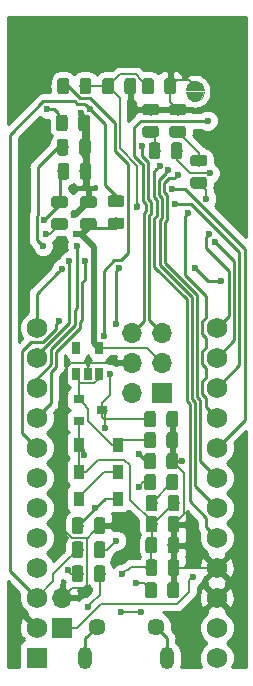
<source format=gbr>
G04 #@! TF.GenerationSoftware,KiCad,Pcbnew,(5.0.0)*
G04 #@! TF.CreationDate,2019-11-08T22:07:10-06:00*
G04 #@! TF.ProjectId,EByte_E73,45427974655F4537332E6B696361645F,rev?*
G04 #@! TF.SameCoordinates,Original*
G04 #@! TF.FileFunction,Copper,L2,Bot,Signal*
G04 #@! TF.FilePolarity,Positive*
%FSLAX46Y46*%
G04 Gerber Fmt 4.6, Leading zero omitted, Abs format (unit mm)*
G04 Created by KiCad (PCBNEW (5.0.0)) date 11/08/19 22:07:10*
%MOMM*%
%LPD*%
G01*
G04 APERTURE LIST*
G04 #@! TA.AperFunction,EtchedComponent*
%ADD10C,0.010000*%
G04 #@! TD*
G04 #@! TA.AperFunction,ComponentPad*
%ADD11R,1.752600X1.752600*%
G04 #@! TD*
G04 #@! TA.AperFunction,ComponentPad*
%ADD12C,1.752600*%
G04 #@! TD*
G04 #@! TA.AperFunction,ComponentPad*
%ADD13C,0.400000*%
G04 #@! TD*
G04 #@! TA.AperFunction,ComponentPad*
%ADD14C,1.450000*%
G04 #@! TD*
G04 #@! TA.AperFunction,ComponentPad*
%ADD15O,1.200000X1.900000*%
G04 #@! TD*
G04 #@! TA.AperFunction,SMDPad,CuDef*
%ADD16R,0.900000X0.800000*%
G04 #@! TD*
G04 #@! TA.AperFunction,ComponentPad*
%ADD17R,1.700000X1.700000*%
G04 #@! TD*
G04 #@! TA.AperFunction,ComponentPad*
%ADD18O,1.700000X1.700000*%
G04 #@! TD*
G04 #@! TA.AperFunction,Conductor*
%ADD19C,0.100000*%
G04 #@! TD*
G04 #@! TA.AperFunction,SMDPad,CuDef*
%ADD20C,0.975000*%
G04 #@! TD*
G04 #@! TA.AperFunction,SMDPad,CuDef*
%ADD21R,0.900000X1.200000*%
G04 #@! TD*
G04 #@! TA.AperFunction,SMDPad,CuDef*
%ADD22R,0.650000X1.060000*%
G04 #@! TD*
G04 #@! TA.AperFunction,ViaPad*
%ADD23C,0.600000*%
G04 #@! TD*
G04 #@! TA.AperFunction,Conductor*
%ADD24C,0.250000*%
G04 #@! TD*
G04 #@! TA.AperFunction,Conductor*
%ADD25C,0.200000*%
G04 #@! TD*
G04 #@! TA.AperFunction,Conductor*
%ADD26C,0.500000*%
G04 #@! TD*
G04 #@! TA.AperFunction,Conductor*
%ADD27C,0.254000*%
G04 #@! TD*
G04 APERTURE END LIST*
D10*
G04 #@! TO.C,JP2*
G36*
X114251040Y-104288260D02*
X114296240Y-104544760D01*
X114426540Y-104770360D01*
X114626040Y-104937760D01*
X114870840Y-105026860D01*
X115131240Y-105026860D01*
X115376040Y-104937760D01*
X115575540Y-104770360D01*
X115705840Y-104544760D01*
X115751040Y-104288260D01*
X114251040Y-104288260D01*
X114251040Y-104288260D01*
G37*
X114251040Y-104288260D02*
X114296240Y-104544760D01*
X114426540Y-104770360D01*
X114626040Y-104937760D01*
X114870840Y-105026860D01*
X115131240Y-105026860D01*
X115376040Y-104937760D01*
X115575540Y-104770360D01*
X115705840Y-104544760D01*
X115751040Y-104288260D01*
X114251040Y-104288260D01*
G36*
X115751040Y-104088260D02*
X115705840Y-103831760D01*
X115575540Y-103606160D01*
X115376040Y-103438760D01*
X115131240Y-103349660D01*
X114870840Y-103349660D01*
X114626040Y-103438760D01*
X114426540Y-103606160D01*
X114296240Y-103831760D01*
X114251040Y-104088260D01*
X115751040Y-104088260D01*
X115751040Y-104088260D01*
G37*
X115751040Y-104088260D02*
X115705840Y-103831760D01*
X115575540Y-103606160D01*
X115376040Y-103438760D01*
X115131240Y-103349660D01*
X114870840Y-103349660D01*
X114626040Y-103438760D01*
X114426540Y-103606160D01*
X114296240Y-103831760D01*
X114251040Y-104088260D01*
X115751040Y-104088260D01*
G04 #@! TD*
D11*
G04 #@! TO.P,U2,1*
G04 #@! TO.N,Net-(R7-Pad2)*
X101600000Y-152146000D03*
D12*
G04 #@! TO.P,U2,2*
G04 #@! TO.N,GND*
X101600000Y-149606000D03*
G04 #@! TO.P,U2,3*
G04 #@! TO.N,RESET*
X101600000Y-147066000D03*
G04 #@! TO.P,U2,4*
G04 #@! TO.N,VCC*
X101600000Y-144526000D03*
G04 #@! TO.P,U2,5*
G04 #@! TO.N,/P0.05*
X101600000Y-141986000D03*
G04 #@! TO.P,U2,6*
G04 #@! TO.N,/P0.04*
X101600000Y-139446000D03*
G04 #@! TO.P,U2,7*
G04 #@! TO.N,/P0.03*
X101600000Y-136906000D03*
G04 #@! TO.P,U2,8*
G04 #@! TO.N,/P0.02*
X101600000Y-134366000D03*
G04 #@! TO.P,U2,9*
G04 #@! TO.N,SCK*
X101600000Y-131826000D03*
G04 #@! TO.P,U2,10*
G04 #@! TO.N,MISO*
X101600000Y-129286000D03*
G04 #@! TO.P,U2,11*
G04 #@! TO.N,MOSI*
X101600000Y-126746000D03*
G04 #@! TO.P,U2,12*
G04 #@! TO.N,/P0.11*
X101600000Y-124206000D03*
G04 #@! TO.P,U2,24*
G04 #@! TO.N,/P0.16*
X116840000Y-124206000D03*
G04 #@! TO.P,U2,23*
G04 #@! TO.N,/P0.15*
X116840000Y-126746000D03*
G04 #@! TO.P,U2,22*
G04 #@! TO.N,/P0.30*
X116840000Y-129286000D03*
G04 #@! TO.P,U2,21*
G04 #@! TO.N,/P0.29*
X116840000Y-131826000D03*
G04 #@! TO.P,U2,20*
G04 #@! TO.N,/P0.28*
X116840000Y-134366000D03*
G04 #@! TO.P,U2,19*
G04 #@! TO.N,/P0.27*
X116840000Y-136906000D03*
G04 #@! TO.P,U2,18*
G04 #@! TO.N,SCL*
X116840000Y-139446000D03*
G04 #@! TO.P,U2,17*
G04 #@! TO.N,SDA*
X116840000Y-141986000D03*
G04 #@! TO.P,U2,16*
G04 #@! TO.N,GND*
X116840000Y-144526000D03*
G04 #@! TO.P,U2,15*
X116840000Y-147066000D03*
G04 #@! TO.P,U2,14*
G04 #@! TO.N,/P0.07*
X116840000Y-149606000D03*
G04 #@! TO.P,U2,13*
G04 #@! TO.N,SWO*
X116840000Y-152146000D03*
G04 #@! TD*
D13*
G04 #@! TO.P,JP2,2*
G04 #@! TO.N,GND*
X115001040Y-103738260D03*
G04 #@! TO.P,JP2,1*
G04 #@! TO.N,Net-(JP2-Pad1)*
X115001040Y-104638260D03*
X115001040Y-104638260D03*
G04 #@! TO.P,JP2,2*
G04 #@! TO.N,GND*
X115001040Y-103738260D03*
G04 #@! TD*
D14*
G04 #@! TO.P,J1,6*
G04 #@! TO.N,Net-(J1-Pad6)*
X106669200Y-149508980D03*
X111669200Y-149508980D03*
D15*
X105669200Y-152208980D03*
X112669200Y-152208980D03*
G04 #@! TD*
D16*
G04 #@! TO.P,Q1,1*
G04 #@! TO.N,/VBus*
X105172000Y-132141000D03*
G04 #@! TO.P,Q1,2*
G04 #@! TO.N,Net-(C5-Pad1)*
X105172000Y-130241000D03*
G04 #@! TO.P,Q1,3*
G04 #@! TO.N,/VBatt*
X107172000Y-131191000D03*
G04 #@! TD*
D17*
G04 #@! TO.P,J3,1*
G04 #@! TO.N,/VBatt*
X103759000Y-149606000D03*
D18*
G04 #@! TO.P,J3,2*
G04 #@! TO.N,GND*
X103759000Y-147066000D03*
G04 #@! TD*
D17*
G04 #@! TO.P,J2,1*
G04 #@! TO.N,RXD*
X112229900Y-129715260D03*
D18*
G04 #@! TO.P,J2,2*
G04 #@! TO.N,TXD*
X109689900Y-129715260D03*
G04 #@! TO.P,J2,3*
G04 #@! TO.N,VCC*
X112229900Y-127175260D03*
G04 #@! TO.P,J2,4*
G04 #@! TO.N,GND*
X109689900Y-127175260D03*
G04 #@! TO.P,J2,5*
G04 #@! TO.N,SWDCLK*
X112229900Y-124635260D03*
G04 #@! TO.P,J2,6*
G04 #@! TO.N,SWDIO*
X109689900Y-124635260D03*
G04 #@! TD*
D19*
G04 #@! TO.N,Net-(C1-Pad1)*
G04 #@! TO.C,C1*
G36*
X104127682Y-110266154D02*
X104151343Y-110269664D01*
X104174547Y-110275476D01*
X104197069Y-110283534D01*
X104218693Y-110293762D01*
X104239210Y-110306059D01*
X104258423Y-110320309D01*
X104276147Y-110336373D01*
X104292211Y-110354097D01*
X104306461Y-110373310D01*
X104318758Y-110393827D01*
X104328986Y-110415451D01*
X104337044Y-110437973D01*
X104342856Y-110461177D01*
X104346366Y-110484838D01*
X104347540Y-110508730D01*
X104347540Y-111421230D01*
X104346366Y-111445122D01*
X104342856Y-111468783D01*
X104337044Y-111491987D01*
X104328986Y-111514509D01*
X104318758Y-111536133D01*
X104306461Y-111556650D01*
X104292211Y-111575863D01*
X104276147Y-111593587D01*
X104258423Y-111609651D01*
X104239210Y-111623901D01*
X104218693Y-111636198D01*
X104197069Y-111646426D01*
X104174547Y-111654484D01*
X104151343Y-111660296D01*
X104127682Y-111663806D01*
X104103790Y-111664980D01*
X103616290Y-111664980D01*
X103592398Y-111663806D01*
X103568737Y-111660296D01*
X103545533Y-111654484D01*
X103523011Y-111646426D01*
X103501387Y-111636198D01*
X103480870Y-111623901D01*
X103461657Y-111609651D01*
X103443933Y-111593587D01*
X103427869Y-111575863D01*
X103413619Y-111556650D01*
X103401322Y-111536133D01*
X103391094Y-111514509D01*
X103383036Y-111491987D01*
X103377224Y-111468783D01*
X103373714Y-111445122D01*
X103372540Y-111421230D01*
X103372540Y-110508730D01*
X103373714Y-110484838D01*
X103377224Y-110461177D01*
X103383036Y-110437973D01*
X103391094Y-110415451D01*
X103401322Y-110393827D01*
X103413619Y-110373310D01*
X103427869Y-110354097D01*
X103443933Y-110336373D01*
X103461657Y-110320309D01*
X103480870Y-110306059D01*
X103501387Y-110293762D01*
X103523011Y-110283534D01*
X103545533Y-110275476D01*
X103568737Y-110269664D01*
X103592398Y-110266154D01*
X103616290Y-110264980D01*
X104103790Y-110264980D01*
X104127682Y-110266154D01*
X104127682Y-110266154D01*
G37*
D20*
G04 #@! TD*
G04 #@! TO.P,C1,1*
G04 #@! TO.N,Net-(C1-Pad1)*
X103860040Y-110964980D03*
D19*
G04 #@! TO.N,GND*
G04 #@! TO.C,C1*
G36*
X106002682Y-110266154D02*
X106026343Y-110269664D01*
X106049547Y-110275476D01*
X106072069Y-110283534D01*
X106093693Y-110293762D01*
X106114210Y-110306059D01*
X106133423Y-110320309D01*
X106151147Y-110336373D01*
X106167211Y-110354097D01*
X106181461Y-110373310D01*
X106193758Y-110393827D01*
X106203986Y-110415451D01*
X106212044Y-110437973D01*
X106217856Y-110461177D01*
X106221366Y-110484838D01*
X106222540Y-110508730D01*
X106222540Y-111421230D01*
X106221366Y-111445122D01*
X106217856Y-111468783D01*
X106212044Y-111491987D01*
X106203986Y-111514509D01*
X106193758Y-111536133D01*
X106181461Y-111556650D01*
X106167211Y-111575863D01*
X106151147Y-111593587D01*
X106133423Y-111609651D01*
X106114210Y-111623901D01*
X106093693Y-111636198D01*
X106072069Y-111646426D01*
X106049547Y-111654484D01*
X106026343Y-111660296D01*
X106002682Y-111663806D01*
X105978790Y-111664980D01*
X105491290Y-111664980D01*
X105467398Y-111663806D01*
X105443737Y-111660296D01*
X105420533Y-111654484D01*
X105398011Y-111646426D01*
X105376387Y-111636198D01*
X105355870Y-111623901D01*
X105336657Y-111609651D01*
X105318933Y-111593587D01*
X105302869Y-111575863D01*
X105288619Y-111556650D01*
X105276322Y-111536133D01*
X105266094Y-111514509D01*
X105258036Y-111491987D01*
X105252224Y-111468783D01*
X105248714Y-111445122D01*
X105247540Y-111421230D01*
X105247540Y-110508730D01*
X105248714Y-110484838D01*
X105252224Y-110461177D01*
X105258036Y-110437973D01*
X105266094Y-110415451D01*
X105276322Y-110393827D01*
X105288619Y-110373310D01*
X105302869Y-110354097D01*
X105318933Y-110336373D01*
X105336657Y-110320309D01*
X105355870Y-110306059D01*
X105376387Y-110293762D01*
X105398011Y-110283534D01*
X105420533Y-110275476D01*
X105443737Y-110269664D01*
X105467398Y-110266154D01*
X105491290Y-110264980D01*
X105978790Y-110264980D01*
X106002682Y-110266154D01*
X106002682Y-110266154D01*
G37*
D20*
G04 #@! TD*
G04 #@! TO.P,C1,2*
G04 #@! TO.N,GND*
X105735040Y-110964980D03*
D19*
G04 #@! TO.N,Net-(C2-Pad1)*
G04 #@! TO.C,C2*
G36*
X104074342Y-108231614D02*
X104098003Y-108235124D01*
X104121207Y-108240936D01*
X104143729Y-108248994D01*
X104165353Y-108259222D01*
X104185870Y-108271519D01*
X104205083Y-108285769D01*
X104222807Y-108301833D01*
X104238871Y-108319557D01*
X104253121Y-108338770D01*
X104265418Y-108359287D01*
X104275646Y-108380911D01*
X104283704Y-108403433D01*
X104289516Y-108426637D01*
X104293026Y-108450298D01*
X104294200Y-108474190D01*
X104294200Y-109386690D01*
X104293026Y-109410582D01*
X104289516Y-109434243D01*
X104283704Y-109457447D01*
X104275646Y-109479969D01*
X104265418Y-109501593D01*
X104253121Y-109522110D01*
X104238871Y-109541323D01*
X104222807Y-109559047D01*
X104205083Y-109575111D01*
X104185870Y-109589361D01*
X104165353Y-109601658D01*
X104143729Y-109611886D01*
X104121207Y-109619944D01*
X104098003Y-109625756D01*
X104074342Y-109629266D01*
X104050450Y-109630440D01*
X103562950Y-109630440D01*
X103539058Y-109629266D01*
X103515397Y-109625756D01*
X103492193Y-109619944D01*
X103469671Y-109611886D01*
X103448047Y-109601658D01*
X103427530Y-109589361D01*
X103408317Y-109575111D01*
X103390593Y-109559047D01*
X103374529Y-109541323D01*
X103360279Y-109522110D01*
X103347982Y-109501593D01*
X103337754Y-109479969D01*
X103329696Y-109457447D01*
X103323884Y-109434243D01*
X103320374Y-109410582D01*
X103319200Y-109386690D01*
X103319200Y-108474190D01*
X103320374Y-108450298D01*
X103323884Y-108426637D01*
X103329696Y-108403433D01*
X103337754Y-108380911D01*
X103347982Y-108359287D01*
X103360279Y-108338770D01*
X103374529Y-108319557D01*
X103390593Y-108301833D01*
X103408317Y-108285769D01*
X103427530Y-108271519D01*
X103448047Y-108259222D01*
X103469671Y-108248994D01*
X103492193Y-108240936D01*
X103515397Y-108235124D01*
X103539058Y-108231614D01*
X103562950Y-108230440D01*
X104050450Y-108230440D01*
X104074342Y-108231614D01*
X104074342Y-108231614D01*
G37*
D20*
G04 #@! TD*
G04 #@! TO.P,C2,1*
G04 #@! TO.N,Net-(C2-Pad1)*
X103806700Y-108930440D03*
D19*
G04 #@! TO.N,GND*
G04 #@! TO.C,C2*
G36*
X105949342Y-108231614D02*
X105973003Y-108235124D01*
X105996207Y-108240936D01*
X106018729Y-108248994D01*
X106040353Y-108259222D01*
X106060870Y-108271519D01*
X106080083Y-108285769D01*
X106097807Y-108301833D01*
X106113871Y-108319557D01*
X106128121Y-108338770D01*
X106140418Y-108359287D01*
X106150646Y-108380911D01*
X106158704Y-108403433D01*
X106164516Y-108426637D01*
X106168026Y-108450298D01*
X106169200Y-108474190D01*
X106169200Y-109386690D01*
X106168026Y-109410582D01*
X106164516Y-109434243D01*
X106158704Y-109457447D01*
X106150646Y-109479969D01*
X106140418Y-109501593D01*
X106128121Y-109522110D01*
X106113871Y-109541323D01*
X106097807Y-109559047D01*
X106080083Y-109575111D01*
X106060870Y-109589361D01*
X106040353Y-109601658D01*
X106018729Y-109611886D01*
X105996207Y-109619944D01*
X105973003Y-109625756D01*
X105949342Y-109629266D01*
X105925450Y-109630440D01*
X105437950Y-109630440D01*
X105414058Y-109629266D01*
X105390397Y-109625756D01*
X105367193Y-109619944D01*
X105344671Y-109611886D01*
X105323047Y-109601658D01*
X105302530Y-109589361D01*
X105283317Y-109575111D01*
X105265593Y-109559047D01*
X105249529Y-109541323D01*
X105235279Y-109522110D01*
X105222982Y-109501593D01*
X105212754Y-109479969D01*
X105204696Y-109457447D01*
X105198884Y-109434243D01*
X105195374Y-109410582D01*
X105194200Y-109386690D01*
X105194200Y-108474190D01*
X105195374Y-108450298D01*
X105198884Y-108426637D01*
X105204696Y-108403433D01*
X105212754Y-108380911D01*
X105222982Y-108359287D01*
X105235279Y-108338770D01*
X105249529Y-108319557D01*
X105265593Y-108301833D01*
X105283317Y-108285769D01*
X105302530Y-108271519D01*
X105323047Y-108259222D01*
X105344671Y-108248994D01*
X105367193Y-108240936D01*
X105390397Y-108235124D01*
X105414058Y-108231614D01*
X105437950Y-108230440D01*
X105925450Y-108230440D01*
X105949342Y-108231614D01*
X105949342Y-108231614D01*
G37*
D20*
G04 #@! TD*
G04 #@! TO.P,C2,2*
G04 #@! TO.N,GND*
X105681700Y-108930440D03*
D19*
G04 #@! TO.N,GND*
G04 #@! TO.C,C3*
G36*
X106456562Y-113066354D02*
X106480223Y-113069864D01*
X106503427Y-113075676D01*
X106525949Y-113083734D01*
X106547573Y-113093962D01*
X106568090Y-113106259D01*
X106587303Y-113120509D01*
X106605027Y-113136573D01*
X106621091Y-113154297D01*
X106635341Y-113173510D01*
X106647638Y-113194027D01*
X106657866Y-113215651D01*
X106665924Y-113238173D01*
X106671736Y-113261377D01*
X106675246Y-113285038D01*
X106676420Y-113308930D01*
X106676420Y-113796430D01*
X106675246Y-113820322D01*
X106671736Y-113843983D01*
X106665924Y-113867187D01*
X106657866Y-113889709D01*
X106647638Y-113911333D01*
X106635341Y-113931850D01*
X106621091Y-113951063D01*
X106605027Y-113968787D01*
X106587303Y-113984851D01*
X106568090Y-113999101D01*
X106547573Y-114011398D01*
X106525949Y-114021626D01*
X106503427Y-114029684D01*
X106480223Y-114035496D01*
X106456562Y-114039006D01*
X106432670Y-114040180D01*
X105520170Y-114040180D01*
X105496278Y-114039006D01*
X105472617Y-114035496D01*
X105449413Y-114029684D01*
X105426891Y-114021626D01*
X105405267Y-114011398D01*
X105384750Y-113999101D01*
X105365537Y-113984851D01*
X105347813Y-113968787D01*
X105331749Y-113951063D01*
X105317499Y-113931850D01*
X105305202Y-113911333D01*
X105294974Y-113889709D01*
X105286916Y-113867187D01*
X105281104Y-113843983D01*
X105277594Y-113820322D01*
X105276420Y-113796430D01*
X105276420Y-113308930D01*
X105277594Y-113285038D01*
X105281104Y-113261377D01*
X105286916Y-113238173D01*
X105294974Y-113215651D01*
X105305202Y-113194027D01*
X105317499Y-113173510D01*
X105331749Y-113154297D01*
X105347813Y-113136573D01*
X105365537Y-113120509D01*
X105384750Y-113106259D01*
X105405267Y-113093962D01*
X105426891Y-113083734D01*
X105449413Y-113075676D01*
X105472617Y-113069864D01*
X105496278Y-113066354D01*
X105520170Y-113065180D01*
X106432670Y-113065180D01*
X106456562Y-113066354D01*
X106456562Y-113066354D01*
G37*
D20*
G04 #@! TD*
G04 #@! TO.P,C3,2*
G04 #@! TO.N,GND*
X105976420Y-113552680D03*
D19*
G04 #@! TO.N,VCC*
G04 #@! TO.C,C3*
G36*
X106456562Y-114941354D02*
X106480223Y-114944864D01*
X106503427Y-114950676D01*
X106525949Y-114958734D01*
X106547573Y-114968962D01*
X106568090Y-114981259D01*
X106587303Y-114995509D01*
X106605027Y-115011573D01*
X106621091Y-115029297D01*
X106635341Y-115048510D01*
X106647638Y-115069027D01*
X106657866Y-115090651D01*
X106665924Y-115113173D01*
X106671736Y-115136377D01*
X106675246Y-115160038D01*
X106676420Y-115183930D01*
X106676420Y-115671430D01*
X106675246Y-115695322D01*
X106671736Y-115718983D01*
X106665924Y-115742187D01*
X106657866Y-115764709D01*
X106647638Y-115786333D01*
X106635341Y-115806850D01*
X106621091Y-115826063D01*
X106605027Y-115843787D01*
X106587303Y-115859851D01*
X106568090Y-115874101D01*
X106547573Y-115886398D01*
X106525949Y-115896626D01*
X106503427Y-115904684D01*
X106480223Y-115910496D01*
X106456562Y-115914006D01*
X106432670Y-115915180D01*
X105520170Y-115915180D01*
X105496278Y-115914006D01*
X105472617Y-115910496D01*
X105449413Y-115904684D01*
X105426891Y-115896626D01*
X105405267Y-115886398D01*
X105384750Y-115874101D01*
X105365537Y-115859851D01*
X105347813Y-115843787D01*
X105331749Y-115826063D01*
X105317499Y-115806850D01*
X105305202Y-115786333D01*
X105294974Y-115764709D01*
X105286916Y-115742187D01*
X105281104Y-115718983D01*
X105277594Y-115695322D01*
X105276420Y-115671430D01*
X105276420Y-115183930D01*
X105277594Y-115160038D01*
X105281104Y-115136377D01*
X105286916Y-115113173D01*
X105294974Y-115090651D01*
X105305202Y-115069027D01*
X105317499Y-115048510D01*
X105331749Y-115029297D01*
X105347813Y-115011573D01*
X105365537Y-114995509D01*
X105384750Y-114981259D01*
X105405267Y-114968962D01*
X105426891Y-114958734D01*
X105449413Y-114950676D01*
X105472617Y-114944864D01*
X105496278Y-114941354D01*
X105520170Y-114940180D01*
X106432670Y-114940180D01*
X106456562Y-114941354D01*
X106456562Y-114941354D01*
G37*
D20*
G04 #@! TD*
G04 #@! TO.P,C3,1*
G04 #@! TO.N,VCC*
X105976420Y-115427680D03*
D19*
G04 #@! TO.N,Net-(C4-Pad1)*
G04 #@! TO.C,C4*
G36*
X104008302Y-106171674D02*
X104031963Y-106175184D01*
X104055167Y-106180996D01*
X104077689Y-106189054D01*
X104099313Y-106199282D01*
X104119830Y-106211579D01*
X104139043Y-106225829D01*
X104156767Y-106241893D01*
X104172831Y-106259617D01*
X104187081Y-106278830D01*
X104199378Y-106299347D01*
X104209606Y-106320971D01*
X104217664Y-106343493D01*
X104223476Y-106366697D01*
X104226986Y-106390358D01*
X104228160Y-106414250D01*
X104228160Y-107326750D01*
X104226986Y-107350642D01*
X104223476Y-107374303D01*
X104217664Y-107397507D01*
X104209606Y-107420029D01*
X104199378Y-107441653D01*
X104187081Y-107462170D01*
X104172831Y-107481383D01*
X104156767Y-107499107D01*
X104139043Y-107515171D01*
X104119830Y-107529421D01*
X104099313Y-107541718D01*
X104077689Y-107551946D01*
X104055167Y-107560004D01*
X104031963Y-107565816D01*
X104008302Y-107569326D01*
X103984410Y-107570500D01*
X103496910Y-107570500D01*
X103473018Y-107569326D01*
X103449357Y-107565816D01*
X103426153Y-107560004D01*
X103403631Y-107551946D01*
X103382007Y-107541718D01*
X103361490Y-107529421D01*
X103342277Y-107515171D01*
X103324553Y-107499107D01*
X103308489Y-107481383D01*
X103294239Y-107462170D01*
X103281942Y-107441653D01*
X103271714Y-107420029D01*
X103263656Y-107397507D01*
X103257844Y-107374303D01*
X103254334Y-107350642D01*
X103253160Y-107326750D01*
X103253160Y-106414250D01*
X103254334Y-106390358D01*
X103257844Y-106366697D01*
X103263656Y-106343493D01*
X103271714Y-106320971D01*
X103281942Y-106299347D01*
X103294239Y-106278830D01*
X103308489Y-106259617D01*
X103324553Y-106241893D01*
X103342277Y-106225829D01*
X103361490Y-106211579D01*
X103382007Y-106199282D01*
X103403631Y-106189054D01*
X103426153Y-106180996D01*
X103449357Y-106175184D01*
X103473018Y-106171674D01*
X103496910Y-106170500D01*
X103984410Y-106170500D01*
X104008302Y-106171674D01*
X104008302Y-106171674D01*
G37*
D20*
G04 #@! TD*
G04 #@! TO.P,C4,1*
G04 #@! TO.N,Net-(C4-Pad1)*
X103740660Y-106870500D03*
D19*
G04 #@! TO.N,GND*
G04 #@! TO.C,C4*
G36*
X105883302Y-106171674D02*
X105906963Y-106175184D01*
X105930167Y-106180996D01*
X105952689Y-106189054D01*
X105974313Y-106199282D01*
X105994830Y-106211579D01*
X106014043Y-106225829D01*
X106031767Y-106241893D01*
X106047831Y-106259617D01*
X106062081Y-106278830D01*
X106074378Y-106299347D01*
X106084606Y-106320971D01*
X106092664Y-106343493D01*
X106098476Y-106366697D01*
X106101986Y-106390358D01*
X106103160Y-106414250D01*
X106103160Y-107326750D01*
X106101986Y-107350642D01*
X106098476Y-107374303D01*
X106092664Y-107397507D01*
X106084606Y-107420029D01*
X106074378Y-107441653D01*
X106062081Y-107462170D01*
X106047831Y-107481383D01*
X106031767Y-107499107D01*
X106014043Y-107515171D01*
X105994830Y-107529421D01*
X105974313Y-107541718D01*
X105952689Y-107551946D01*
X105930167Y-107560004D01*
X105906963Y-107565816D01*
X105883302Y-107569326D01*
X105859410Y-107570500D01*
X105371910Y-107570500D01*
X105348018Y-107569326D01*
X105324357Y-107565816D01*
X105301153Y-107560004D01*
X105278631Y-107551946D01*
X105257007Y-107541718D01*
X105236490Y-107529421D01*
X105217277Y-107515171D01*
X105199553Y-107499107D01*
X105183489Y-107481383D01*
X105169239Y-107462170D01*
X105156942Y-107441653D01*
X105146714Y-107420029D01*
X105138656Y-107397507D01*
X105132844Y-107374303D01*
X105129334Y-107350642D01*
X105128160Y-107326750D01*
X105128160Y-106414250D01*
X105129334Y-106390358D01*
X105132844Y-106366697D01*
X105138656Y-106343493D01*
X105146714Y-106320971D01*
X105156942Y-106299347D01*
X105169239Y-106278830D01*
X105183489Y-106259617D01*
X105199553Y-106241893D01*
X105217277Y-106225829D01*
X105236490Y-106211579D01*
X105257007Y-106199282D01*
X105278631Y-106189054D01*
X105301153Y-106180996D01*
X105324357Y-106175184D01*
X105348018Y-106171674D01*
X105371910Y-106170500D01*
X105859410Y-106170500D01*
X105883302Y-106171674D01*
X105883302Y-106171674D01*
G37*
D20*
G04 #@! TD*
G04 #@! TO.P,C4,2*
G04 #@! TO.N,GND*
X105615660Y-106870500D03*
D19*
G04 #@! TO.N,GND*
G04 #@! TO.C,C5*
G36*
X113346142Y-133032174D02*
X113369803Y-133035684D01*
X113393007Y-133041496D01*
X113415529Y-133049554D01*
X113437153Y-133059782D01*
X113457670Y-133072079D01*
X113476883Y-133086329D01*
X113494607Y-133102393D01*
X113510671Y-133120117D01*
X113524921Y-133139330D01*
X113537218Y-133159847D01*
X113547446Y-133181471D01*
X113555504Y-133203993D01*
X113561316Y-133227197D01*
X113564826Y-133250858D01*
X113566000Y-133274750D01*
X113566000Y-134187250D01*
X113564826Y-134211142D01*
X113561316Y-134234803D01*
X113555504Y-134258007D01*
X113547446Y-134280529D01*
X113537218Y-134302153D01*
X113524921Y-134322670D01*
X113510671Y-134341883D01*
X113494607Y-134359607D01*
X113476883Y-134375671D01*
X113457670Y-134389921D01*
X113437153Y-134402218D01*
X113415529Y-134412446D01*
X113393007Y-134420504D01*
X113369803Y-134426316D01*
X113346142Y-134429826D01*
X113322250Y-134431000D01*
X112834750Y-134431000D01*
X112810858Y-134429826D01*
X112787197Y-134426316D01*
X112763993Y-134420504D01*
X112741471Y-134412446D01*
X112719847Y-134402218D01*
X112699330Y-134389921D01*
X112680117Y-134375671D01*
X112662393Y-134359607D01*
X112646329Y-134341883D01*
X112632079Y-134322670D01*
X112619782Y-134302153D01*
X112609554Y-134280529D01*
X112601496Y-134258007D01*
X112595684Y-134234803D01*
X112592174Y-134211142D01*
X112591000Y-134187250D01*
X112591000Y-133274750D01*
X112592174Y-133250858D01*
X112595684Y-133227197D01*
X112601496Y-133203993D01*
X112609554Y-133181471D01*
X112619782Y-133159847D01*
X112632079Y-133139330D01*
X112646329Y-133120117D01*
X112662393Y-133102393D01*
X112680117Y-133086329D01*
X112699330Y-133072079D01*
X112719847Y-133059782D01*
X112741471Y-133049554D01*
X112763993Y-133041496D01*
X112787197Y-133035684D01*
X112810858Y-133032174D01*
X112834750Y-133031000D01*
X113322250Y-133031000D01*
X113346142Y-133032174D01*
X113346142Y-133032174D01*
G37*
D20*
G04 #@! TD*
G04 #@! TO.P,C5,2*
G04 #@! TO.N,GND*
X113078500Y-133731000D03*
D19*
G04 #@! TO.N,Net-(C5-Pad1)*
G04 #@! TO.C,C5*
G36*
X111471142Y-133032174D02*
X111494803Y-133035684D01*
X111518007Y-133041496D01*
X111540529Y-133049554D01*
X111562153Y-133059782D01*
X111582670Y-133072079D01*
X111601883Y-133086329D01*
X111619607Y-133102393D01*
X111635671Y-133120117D01*
X111649921Y-133139330D01*
X111662218Y-133159847D01*
X111672446Y-133181471D01*
X111680504Y-133203993D01*
X111686316Y-133227197D01*
X111689826Y-133250858D01*
X111691000Y-133274750D01*
X111691000Y-134187250D01*
X111689826Y-134211142D01*
X111686316Y-134234803D01*
X111680504Y-134258007D01*
X111672446Y-134280529D01*
X111662218Y-134302153D01*
X111649921Y-134322670D01*
X111635671Y-134341883D01*
X111619607Y-134359607D01*
X111601883Y-134375671D01*
X111582670Y-134389921D01*
X111562153Y-134402218D01*
X111540529Y-134412446D01*
X111518007Y-134420504D01*
X111494803Y-134426316D01*
X111471142Y-134429826D01*
X111447250Y-134431000D01*
X110959750Y-134431000D01*
X110935858Y-134429826D01*
X110912197Y-134426316D01*
X110888993Y-134420504D01*
X110866471Y-134412446D01*
X110844847Y-134402218D01*
X110824330Y-134389921D01*
X110805117Y-134375671D01*
X110787393Y-134359607D01*
X110771329Y-134341883D01*
X110757079Y-134322670D01*
X110744782Y-134302153D01*
X110734554Y-134280529D01*
X110726496Y-134258007D01*
X110720684Y-134234803D01*
X110717174Y-134211142D01*
X110716000Y-134187250D01*
X110716000Y-133274750D01*
X110717174Y-133250858D01*
X110720684Y-133227197D01*
X110726496Y-133203993D01*
X110734554Y-133181471D01*
X110744782Y-133159847D01*
X110757079Y-133139330D01*
X110771329Y-133120117D01*
X110787393Y-133102393D01*
X110805117Y-133086329D01*
X110824330Y-133072079D01*
X110844847Y-133059782D01*
X110866471Y-133049554D01*
X110888993Y-133041496D01*
X110912197Y-133035684D01*
X110935858Y-133032174D01*
X110959750Y-133031000D01*
X111447250Y-133031000D01*
X111471142Y-133032174D01*
X111471142Y-133032174D01*
G37*
D20*
G04 #@! TD*
G04 #@! TO.P,C5,1*
G04 #@! TO.N,Net-(C5-Pad1)*
X111203500Y-133731000D03*
D19*
G04 #@! TO.N,GND*
G04 #@! TO.C,C6*
G36*
X109790142Y-103060174D02*
X109813803Y-103063684D01*
X109837007Y-103069496D01*
X109859529Y-103077554D01*
X109881153Y-103087782D01*
X109901670Y-103100079D01*
X109920883Y-103114329D01*
X109938607Y-103130393D01*
X109954671Y-103148117D01*
X109968921Y-103167330D01*
X109981218Y-103187847D01*
X109991446Y-103209471D01*
X109999504Y-103231993D01*
X110005316Y-103255197D01*
X110008826Y-103278858D01*
X110010000Y-103302750D01*
X110010000Y-104215250D01*
X110008826Y-104239142D01*
X110005316Y-104262803D01*
X109999504Y-104286007D01*
X109991446Y-104308529D01*
X109981218Y-104330153D01*
X109968921Y-104350670D01*
X109954671Y-104369883D01*
X109938607Y-104387607D01*
X109920883Y-104403671D01*
X109901670Y-104417921D01*
X109881153Y-104430218D01*
X109859529Y-104440446D01*
X109837007Y-104448504D01*
X109813803Y-104454316D01*
X109790142Y-104457826D01*
X109766250Y-104459000D01*
X109278750Y-104459000D01*
X109254858Y-104457826D01*
X109231197Y-104454316D01*
X109207993Y-104448504D01*
X109185471Y-104440446D01*
X109163847Y-104430218D01*
X109143330Y-104417921D01*
X109124117Y-104403671D01*
X109106393Y-104387607D01*
X109090329Y-104369883D01*
X109076079Y-104350670D01*
X109063782Y-104330153D01*
X109053554Y-104308529D01*
X109045496Y-104286007D01*
X109039684Y-104262803D01*
X109036174Y-104239142D01*
X109035000Y-104215250D01*
X109035000Y-103302750D01*
X109036174Y-103278858D01*
X109039684Y-103255197D01*
X109045496Y-103231993D01*
X109053554Y-103209471D01*
X109063782Y-103187847D01*
X109076079Y-103167330D01*
X109090329Y-103148117D01*
X109106393Y-103130393D01*
X109124117Y-103114329D01*
X109143330Y-103100079D01*
X109163847Y-103087782D01*
X109185471Y-103077554D01*
X109207993Y-103069496D01*
X109231197Y-103063684D01*
X109254858Y-103060174D01*
X109278750Y-103059000D01*
X109766250Y-103059000D01*
X109790142Y-103060174D01*
X109790142Y-103060174D01*
G37*
D20*
G04 #@! TD*
G04 #@! TO.P,C6,2*
G04 #@! TO.N,GND*
X109522500Y-103759000D03*
D19*
G04 #@! TO.N,/P0.31*
G04 #@! TO.C,C6*
G36*
X107915142Y-103060174D02*
X107938803Y-103063684D01*
X107962007Y-103069496D01*
X107984529Y-103077554D01*
X108006153Y-103087782D01*
X108026670Y-103100079D01*
X108045883Y-103114329D01*
X108063607Y-103130393D01*
X108079671Y-103148117D01*
X108093921Y-103167330D01*
X108106218Y-103187847D01*
X108116446Y-103209471D01*
X108124504Y-103231993D01*
X108130316Y-103255197D01*
X108133826Y-103278858D01*
X108135000Y-103302750D01*
X108135000Y-104215250D01*
X108133826Y-104239142D01*
X108130316Y-104262803D01*
X108124504Y-104286007D01*
X108116446Y-104308529D01*
X108106218Y-104330153D01*
X108093921Y-104350670D01*
X108079671Y-104369883D01*
X108063607Y-104387607D01*
X108045883Y-104403671D01*
X108026670Y-104417921D01*
X108006153Y-104430218D01*
X107984529Y-104440446D01*
X107962007Y-104448504D01*
X107938803Y-104454316D01*
X107915142Y-104457826D01*
X107891250Y-104459000D01*
X107403750Y-104459000D01*
X107379858Y-104457826D01*
X107356197Y-104454316D01*
X107332993Y-104448504D01*
X107310471Y-104440446D01*
X107288847Y-104430218D01*
X107268330Y-104417921D01*
X107249117Y-104403671D01*
X107231393Y-104387607D01*
X107215329Y-104369883D01*
X107201079Y-104350670D01*
X107188782Y-104330153D01*
X107178554Y-104308529D01*
X107170496Y-104286007D01*
X107164684Y-104262803D01*
X107161174Y-104239142D01*
X107160000Y-104215250D01*
X107160000Y-103302750D01*
X107161174Y-103278858D01*
X107164684Y-103255197D01*
X107170496Y-103231993D01*
X107178554Y-103209471D01*
X107188782Y-103187847D01*
X107201079Y-103167330D01*
X107215329Y-103148117D01*
X107231393Y-103130393D01*
X107249117Y-103114329D01*
X107268330Y-103100079D01*
X107288847Y-103087782D01*
X107310471Y-103077554D01*
X107332993Y-103069496D01*
X107356197Y-103063684D01*
X107379858Y-103060174D01*
X107403750Y-103059000D01*
X107891250Y-103059000D01*
X107915142Y-103060174D01*
X107915142Y-103060174D01*
G37*
D20*
G04 #@! TD*
G04 #@! TO.P,C6,1*
G04 #@! TO.N,/P0.31*
X107647500Y-103759000D03*
D19*
G04 #@! TO.N,/VBatt*
G04 #@! TO.C,C7*
G36*
X111471142Y-131254174D02*
X111494803Y-131257684D01*
X111518007Y-131263496D01*
X111540529Y-131271554D01*
X111562153Y-131281782D01*
X111582670Y-131294079D01*
X111601883Y-131308329D01*
X111619607Y-131324393D01*
X111635671Y-131342117D01*
X111649921Y-131361330D01*
X111662218Y-131381847D01*
X111672446Y-131403471D01*
X111680504Y-131425993D01*
X111686316Y-131449197D01*
X111689826Y-131472858D01*
X111691000Y-131496750D01*
X111691000Y-132409250D01*
X111689826Y-132433142D01*
X111686316Y-132456803D01*
X111680504Y-132480007D01*
X111672446Y-132502529D01*
X111662218Y-132524153D01*
X111649921Y-132544670D01*
X111635671Y-132563883D01*
X111619607Y-132581607D01*
X111601883Y-132597671D01*
X111582670Y-132611921D01*
X111562153Y-132624218D01*
X111540529Y-132634446D01*
X111518007Y-132642504D01*
X111494803Y-132648316D01*
X111471142Y-132651826D01*
X111447250Y-132653000D01*
X110959750Y-132653000D01*
X110935858Y-132651826D01*
X110912197Y-132648316D01*
X110888993Y-132642504D01*
X110866471Y-132634446D01*
X110844847Y-132624218D01*
X110824330Y-132611921D01*
X110805117Y-132597671D01*
X110787393Y-132581607D01*
X110771329Y-132563883D01*
X110757079Y-132544670D01*
X110744782Y-132524153D01*
X110734554Y-132502529D01*
X110726496Y-132480007D01*
X110720684Y-132456803D01*
X110717174Y-132433142D01*
X110716000Y-132409250D01*
X110716000Y-131496750D01*
X110717174Y-131472858D01*
X110720684Y-131449197D01*
X110726496Y-131425993D01*
X110734554Y-131403471D01*
X110744782Y-131381847D01*
X110757079Y-131361330D01*
X110771329Y-131342117D01*
X110787393Y-131324393D01*
X110805117Y-131308329D01*
X110824330Y-131294079D01*
X110844847Y-131281782D01*
X110866471Y-131271554D01*
X110888993Y-131263496D01*
X110912197Y-131257684D01*
X110935858Y-131254174D01*
X110959750Y-131253000D01*
X111447250Y-131253000D01*
X111471142Y-131254174D01*
X111471142Y-131254174D01*
G37*
D20*
G04 #@! TD*
G04 #@! TO.P,C7,1*
G04 #@! TO.N,/VBatt*
X111203500Y-131953000D03*
D19*
G04 #@! TO.N,GND*
G04 #@! TO.C,C7*
G36*
X113346142Y-131254174D02*
X113369803Y-131257684D01*
X113393007Y-131263496D01*
X113415529Y-131271554D01*
X113437153Y-131281782D01*
X113457670Y-131294079D01*
X113476883Y-131308329D01*
X113494607Y-131324393D01*
X113510671Y-131342117D01*
X113524921Y-131361330D01*
X113537218Y-131381847D01*
X113547446Y-131403471D01*
X113555504Y-131425993D01*
X113561316Y-131449197D01*
X113564826Y-131472858D01*
X113566000Y-131496750D01*
X113566000Y-132409250D01*
X113564826Y-132433142D01*
X113561316Y-132456803D01*
X113555504Y-132480007D01*
X113547446Y-132502529D01*
X113537218Y-132524153D01*
X113524921Y-132544670D01*
X113510671Y-132563883D01*
X113494607Y-132581607D01*
X113476883Y-132597671D01*
X113457670Y-132611921D01*
X113437153Y-132624218D01*
X113415529Y-132634446D01*
X113393007Y-132642504D01*
X113369803Y-132648316D01*
X113346142Y-132651826D01*
X113322250Y-132653000D01*
X112834750Y-132653000D01*
X112810858Y-132651826D01*
X112787197Y-132648316D01*
X112763993Y-132642504D01*
X112741471Y-132634446D01*
X112719847Y-132624218D01*
X112699330Y-132611921D01*
X112680117Y-132597671D01*
X112662393Y-132581607D01*
X112646329Y-132563883D01*
X112632079Y-132544670D01*
X112619782Y-132524153D01*
X112609554Y-132502529D01*
X112601496Y-132480007D01*
X112595684Y-132456803D01*
X112592174Y-132433142D01*
X112591000Y-132409250D01*
X112591000Y-131496750D01*
X112592174Y-131472858D01*
X112595684Y-131449197D01*
X112601496Y-131425993D01*
X112609554Y-131403471D01*
X112619782Y-131381847D01*
X112632079Y-131361330D01*
X112646329Y-131342117D01*
X112662393Y-131324393D01*
X112680117Y-131308329D01*
X112699330Y-131294079D01*
X112719847Y-131281782D01*
X112741471Y-131271554D01*
X112763993Y-131263496D01*
X112787197Y-131257684D01*
X112810858Y-131254174D01*
X112834750Y-131253000D01*
X113322250Y-131253000D01*
X113346142Y-131254174D01*
X113346142Y-131254174D01*
G37*
D20*
G04 #@! TD*
G04 #@! TO.P,C7,2*
G04 #@! TO.N,GND*
X113078500Y-131953000D03*
D19*
G04 #@! TO.N,GND*
G04 #@! TO.C,C8*
G36*
X113460122Y-143827174D02*
X113483783Y-143830684D01*
X113506987Y-143836496D01*
X113529509Y-143844554D01*
X113551133Y-143854782D01*
X113571650Y-143867079D01*
X113590863Y-143881329D01*
X113608587Y-143897393D01*
X113624651Y-143915117D01*
X113638901Y-143934330D01*
X113651198Y-143954847D01*
X113661426Y-143976471D01*
X113669484Y-143998993D01*
X113675296Y-144022197D01*
X113678806Y-144045858D01*
X113679980Y-144069750D01*
X113679980Y-144982250D01*
X113678806Y-145006142D01*
X113675296Y-145029803D01*
X113669484Y-145053007D01*
X113661426Y-145075529D01*
X113651198Y-145097153D01*
X113638901Y-145117670D01*
X113624651Y-145136883D01*
X113608587Y-145154607D01*
X113590863Y-145170671D01*
X113571650Y-145184921D01*
X113551133Y-145197218D01*
X113529509Y-145207446D01*
X113506987Y-145215504D01*
X113483783Y-145221316D01*
X113460122Y-145224826D01*
X113436230Y-145226000D01*
X112948730Y-145226000D01*
X112924838Y-145224826D01*
X112901177Y-145221316D01*
X112877973Y-145215504D01*
X112855451Y-145207446D01*
X112833827Y-145197218D01*
X112813310Y-145184921D01*
X112794097Y-145170671D01*
X112776373Y-145154607D01*
X112760309Y-145136883D01*
X112746059Y-145117670D01*
X112733762Y-145097153D01*
X112723534Y-145075529D01*
X112715476Y-145053007D01*
X112709664Y-145029803D01*
X112706154Y-145006142D01*
X112704980Y-144982250D01*
X112704980Y-144069750D01*
X112706154Y-144045858D01*
X112709664Y-144022197D01*
X112715476Y-143998993D01*
X112723534Y-143976471D01*
X112733762Y-143954847D01*
X112746059Y-143934330D01*
X112760309Y-143915117D01*
X112776373Y-143897393D01*
X112794097Y-143881329D01*
X112813310Y-143867079D01*
X112833827Y-143854782D01*
X112855451Y-143844554D01*
X112877973Y-143836496D01*
X112901177Y-143830684D01*
X112924838Y-143827174D01*
X112948730Y-143826000D01*
X113436230Y-143826000D01*
X113460122Y-143827174D01*
X113460122Y-143827174D01*
G37*
D20*
G04 #@! TD*
G04 #@! TO.P,C8,2*
G04 #@! TO.N,GND*
X113192480Y-144526000D03*
D19*
G04 #@! TO.N,/VBus*
G04 #@! TO.C,C8*
G36*
X111585122Y-143827174D02*
X111608783Y-143830684D01*
X111631987Y-143836496D01*
X111654509Y-143844554D01*
X111676133Y-143854782D01*
X111696650Y-143867079D01*
X111715863Y-143881329D01*
X111733587Y-143897393D01*
X111749651Y-143915117D01*
X111763901Y-143934330D01*
X111776198Y-143954847D01*
X111786426Y-143976471D01*
X111794484Y-143998993D01*
X111800296Y-144022197D01*
X111803806Y-144045858D01*
X111804980Y-144069750D01*
X111804980Y-144982250D01*
X111803806Y-145006142D01*
X111800296Y-145029803D01*
X111794484Y-145053007D01*
X111786426Y-145075529D01*
X111776198Y-145097153D01*
X111763901Y-145117670D01*
X111749651Y-145136883D01*
X111733587Y-145154607D01*
X111715863Y-145170671D01*
X111696650Y-145184921D01*
X111676133Y-145197218D01*
X111654509Y-145207446D01*
X111631987Y-145215504D01*
X111608783Y-145221316D01*
X111585122Y-145224826D01*
X111561230Y-145226000D01*
X111073730Y-145226000D01*
X111049838Y-145224826D01*
X111026177Y-145221316D01*
X111002973Y-145215504D01*
X110980451Y-145207446D01*
X110958827Y-145197218D01*
X110938310Y-145184921D01*
X110919097Y-145170671D01*
X110901373Y-145154607D01*
X110885309Y-145136883D01*
X110871059Y-145117670D01*
X110858762Y-145097153D01*
X110848534Y-145075529D01*
X110840476Y-145053007D01*
X110834664Y-145029803D01*
X110831154Y-145006142D01*
X110829980Y-144982250D01*
X110829980Y-144069750D01*
X110831154Y-144045858D01*
X110834664Y-144022197D01*
X110840476Y-143998993D01*
X110848534Y-143976471D01*
X110858762Y-143954847D01*
X110871059Y-143934330D01*
X110885309Y-143915117D01*
X110901373Y-143897393D01*
X110919097Y-143881329D01*
X110938310Y-143867079D01*
X110958827Y-143854782D01*
X110980451Y-143844554D01*
X111002973Y-143836496D01*
X111026177Y-143830684D01*
X111049838Y-143827174D01*
X111073730Y-143826000D01*
X111561230Y-143826000D01*
X111585122Y-143827174D01*
X111585122Y-143827174D01*
G37*
D20*
G04 #@! TD*
G04 #@! TO.P,C8,1*
G04 #@! TO.N,/VBus*
X111317480Y-144526000D03*
D19*
G04 #@! TO.N,/DTR*
G04 #@! TO.C,C9*
G36*
X107201642Y-142303174D02*
X107225303Y-142306684D01*
X107248507Y-142312496D01*
X107271029Y-142320554D01*
X107292653Y-142330782D01*
X107313170Y-142343079D01*
X107332383Y-142357329D01*
X107350107Y-142373393D01*
X107366171Y-142391117D01*
X107380421Y-142410330D01*
X107392718Y-142430847D01*
X107402946Y-142452471D01*
X107411004Y-142474993D01*
X107416816Y-142498197D01*
X107420326Y-142521858D01*
X107421500Y-142545750D01*
X107421500Y-143458250D01*
X107420326Y-143482142D01*
X107416816Y-143505803D01*
X107411004Y-143529007D01*
X107402946Y-143551529D01*
X107392718Y-143573153D01*
X107380421Y-143593670D01*
X107366171Y-143612883D01*
X107350107Y-143630607D01*
X107332383Y-143646671D01*
X107313170Y-143660921D01*
X107292653Y-143673218D01*
X107271029Y-143683446D01*
X107248507Y-143691504D01*
X107225303Y-143697316D01*
X107201642Y-143700826D01*
X107177750Y-143702000D01*
X106690250Y-143702000D01*
X106666358Y-143700826D01*
X106642697Y-143697316D01*
X106619493Y-143691504D01*
X106596971Y-143683446D01*
X106575347Y-143673218D01*
X106554830Y-143660921D01*
X106535617Y-143646671D01*
X106517893Y-143630607D01*
X106501829Y-143612883D01*
X106487579Y-143593670D01*
X106475282Y-143573153D01*
X106465054Y-143551529D01*
X106456996Y-143529007D01*
X106451184Y-143505803D01*
X106447674Y-143482142D01*
X106446500Y-143458250D01*
X106446500Y-142545750D01*
X106447674Y-142521858D01*
X106451184Y-142498197D01*
X106456996Y-142474993D01*
X106465054Y-142452471D01*
X106475282Y-142430847D01*
X106487579Y-142410330D01*
X106501829Y-142391117D01*
X106517893Y-142373393D01*
X106535617Y-142357329D01*
X106554830Y-142343079D01*
X106575347Y-142330782D01*
X106596971Y-142320554D01*
X106619493Y-142312496D01*
X106642697Y-142306684D01*
X106666358Y-142303174D01*
X106690250Y-142302000D01*
X107177750Y-142302000D01*
X107201642Y-142303174D01*
X107201642Y-142303174D01*
G37*
D20*
G04 #@! TD*
G04 #@! TO.P,C9,2*
G04 #@! TO.N,/DTR*
X106934000Y-143002000D03*
D19*
G04 #@! TO.N,RESET*
G04 #@! TO.C,C9*
G36*
X105326642Y-142303174D02*
X105350303Y-142306684D01*
X105373507Y-142312496D01*
X105396029Y-142320554D01*
X105417653Y-142330782D01*
X105438170Y-142343079D01*
X105457383Y-142357329D01*
X105475107Y-142373393D01*
X105491171Y-142391117D01*
X105505421Y-142410330D01*
X105517718Y-142430847D01*
X105527946Y-142452471D01*
X105536004Y-142474993D01*
X105541816Y-142498197D01*
X105545326Y-142521858D01*
X105546500Y-142545750D01*
X105546500Y-143458250D01*
X105545326Y-143482142D01*
X105541816Y-143505803D01*
X105536004Y-143529007D01*
X105527946Y-143551529D01*
X105517718Y-143573153D01*
X105505421Y-143593670D01*
X105491171Y-143612883D01*
X105475107Y-143630607D01*
X105457383Y-143646671D01*
X105438170Y-143660921D01*
X105417653Y-143673218D01*
X105396029Y-143683446D01*
X105373507Y-143691504D01*
X105350303Y-143697316D01*
X105326642Y-143700826D01*
X105302750Y-143702000D01*
X104815250Y-143702000D01*
X104791358Y-143700826D01*
X104767697Y-143697316D01*
X104744493Y-143691504D01*
X104721971Y-143683446D01*
X104700347Y-143673218D01*
X104679830Y-143660921D01*
X104660617Y-143646671D01*
X104642893Y-143630607D01*
X104626829Y-143612883D01*
X104612579Y-143593670D01*
X104600282Y-143573153D01*
X104590054Y-143551529D01*
X104581996Y-143529007D01*
X104576184Y-143505803D01*
X104572674Y-143482142D01*
X104571500Y-143458250D01*
X104571500Y-142545750D01*
X104572674Y-142521858D01*
X104576184Y-142498197D01*
X104581996Y-142474993D01*
X104590054Y-142452471D01*
X104600282Y-142430847D01*
X104612579Y-142410330D01*
X104626829Y-142391117D01*
X104642893Y-142373393D01*
X104660617Y-142357329D01*
X104679830Y-142343079D01*
X104700347Y-142330782D01*
X104721971Y-142320554D01*
X104744493Y-142312496D01*
X104767697Y-142306684D01*
X104791358Y-142303174D01*
X104815250Y-142302000D01*
X105302750Y-142302000D01*
X105326642Y-142303174D01*
X105326642Y-142303174D01*
G37*
D20*
G04 #@! TD*
G04 #@! TO.P,C9,1*
G04 #@! TO.N,RESET*
X105059000Y-143002000D03*
D19*
G04 #@! TO.N,GND*
G04 #@! TO.C,C10*
G36*
X113424642Y-145732174D02*
X113448303Y-145735684D01*
X113471507Y-145741496D01*
X113494029Y-145749554D01*
X113515653Y-145759782D01*
X113536170Y-145772079D01*
X113555383Y-145786329D01*
X113573107Y-145802393D01*
X113589171Y-145820117D01*
X113603421Y-145839330D01*
X113615718Y-145859847D01*
X113625946Y-145881471D01*
X113634004Y-145903993D01*
X113639816Y-145927197D01*
X113643326Y-145950858D01*
X113644500Y-145974750D01*
X113644500Y-146887250D01*
X113643326Y-146911142D01*
X113639816Y-146934803D01*
X113634004Y-146958007D01*
X113625946Y-146980529D01*
X113615718Y-147002153D01*
X113603421Y-147022670D01*
X113589171Y-147041883D01*
X113573107Y-147059607D01*
X113555383Y-147075671D01*
X113536170Y-147089921D01*
X113515653Y-147102218D01*
X113494029Y-147112446D01*
X113471507Y-147120504D01*
X113448303Y-147126316D01*
X113424642Y-147129826D01*
X113400750Y-147131000D01*
X112913250Y-147131000D01*
X112889358Y-147129826D01*
X112865697Y-147126316D01*
X112842493Y-147120504D01*
X112819971Y-147112446D01*
X112798347Y-147102218D01*
X112777830Y-147089921D01*
X112758617Y-147075671D01*
X112740893Y-147059607D01*
X112724829Y-147041883D01*
X112710579Y-147022670D01*
X112698282Y-147002153D01*
X112688054Y-146980529D01*
X112679996Y-146958007D01*
X112674184Y-146934803D01*
X112670674Y-146911142D01*
X112669500Y-146887250D01*
X112669500Y-145974750D01*
X112670674Y-145950858D01*
X112674184Y-145927197D01*
X112679996Y-145903993D01*
X112688054Y-145881471D01*
X112698282Y-145859847D01*
X112710579Y-145839330D01*
X112724829Y-145820117D01*
X112740893Y-145802393D01*
X112758617Y-145786329D01*
X112777830Y-145772079D01*
X112798347Y-145759782D01*
X112819971Y-145749554D01*
X112842493Y-145741496D01*
X112865697Y-145735684D01*
X112889358Y-145732174D01*
X112913250Y-145731000D01*
X113400750Y-145731000D01*
X113424642Y-145732174D01*
X113424642Y-145732174D01*
G37*
D20*
G04 #@! TD*
G04 #@! TO.P,C10,2*
G04 #@! TO.N,GND*
X113157000Y-146431000D03*
D19*
G04 #@! TO.N,Net-(C10-Pad1)*
G04 #@! TO.C,C10*
G36*
X111549642Y-145732174D02*
X111573303Y-145735684D01*
X111596507Y-145741496D01*
X111619029Y-145749554D01*
X111640653Y-145759782D01*
X111661170Y-145772079D01*
X111680383Y-145786329D01*
X111698107Y-145802393D01*
X111714171Y-145820117D01*
X111728421Y-145839330D01*
X111740718Y-145859847D01*
X111750946Y-145881471D01*
X111759004Y-145903993D01*
X111764816Y-145927197D01*
X111768326Y-145950858D01*
X111769500Y-145974750D01*
X111769500Y-146887250D01*
X111768326Y-146911142D01*
X111764816Y-146934803D01*
X111759004Y-146958007D01*
X111750946Y-146980529D01*
X111740718Y-147002153D01*
X111728421Y-147022670D01*
X111714171Y-147041883D01*
X111698107Y-147059607D01*
X111680383Y-147075671D01*
X111661170Y-147089921D01*
X111640653Y-147102218D01*
X111619029Y-147112446D01*
X111596507Y-147120504D01*
X111573303Y-147126316D01*
X111549642Y-147129826D01*
X111525750Y-147131000D01*
X111038250Y-147131000D01*
X111014358Y-147129826D01*
X110990697Y-147126316D01*
X110967493Y-147120504D01*
X110944971Y-147112446D01*
X110923347Y-147102218D01*
X110902830Y-147089921D01*
X110883617Y-147075671D01*
X110865893Y-147059607D01*
X110849829Y-147041883D01*
X110835579Y-147022670D01*
X110823282Y-147002153D01*
X110813054Y-146980529D01*
X110804996Y-146958007D01*
X110799184Y-146934803D01*
X110795674Y-146911142D01*
X110794500Y-146887250D01*
X110794500Y-145974750D01*
X110795674Y-145950858D01*
X110799184Y-145927197D01*
X110804996Y-145903993D01*
X110813054Y-145881471D01*
X110823282Y-145859847D01*
X110835579Y-145839330D01*
X110849829Y-145820117D01*
X110865893Y-145802393D01*
X110883617Y-145786329D01*
X110902830Y-145772079D01*
X110923347Y-145759782D01*
X110944971Y-145749554D01*
X110967493Y-145741496D01*
X110990697Y-145735684D01*
X111014358Y-145732174D01*
X111038250Y-145731000D01*
X111525750Y-145731000D01*
X111549642Y-145732174D01*
X111549642Y-145732174D01*
G37*
D20*
G04 #@! TD*
G04 #@! TO.P,C10,1*
G04 #@! TO.N,Net-(C10-Pad1)*
X111282000Y-146431000D03*
D19*
G04 #@! TO.N,/VBus*
G04 #@! TO.C,C11*
G36*
X111598142Y-140144174D02*
X111621803Y-140147684D01*
X111645007Y-140153496D01*
X111667529Y-140161554D01*
X111689153Y-140171782D01*
X111709670Y-140184079D01*
X111728883Y-140198329D01*
X111746607Y-140214393D01*
X111762671Y-140232117D01*
X111776921Y-140251330D01*
X111789218Y-140271847D01*
X111799446Y-140293471D01*
X111807504Y-140315993D01*
X111813316Y-140339197D01*
X111816826Y-140362858D01*
X111818000Y-140386750D01*
X111818000Y-141299250D01*
X111816826Y-141323142D01*
X111813316Y-141346803D01*
X111807504Y-141370007D01*
X111799446Y-141392529D01*
X111789218Y-141414153D01*
X111776921Y-141434670D01*
X111762671Y-141453883D01*
X111746607Y-141471607D01*
X111728883Y-141487671D01*
X111709670Y-141501921D01*
X111689153Y-141514218D01*
X111667529Y-141524446D01*
X111645007Y-141532504D01*
X111621803Y-141538316D01*
X111598142Y-141541826D01*
X111574250Y-141543000D01*
X111086750Y-141543000D01*
X111062858Y-141541826D01*
X111039197Y-141538316D01*
X111015993Y-141532504D01*
X110993471Y-141524446D01*
X110971847Y-141514218D01*
X110951330Y-141501921D01*
X110932117Y-141487671D01*
X110914393Y-141471607D01*
X110898329Y-141453883D01*
X110884079Y-141434670D01*
X110871782Y-141414153D01*
X110861554Y-141392529D01*
X110853496Y-141370007D01*
X110847684Y-141346803D01*
X110844174Y-141323142D01*
X110843000Y-141299250D01*
X110843000Y-140386750D01*
X110844174Y-140362858D01*
X110847684Y-140339197D01*
X110853496Y-140315993D01*
X110861554Y-140293471D01*
X110871782Y-140271847D01*
X110884079Y-140251330D01*
X110898329Y-140232117D01*
X110914393Y-140214393D01*
X110932117Y-140198329D01*
X110951330Y-140184079D01*
X110971847Y-140171782D01*
X110993471Y-140161554D01*
X111015993Y-140153496D01*
X111039197Y-140147684D01*
X111062858Y-140144174D01*
X111086750Y-140143000D01*
X111574250Y-140143000D01*
X111598142Y-140144174D01*
X111598142Y-140144174D01*
G37*
D20*
G04 #@! TD*
G04 #@! TO.P,C11,1*
G04 #@! TO.N,/VBus*
X111330500Y-140843000D03*
D19*
G04 #@! TO.N,GND*
G04 #@! TO.C,C11*
G36*
X113473142Y-140144174D02*
X113496803Y-140147684D01*
X113520007Y-140153496D01*
X113542529Y-140161554D01*
X113564153Y-140171782D01*
X113584670Y-140184079D01*
X113603883Y-140198329D01*
X113621607Y-140214393D01*
X113637671Y-140232117D01*
X113651921Y-140251330D01*
X113664218Y-140271847D01*
X113674446Y-140293471D01*
X113682504Y-140315993D01*
X113688316Y-140339197D01*
X113691826Y-140362858D01*
X113693000Y-140386750D01*
X113693000Y-141299250D01*
X113691826Y-141323142D01*
X113688316Y-141346803D01*
X113682504Y-141370007D01*
X113674446Y-141392529D01*
X113664218Y-141414153D01*
X113651921Y-141434670D01*
X113637671Y-141453883D01*
X113621607Y-141471607D01*
X113603883Y-141487671D01*
X113584670Y-141501921D01*
X113564153Y-141514218D01*
X113542529Y-141524446D01*
X113520007Y-141532504D01*
X113496803Y-141538316D01*
X113473142Y-141541826D01*
X113449250Y-141543000D01*
X112961750Y-141543000D01*
X112937858Y-141541826D01*
X112914197Y-141538316D01*
X112890993Y-141532504D01*
X112868471Y-141524446D01*
X112846847Y-141514218D01*
X112826330Y-141501921D01*
X112807117Y-141487671D01*
X112789393Y-141471607D01*
X112773329Y-141453883D01*
X112759079Y-141434670D01*
X112746782Y-141414153D01*
X112736554Y-141392529D01*
X112728496Y-141370007D01*
X112722684Y-141346803D01*
X112719174Y-141323142D01*
X112718000Y-141299250D01*
X112718000Y-140386750D01*
X112719174Y-140362858D01*
X112722684Y-140339197D01*
X112728496Y-140315993D01*
X112736554Y-140293471D01*
X112746782Y-140271847D01*
X112759079Y-140251330D01*
X112773329Y-140232117D01*
X112789393Y-140214393D01*
X112807117Y-140198329D01*
X112826330Y-140184079D01*
X112846847Y-140171782D01*
X112868471Y-140161554D01*
X112890993Y-140153496D01*
X112914197Y-140147684D01*
X112937858Y-140144174D01*
X112961750Y-140143000D01*
X113449250Y-140143000D01*
X113473142Y-140144174D01*
X113473142Y-140144174D01*
G37*
D20*
G04 #@! TD*
G04 #@! TO.P,C11,2*
G04 #@! TO.N,GND*
X113205500Y-140843000D03*
D19*
G04 #@! TO.N,GND*
G04 #@! TO.C,C12*
G36*
X107201642Y-140271174D02*
X107225303Y-140274684D01*
X107248507Y-140280496D01*
X107271029Y-140288554D01*
X107292653Y-140298782D01*
X107313170Y-140311079D01*
X107332383Y-140325329D01*
X107350107Y-140341393D01*
X107366171Y-140359117D01*
X107380421Y-140378330D01*
X107392718Y-140398847D01*
X107402946Y-140420471D01*
X107411004Y-140442993D01*
X107416816Y-140466197D01*
X107420326Y-140489858D01*
X107421500Y-140513750D01*
X107421500Y-141426250D01*
X107420326Y-141450142D01*
X107416816Y-141473803D01*
X107411004Y-141497007D01*
X107402946Y-141519529D01*
X107392718Y-141541153D01*
X107380421Y-141561670D01*
X107366171Y-141580883D01*
X107350107Y-141598607D01*
X107332383Y-141614671D01*
X107313170Y-141628921D01*
X107292653Y-141641218D01*
X107271029Y-141651446D01*
X107248507Y-141659504D01*
X107225303Y-141665316D01*
X107201642Y-141668826D01*
X107177750Y-141670000D01*
X106690250Y-141670000D01*
X106666358Y-141668826D01*
X106642697Y-141665316D01*
X106619493Y-141659504D01*
X106596971Y-141651446D01*
X106575347Y-141641218D01*
X106554830Y-141628921D01*
X106535617Y-141614671D01*
X106517893Y-141598607D01*
X106501829Y-141580883D01*
X106487579Y-141561670D01*
X106475282Y-141541153D01*
X106465054Y-141519529D01*
X106456996Y-141497007D01*
X106451184Y-141473803D01*
X106447674Y-141450142D01*
X106446500Y-141426250D01*
X106446500Y-140513750D01*
X106447674Y-140489858D01*
X106451184Y-140466197D01*
X106456996Y-140442993D01*
X106465054Y-140420471D01*
X106475282Y-140398847D01*
X106487579Y-140378330D01*
X106501829Y-140359117D01*
X106517893Y-140341393D01*
X106535617Y-140325329D01*
X106554830Y-140311079D01*
X106575347Y-140298782D01*
X106596971Y-140288554D01*
X106619493Y-140280496D01*
X106642697Y-140274684D01*
X106666358Y-140271174D01*
X106690250Y-140270000D01*
X107177750Y-140270000D01*
X107201642Y-140271174D01*
X107201642Y-140271174D01*
G37*
D20*
G04 #@! TD*
G04 #@! TO.P,C12,2*
G04 #@! TO.N,GND*
X106934000Y-140970000D03*
D19*
G04 #@! TO.N,Net-(C12-Pad1)*
G04 #@! TO.C,C12*
G36*
X105326642Y-140271174D02*
X105350303Y-140274684D01*
X105373507Y-140280496D01*
X105396029Y-140288554D01*
X105417653Y-140298782D01*
X105438170Y-140311079D01*
X105457383Y-140325329D01*
X105475107Y-140341393D01*
X105491171Y-140359117D01*
X105505421Y-140378330D01*
X105517718Y-140398847D01*
X105527946Y-140420471D01*
X105536004Y-140442993D01*
X105541816Y-140466197D01*
X105545326Y-140489858D01*
X105546500Y-140513750D01*
X105546500Y-141426250D01*
X105545326Y-141450142D01*
X105541816Y-141473803D01*
X105536004Y-141497007D01*
X105527946Y-141519529D01*
X105517718Y-141541153D01*
X105505421Y-141561670D01*
X105491171Y-141580883D01*
X105475107Y-141598607D01*
X105457383Y-141614671D01*
X105438170Y-141628921D01*
X105417653Y-141641218D01*
X105396029Y-141651446D01*
X105373507Y-141659504D01*
X105350303Y-141665316D01*
X105326642Y-141668826D01*
X105302750Y-141670000D01*
X104815250Y-141670000D01*
X104791358Y-141668826D01*
X104767697Y-141665316D01*
X104744493Y-141659504D01*
X104721971Y-141651446D01*
X104700347Y-141641218D01*
X104679830Y-141628921D01*
X104660617Y-141614671D01*
X104642893Y-141598607D01*
X104626829Y-141580883D01*
X104612579Y-141561670D01*
X104600282Y-141541153D01*
X104590054Y-141519529D01*
X104581996Y-141497007D01*
X104576184Y-141473803D01*
X104572674Y-141450142D01*
X104571500Y-141426250D01*
X104571500Y-140513750D01*
X104572674Y-140489858D01*
X104576184Y-140466197D01*
X104581996Y-140442993D01*
X104590054Y-140420471D01*
X104600282Y-140398847D01*
X104612579Y-140378330D01*
X104626829Y-140359117D01*
X104642893Y-140341393D01*
X104660617Y-140325329D01*
X104679830Y-140311079D01*
X104700347Y-140298782D01*
X104721971Y-140288554D01*
X104744493Y-140280496D01*
X104767697Y-140274684D01*
X104791358Y-140271174D01*
X104815250Y-140270000D01*
X105302750Y-140270000D01*
X105326642Y-140271174D01*
X105326642Y-140271174D01*
G37*
D20*
G04 #@! TD*
G04 #@! TO.P,C12,1*
G04 #@! TO.N,Net-(C12-Pad1)*
X105059000Y-140970000D03*
D21*
G04 #@! TO.P,D1,1*
G04 #@! TO.N,Net-(C5-Pad1)*
X108458000Y-134112000D03*
G04 #@! TO.P,D1,2*
G04 #@! TO.N,/VBus*
X105158000Y-134112000D03*
G04 #@! TD*
G04 #@! TO.P,D2,2*
G04 #@! TO.N,/VBus*
X105157000Y-136398000D03*
G04 #@! TO.P,D2,1*
G04 #@! TO.N,Net-(D2-Pad1)*
X108457000Y-136398000D03*
G04 #@! TD*
G04 #@! TO.P,D3,1*
G04 #@! TO.N,Net-(C12-Pad1)*
X108458000Y-138684000D03*
G04 #@! TO.P,D3,2*
G04 #@! TO.N,Net-(D2-Pad1)*
X105158000Y-138684000D03*
G04 #@! TD*
D19*
G04 #@! TO.N,Net-(C1-Pad1)*
G04 #@! TO.C,L1*
G36*
X104018162Y-113066674D02*
X104041823Y-113070184D01*
X104065027Y-113075996D01*
X104087549Y-113084054D01*
X104109173Y-113094282D01*
X104129690Y-113106579D01*
X104148903Y-113120829D01*
X104166627Y-113136893D01*
X104182691Y-113154617D01*
X104196941Y-113173830D01*
X104209238Y-113194347D01*
X104219466Y-113215971D01*
X104227524Y-113238493D01*
X104233336Y-113261697D01*
X104236846Y-113285358D01*
X104238020Y-113309250D01*
X104238020Y-113796750D01*
X104236846Y-113820642D01*
X104233336Y-113844303D01*
X104227524Y-113867507D01*
X104219466Y-113890029D01*
X104209238Y-113911653D01*
X104196941Y-113932170D01*
X104182691Y-113951383D01*
X104166627Y-113969107D01*
X104148903Y-113985171D01*
X104129690Y-113999421D01*
X104109173Y-114011718D01*
X104087549Y-114021946D01*
X104065027Y-114030004D01*
X104041823Y-114035816D01*
X104018162Y-114039326D01*
X103994270Y-114040500D01*
X103081770Y-114040500D01*
X103057878Y-114039326D01*
X103034217Y-114035816D01*
X103011013Y-114030004D01*
X102988491Y-114021946D01*
X102966867Y-114011718D01*
X102946350Y-113999421D01*
X102927137Y-113985171D01*
X102909413Y-113969107D01*
X102893349Y-113951383D01*
X102879099Y-113932170D01*
X102866802Y-113911653D01*
X102856574Y-113890029D01*
X102848516Y-113867507D01*
X102842704Y-113844303D01*
X102839194Y-113820642D01*
X102838020Y-113796750D01*
X102838020Y-113309250D01*
X102839194Y-113285358D01*
X102842704Y-113261697D01*
X102848516Y-113238493D01*
X102856574Y-113215971D01*
X102866802Y-113194347D01*
X102879099Y-113173830D01*
X102893349Y-113154617D01*
X102909413Y-113136893D01*
X102927137Y-113120829D01*
X102946350Y-113106579D01*
X102966867Y-113094282D01*
X102988491Y-113084054D01*
X103011013Y-113075996D01*
X103034217Y-113070184D01*
X103057878Y-113066674D01*
X103081770Y-113065500D01*
X103994270Y-113065500D01*
X104018162Y-113066674D01*
X104018162Y-113066674D01*
G37*
D20*
G04 #@! TD*
G04 #@! TO.P,L1,1*
G04 #@! TO.N,Net-(C1-Pad1)*
X103538020Y-113553000D03*
D19*
G04 #@! TO.N,Net-(L1-Pad2)*
G04 #@! TO.C,L1*
G36*
X104018162Y-114941674D02*
X104041823Y-114945184D01*
X104065027Y-114950996D01*
X104087549Y-114959054D01*
X104109173Y-114969282D01*
X104129690Y-114981579D01*
X104148903Y-114995829D01*
X104166627Y-115011893D01*
X104182691Y-115029617D01*
X104196941Y-115048830D01*
X104209238Y-115069347D01*
X104219466Y-115090971D01*
X104227524Y-115113493D01*
X104233336Y-115136697D01*
X104236846Y-115160358D01*
X104238020Y-115184250D01*
X104238020Y-115671750D01*
X104236846Y-115695642D01*
X104233336Y-115719303D01*
X104227524Y-115742507D01*
X104219466Y-115765029D01*
X104209238Y-115786653D01*
X104196941Y-115807170D01*
X104182691Y-115826383D01*
X104166627Y-115844107D01*
X104148903Y-115860171D01*
X104129690Y-115874421D01*
X104109173Y-115886718D01*
X104087549Y-115896946D01*
X104065027Y-115905004D01*
X104041823Y-115910816D01*
X104018162Y-115914326D01*
X103994270Y-115915500D01*
X103081770Y-115915500D01*
X103057878Y-115914326D01*
X103034217Y-115910816D01*
X103011013Y-115905004D01*
X102988491Y-115896946D01*
X102966867Y-115886718D01*
X102946350Y-115874421D01*
X102927137Y-115860171D01*
X102909413Y-115844107D01*
X102893349Y-115826383D01*
X102879099Y-115807170D01*
X102866802Y-115786653D01*
X102856574Y-115765029D01*
X102848516Y-115742507D01*
X102842704Y-115719303D01*
X102839194Y-115695642D01*
X102838020Y-115671750D01*
X102838020Y-115184250D01*
X102839194Y-115160358D01*
X102842704Y-115136697D01*
X102848516Y-115113493D01*
X102856574Y-115090971D01*
X102866802Y-115069347D01*
X102879099Y-115048830D01*
X102893349Y-115029617D01*
X102909413Y-115011893D01*
X102927137Y-114995829D01*
X102946350Y-114981579D01*
X102966867Y-114969282D01*
X102988491Y-114959054D01*
X103011013Y-114950996D01*
X103034217Y-114945184D01*
X103057878Y-114941674D01*
X103081770Y-114940500D01*
X103994270Y-114940500D01*
X104018162Y-114941674D01*
X104018162Y-114941674D01*
G37*
D20*
G04 #@! TD*
G04 #@! TO.P,L1,2*
G04 #@! TO.N,Net-(L1-Pad2)*
X103538020Y-115428000D03*
D19*
G04 #@! TO.N,VCC*
G04 #@! TO.C,R1*
G36*
X108806063Y-114881995D02*
X108829724Y-114885505D01*
X108852928Y-114891317D01*
X108875450Y-114899375D01*
X108897074Y-114909603D01*
X108917591Y-114921900D01*
X108936804Y-114936150D01*
X108954528Y-114952214D01*
X108970592Y-114969938D01*
X108984842Y-114989151D01*
X108997139Y-115009668D01*
X109007367Y-115031292D01*
X109015425Y-115053814D01*
X109021237Y-115077018D01*
X109024747Y-115100679D01*
X109025921Y-115124571D01*
X109025921Y-115612071D01*
X109024747Y-115635963D01*
X109021237Y-115659624D01*
X109015425Y-115682828D01*
X109007367Y-115705350D01*
X108997139Y-115726974D01*
X108984842Y-115747491D01*
X108970592Y-115766704D01*
X108954528Y-115784428D01*
X108936804Y-115800492D01*
X108917591Y-115814742D01*
X108897074Y-115827039D01*
X108875450Y-115837267D01*
X108852928Y-115845325D01*
X108829724Y-115851137D01*
X108806063Y-115854647D01*
X108782171Y-115855821D01*
X107869671Y-115855821D01*
X107845779Y-115854647D01*
X107822118Y-115851137D01*
X107798914Y-115845325D01*
X107776392Y-115837267D01*
X107754768Y-115827039D01*
X107734251Y-115814742D01*
X107715038Y-115800492D01*
X107697314Y-115784428D01*
X107681250Y-115766704D01*
X107667000Y-115747491D01*
X107654703Y-115726974D01*
X107644475Y-115705350D01*
X107636417Y-115682828D01*
X107630605Y-115659624D01*
X107627095Y-115635963D01*
X107625921Y-115612071D01*
X107625921Y-115124571D01*
X107627095Y-115100679D01*
X107630605Y-115077018D01*
X107636417Y-115053814D01*
X107644475Y-115031292D01*
X107654703Y-115009668D01*
X107667000Y-114989151D01*
X107681250Y-114969938D01*
X107697314Y-114952214D01*
X107715038Y-114936150D01*
X107734251Y-114921900D01*
X107754768Y-114909603D01*
X107776392Y-114899375D01*
X107798914Y-114891317D01*
X107822118Y-114885505D01*
X107845779Y-114881995D01*
X107869671Y-114880821D01*
X108782171Y-114880821D01*
X108806063Y-114881995D01*
X108806063Y-114881995D01*
G37*
D20*
G04 #@! TD*
G04 #@! TO.P,R1,2*
G04 #@! TO.N,VCC*
X108325921Y-115368321D03*
D19*
G04 #@! TO.N,RESET*
G04 #@! TO.C,R1*
G36*
X108806063Y-113006995D02*
X108829724Y-113010505D01*
X108852928Y-113016317D01*
X108875450Y-113024375D01*
X108897074Y-113034603D01*
X108917591Y-113046900D01*
X108936804Y-113061150D01*
X108954528Y-113077214D01*
X108970592Y-113094938D01*
X108984842Y-113114151D01*
X108997139Y-113134668D01*
X109007367Y-113156292D01*
X109015425Y-113178814D01*
X109021237Y-113202018D01*
X109024747Y-113225679D01*
X109025921Y-113249571D01*
X109025921Y-113737071D01*
X109024747Y-113760963D01*
X109021237Y-113784624D01*
X109015425Y-113807828D01*
X109007367Y-113830350D01*
X108997139Y-113851974D01*
X108984842Y-113872491D01*
X108970592Y-113891704D01*
X108954528Y-113909428D01*
X108936804Y-113925492D01*
X108917591Y-113939742D01*
X108897074Y-113952039D01*
X108875450Y-113962267D01*
X108852928Y-113970325D01*
X108829724Y-113976137D01*
X108806063Y-113979647D01*
X108782171Y-113980821D01*
X107869671Y-113980821D01*
X107845779Y-113979647D01*
X107822118Y-113976137D01*
X107798914Y-113970325D01*
X107776392Y-113962267D01*
X107754768Y-113952039D01*
X107734251Y-113939742D01*
X107715038Y-113925492D01*
X107697314Y-113909428D01*
X107681250Y-113891704D01*
X107667000Y-113872491D01*
X107654703Y-113851974D01*
X107644475Y-113830350D01*
X107636417Y-113807828D01*
X107630605Y-113784624D01*
X107627095Y-113760963D01*
X107625921Y-113737071D01*
X107625921Y-113249571D01*
X107627095Y-113225679D01*
X107630605Y-113202018D01*
X107636417Y-113178814D01*
X107644475Y-113156292D01*
X107654703Y-113134668D01*
X107667000Y-113114151D01*
X107681250Y-113094938D01*
X107697314Y-113077214D01*
X107715038Y-113061150D01*
X107734251Y-113046900D01*
X107754768Y-113034603D01*
X107776392Y-113024375D01*
X107798914Y-113016317D01*
X107822118Y-113010505D01*
X107845779Y-113006995D01*
X107869671Y-113005821D01*
X108782171Y-113005821D01*
X108806063Y-113006995D01*
X108806063Y-113006995D01*
G37*
D20*
G04 #@! TD*
G04 #@! TO.P,R1,1*
G04 #@! TO.N,RESET*
X108325921Y-113493321D03*
D19*
G04 #@! TO.N,/VBus*
G04 #@! TO.C,R2*
G36*
X111570202Y-141922174D02*
X111593863Y-141925684D01*
X111617067Y-141931496D01*
X111639589Y-141939554D01*
X111661213Y-141949782D01*
X111681730Y-141962079D01*
X111700943Y-141976329D01*
X111718667Y-141992393D01*
X111734731Y-142010117D01*
X111748981Y-142029330D01*
X111761278Y-142049847D01*
X111771506Y-142071471D01*
X111779564Y-142093993D01*
X111785376Y-142117197D01*
X111788886Y-142140858D01*
X111790060Y-142164750D01*
X111790060Y-143077250D01*
X111788886Y-143101142D01*
X111785376Y-143124803D01*
X111779564Y-143148007D01*
X111771506Y-143170529D01*
X111761278Y-143192153D01*
X111748981Y-143212670D01*
X111734731Y-143231883D01*
X111718667Y-143249607D01*
X111700943Y-143265671D01*
X111681730Y-143279921D01*
X111661213Y-143292218D01*
X111639589Y-143302446D01*
X111617067Y-143310504D01*
X111593863Y-143316316D01*
X111570202Y-143319826D01*
X111546310Y-143321000D01*
X111058810Y-143321000D01*
X111034918Y-143319826D01*
X111011257Y-143316316D01*
X110988053Y-143310504D01*
X110965531Y-143302446D01*
X110943907Y-143292218D01*
X110923390Y-143279921D01*
X110904177Y-143265671D01*
X110886453Y-143249607D01*
X110870389Y-143231883D01*
X110856139Y-143212670D01*
X110843842Y-143192153D01*
X110833614Y-143170529D01*
X110825556Y-143148007D01*
X110819744Y-143124803D01*
X110816234Y-143101142D01*
X110815060Y-143077250D01*
X110815060Y-142164750D01*
X110816234Y-142140858D01*
X110819744Y-142117197D01*
X110825556Y-142093993D01*
X110833614Y-142071471D01*
X110843842Y-142049847D01*
X110856139Y-142029330D01*
X110870389Y-142010117D01*
X110886453Y-141992393D01*
X110904177Y-141976329D01*
X110923390Y-141962079D01*
X110943907Y-141949782D01*
X110965531Y-141939554D01*
X110988053Y-141931496D01*
X111011257Y-141925684D01*
X111034918Y-141922174D01*
X111058810Y-141921000D01*
X111546310Y-141921000D01*
X111570202Y-141922174D01*
X111570202Y-141922174D01*
G37*
D20*
G04 #@! TD*
G04 #@! TO.P,R2,1*
G04 #@! TO.N,/VBus*
X111302560Y-142621000D03*
D19*
G04 #@! TO.N,GND*
G04 #@! TO.C,R2*
G36*
X113445202Y-141922174D02*
X113468863Y-141925684D01*
X113492067Y-141931496D01*
X113514589Y-141939554D01*
X113536213Y-141949782D01*
X113556730Y-141962079D01*
X113575943Y-141976329D01*
X113593667Y-141992393D01*
X113609731Y-142010117D01*
X113623981Y-142029330D01*
X113636278Y-142049847D01*
X113646506Y-142071471D01*
X113654564Y-142093993D01*
X113660376Y-142117197D01*
X113663886Y-142140858D01*
X113665060Y-142164750D01*
X113665060Y-143077250D01*
X113663886Y-143101142D01*
X113660376Y-143124803D01*
X113654564Y-143148007D01*
X113646506Y-143170529D01*
X113636278Y-143192153D01*
X113623981Y-143212670D01*
X113609731Y-143231883D01*
X113593667Y-143249607D01*
X113575943Y-143265671D01*
X113556730Y-143279921D01*
X113536213Y-143292218D01*
X113514589Y-143302446D01*
X113492067Y-143310504D01*
X113468863Y-143316316D01*
X113445202Y-143319826D01*
X113421310Y-143321000D01*
X112933810Y-143321000D01*
X112909918Y-143319826D01*
X112886257Y-143316316D01*
X112863053Y-143310504D01*
X112840531Y-143302446D01*
X112818907Y-143292218D01*
X112798390Y-143279921D01*
X112779177Y-143265671D01*
X112761453Y-143249607D01*
X112745389Y-143231883D01*
X112731139Y-143212670D01*
X112718842Y-143192153D01*
X112708614Y-143170529D01*
X112700556Y-143148007D01*
X112694744Y-143124803D01*
X112691234Y-143101142D01*
X112690060Y-143077250D01*
X112690060Y-142164750D01*
X112691234Y-142140858D01*
X112694744Y-142117197D01*
X112700556Y-142093993D01*
X112708614Y-142071471D01*
X112718842Y-142049847D01*
X112731139Y-142029330D01*
X112745389Y-142010117D01*
X112761453Y-141992393D01*
X112779177Y-141976329D01*
X112798390Y-141962079D01*
X112818907Y-141949782D01*
X112840531Y-141939554D01*
X112863053Y-141931496D01*
X112886257Y-141925684D01*
X112909918Y-141922174D01*
X112933810Y-141921000D01*
X113421310Y-141921000D01*
X113445202Y-141922174D01*
X113445202Y-141922174D01*
G37*
D20*
G04 #@! TD*
G04 #@! TO.P,R2,2*
G04 #@! TO.N,GND*
X113177560Y-142621000D03*
D19*
G04 #@! TO.N,GND*
G04 #@! TO.C,R3*
G36*
X113346142Y-134810174D02*
X113369803Y-134813684D01*
X113393007Y-134819496D01*
X113415529Y-134827554D01*
X113437153Y-134837782D01*
X113457670Y-134850079D01*
X113476883Y-134864329D01*
X113494607Y-134880393D01*
X113510671Y-134898117D01*
X113524921Y-134917330D01*
X113537218Y-134937847D01*
X113547446Y-134959471D01*
X113555504Y-134981993D01*
X113561316Y-135005197D01*
X113564826Y-135028858D01*
X113566000Y-135052750D01*
X113566000Y-135965250D01*
X113564826Y-135989142D01*
X113561316Y-136012803D01*
X113555504Y-136036007D01*
X113547446Y-136058529D01*
X113537218Y-136080153D01*
X113524921Y-136100670D01*
X113510671Y-136119883D01*
X113494607Y-136137607D01*
X113476883Y-136153671D01*
X113457670Y-136167921D01*
X113437153Y-136180218D01*
X113415529Y-136190446D01*
X113393007Y-136198504D01*
X113369803Y-136204316D01*
X113346142Y-136207826D01*
X113322250Y-136209000D01*
X112834750Y-136209000D01*
X112810858Y-136207826D01*
X112787197Y-136204316D01*
X112763993Y-136198504D01*
X112741471Y-136190446D01*
X112719847Y-136180218D01*
X112699330Y-136167921D01*
X112680117Y-136153671D01*
X112662393Y-136137607D01*
X112646329Y-136119883D01*
X112632079Y-136100670D01*
X112619782Y-136080153D01*
X112609554Y-136058529D01*
X112601496Y-136036007D01*
X112595684Y-136012803D01*
X112592174Y-135989142D01*
X112591000Y-135965250D01*
X112591000Y-135052750D01*
X112592174Y-135028858D01*
X112595684Y-135005197D01*
X112601496Y-134981993D01*
X112609554Y-134959471D01*
X112619782Y-134937847D01*
X112632079Y-134917330D01*
X112646329Y-134898117D01*
X112662393Y-134880393D01*
X112680117Y-134864329D01*
X112699330Y-134850079D01*
X112719847Y-134837782D01*
X112741471Y-134827554D01*
X112763993Y-134819496D01*
X112787197Y-134813684D01*
X112810858Y-134810174D01*
X112834750Y-134809000D01*
X113322250Y-134809000D01*
X113346142Y-134810174D01*
X113346142Y-134810174D01*
G37*
D20*
G04 #@! TD*
G04 #@! TO.P,R3,2*
G04 #@! TO.N,GND*
X113078500Y-135509000D03*
D19*
G04 #@! TO.N,Net-(R3-Pad1)*
G04 #@! TO.C,R3*
G36*
X111471142Y-134810174D02*
X111494803Y-134813684D01*
X111518007Y-134819496D01*
X111540529Y-134827554D01*
X111562153Y-134837782D01*
X111582670Y-134850079D01*
X111601883Y-134864329D01*
X111619607Y-134880393D01*
X111635671Y-134898117D01*
X111649921Y-134917330D01*
X111662218Y-134937847D01*
X111672446Y-134959471D01*
X111680504Y-134981993D01*
X111686316Y-135005197D01*
X111689826Y-135028858D01*
X111691000Y-135052750D01*
X111691000Y-135965250D01*
X111689826Y-135989142D01*
X111686316Y-136012803D01*
X111680504Y-136036007D01*
X111672446Y-136058529D01*
X111662218Y-136080153D01*
X111649921Y-136100670D01*
X111635671Y-136119883D01*
X111619607Y-136137607D01*
X111601883Y-136153671D01*
X111582670Y-136167921D01*
X111562153Y-136180218D01*
X111540529Y-136190446D01*
X111518007Y-136198504D01*
X111494803Y-136204316D01*
X111471142Y-136207826D01*
X111447250Y-136209000D01*
X110959750Y-136209000D01*
X110935858Y-136207826D01*
X110912197Y-136204316D01*
X110888993Y-136198504D01*
X110866471Y-136190446D01*
X110844847Y-136180218D01*
X110824330Y-136167921D01*
X110805117Y-136153671D01*
X110787393Y-136137607D01*
X110771329Y-136119883D01*
X110757079Y-136100670D01*
X110744782Y-136080153D01*
X110734554Y-136058529D01*
X110726496Y-136036007D01*
X110720684Y-136012803D01*
X110717174Y-135989142D01*
X110716000Y-135965250D01*
X110716000Y-135052750D01*
X110717174Y-135028858D01*
X110720684Y-135005197D01*
X110726496Y-134981993D01*
X110734554Y-134959471D01*
X110744782Y-134937847D01*
X110757079Y-134917330D01*
X110771329Y-134898117D01*
X110787393Y-134880393D01*
X110805117Y-134864329D01*
X110824330Y-134850079D01*
X110844847Y-134837782D01*
X110866471Y-134827554D01*
X110888993Y-134819496D01*
X110912197Y-134813684D01*
X110935858Y-134810174D01*
X110959750Y-134809000D01*
X111447250Y-134809000D01*
X111471142Y-134810174D01*
X111471142Y-134810174D01*
G37*
D20*
G04 #@! TD*
G04 #@! TO.P,R3,1*
G04 #@! TO.N,Net-(R3-Pad1)*
X111203500Y-135509000D03*
D19*
G04 #@! TO.N,/VBatt*
G04 #@! TO.C,R4*
G36*
X104110222Y-103057634D02*
X104133883Y-103061144D01*
X104157087Y-103066956D01*
X104179609Y-103075014D01*
X104201233Y-103085242D01*
X104221750Y-103097539D01*
X104240963Y-103111789D01*
X104258687Y-103127853D01*
X104274751Y-103145577D01*
X104289001Y-103164790D01*
X104301298Y-103185307D01*
X104311526Y-103206931D01*
X104319584Y-103229453D01*
X104325396Y-103252657D01*
X104328906Y-103276318D01*
X104330080Y-103300210D01*
X104330080Y-104212710D01*
X104328906Y-104236602D01*
X104325396Y-104260263D01*
X104319584Y-104283467D01*
X104311526Y-104305989D01*
X104301298Y-104327613D01*
X104289001Y-104348130D01*
X104274751Y-104367343D01*
X104258687Y-104385067D01*
X104240963Y-104401131D01*
X104221750Y-104415381D01*
X104201233Y-104427678D01*
X104179609Y-104437906D01*
X104157087Y-104445964D01*
X104133883Y-104451776D01*
X104110222Y-104455286D01*
X104086330Y-104456460D01*
X103598830Y-104456460D01*
X103574938Y-104455286D01*
X103551277Y-104451776D01*
X103528073Y-104445964D01*
X103505551Y-104437906D01*
X103483927Y-104427678D01*
X103463410Y-104415381D01*
X103444197Y-104401131D01*
X103426473Y-104385067D01*
X103410409Y-104367343D01*
X103396159Y-104348130D01*
X103383862Y-104327613D01*
X103373634Y-104305989D01*
X103365576Y-104283467D01*
X103359764Y-104260263D01*
X103356254Y-104236602D01*
X103355080Y-104212710D01*
X103355080Y-103300210D01*
X103356254Y-103276318D01*
X103359764Y-103252657D01*
X103365576Y-103229453D01*
X103373634Y-103206931D01*
X103383862Y-103185307D01*
X103396159Y-103164790D01*
X103410409Y-103145577D01*
X103426473Y-103127853D01*
X103444197Y-103111789D01*
X103463410Y-103097539D01*
X103483927Y-103085242D01*
X103505551Y-103075014D01*
X103528073Y-103066956D01*
X103551277Y-103061144D01*
X103574938Y-103057634D01*
X103598830Y-103056460D01*
X104086330Y-103056460D01*
X104110222Y-103057634D01*
X104110222Y-103057634D01*
G37*
D20*
G04 #@! TD*
G04 #@! TO.P,R4,1*
G04 #@! TO.N,/VBatt*
X103842580Y-103756460D03*
D19*
G04 #@! TO.N,/P0.31*
G04 #@! TO.C,R4*
G36*
X105985222Y-103057634D02*
X106008883Y-103061144D01*
X106032087Y-103066956D01*
X106054609Y-103075014D01*
X106076233Y-103085242D01*
X106096750Y-103097539D01*
X106115963Y-103111789D01*
X106133687Y-103127853D01*
X106149751Y-103145577D01*
X106164001Y-103164790D01*
X106176298Y-103185307D01*
X106186526Y-103206931D01*
X106194584Y-103229453D01*
X106200396Y-103252657D01*
X106203906Y-103276318D01*
X106205080Y-103300210D01*
X106205080Y-104212710D01*
X106203906Y-104236602D01*
X106200396Y-104260263D01*
X106194584Y-104283467D01*
X106186526Y-104305989D01*
X106176298Y-104327613D01*
X106164001Y-104348130D01*
X106149751Y-104367343D01*
X106133687Y-104385067D01*
X106115963Y-104401131D01*
X106096750Y-104415381D01*
X106076233Y-104427678D01*
X106054609Y-104437906D01*
X106032087Y-104445964D01*
X106008883Y-104451776D01*
X105985222Y-104455286D01*
X105961330Y-104456460D01*
X105473830Y-104456460D01*
X105449938Y-104455286D01*
X105426277Y-104451776D01*
X105403073Y-104445964D01*
X105380551Y-104437906D01*
X105358927Y-104427678D01*
X105338410Y-104415381D01*
X105319197Y-104401131D01*
X105301473Y-104385067D01*
X105285409Y-104367343D01*
X105271159Y-104348130D01*
X105258862Y-104327613D01*
X105248634Y-104305989D01*
X105240576Y-104283467D01*
X105234764Y-104260263D01*
X105231254Y-104236602D01*
X105230080Y-104212710D01*
X105230080Y-103300210D01*
X105231254Y-103276318D01*
X105234764Y-103252657D01*
X105240576Y-103229453D01*
X105248634Y-103206931D01*
X105258862Y-103185307D01*
X105271159Y-103164790D01*
X105285409Y-103145577D01*
X105301473Y-103127853D01*
X105319197Y-103111789D01*
X105338410Y-103097539D01*
X105358927Y-103085242D01*
X105380551Y-103075014D01*
X105403073Y-103066956D01*
X105426277Y-103061144D01*
X105449938Y-103057634D01*
X105473830Y-103056460D01*
X105961330Y-103056460D01*
X105985222Y-103057634D01*
X105985222Y-103057634D01*
G37*
D20*
G04 #@! TD*
G04 #@! TO.P,R4,2*
G04 #@! TO.N,/P0.31*
X105717580Y-103756460D03*
D19*
G04 #@! TO.N,/P0.31*
G04 #@! TO.C,R5*
G36*
X111295642Y-103060174D02*
X111319303Y-103063684D01*
X111342507Y-103069496D01*
X111365029Y-103077554D01*
X111386653Y-103087782D01*
X111407170Y-103100079D01*
X111426383Y-103114329D01*
X111444107Y-103130393D01*
X111460171Y-103148117D01*
X111474421Y-103167330D01*
X111486718Y-103187847D01*
X111496946Y-103209471D01*
X111505004Y-103231993D01*
X111510816Y-103255197D01*
X111514326Y-103278858D01*
X111515500Y-103302750D01*
X111515500Y-104215250D01*
X111514326Y-104239142D01*
X111510816Y-104262803D01*
X111505004Y-104286007D01*
X111496946Y-104308529D01*
X111486718Y-104330153D01*
X111474421Y-104350670D01*
X111460171Y-104369883D01*
X111444107Y-104387607D01*
X111426383Y-104403671D01*
X111407170Y-104417921D01*
X111386653Y-104430218D01*
X111365029Y-104440446D01*
X111342507Y-104448504D01*
X111319303Y-104454316D01*
X111295642Y-104457826D01*
X111271750Y-104459000D01*
X110784250Y-104459000D01*
X110760358Y-104457826D01*
X110736697Y-104454316D01*
X110713493Y-104448504D01*
X110690971Y-104440446D01*
X110669347Y-104430218D01*
X110648830Y-104417921D01*
X110629617Y-104403671D01*
X110611893Y-104387607D01*
X110595829Y-104369883D01*
X110581579Y-104350670D01*
X110569282Y-104330153D01*
X110559054Y-104308529D01*
X110550996Y-104286007D01*
X110545184Y-104262803D01*
X110541674Y-104239142D01*
X110540500Y-104215250D01*
X110540500Y-103302750D01*
X110541674Y-103278858D01*
X110545184Y-103255197D01*
X110550996Y-103231993D01*
X110559054Y-103209471D01*
X110569282Y-103187847D01*
X110581579Y-103167330D01*
X110595829Y-103148117D01*
X110611893Y-103130393D01*
X110629617Y-103114329D01*
X110648830Y-103100079D01*
X110669347Y-103087782D01*
X110690971Y-103077554D01*
X110713493Y-103069496D01*
X110736697Y-103063684D01*
X110760358Y-103060174D01*
X110784250Y-103059000D01*
X111271750Y-103059000D01*
X111295642Y-103060174D01*
X111295642Y-103060174D01*
G37*
D20*
G04 #@! TD*
G04 #@! TO.P,R5,1*
G04 #@! TO.N,/P0.31*
X111028000Y-103759000D03*
D19*
G04 #@! TO.N,GND*
G04 #@! TO.C,R5*
G36*
X113170642Y-103060174D02*
X113194303Y-103063684D01*
X113217507Y-103069496D01*
X113240029Y-103077554D01*
X113261653Y-103087782D01*
X113282170Y-103100079D01*
X113301383Y-103114329D01*
X113319107Y-103130393D01*
X113335171Y-103148117D01*
X113349421Y-103167330D01*
X113361718Y-103187847D01*
X113371946Y-103209471D01*
X113380004Y-103231993D01*
X113385816Y-103255197D01*
X113389326Y-103278858D01*
X113390500Y-103302750D01*
X113390500Y-104215250D01*
X113389326Y-104239142D01*
X113385816Y-104262803D01*
X113380004Y-104286007D01*
X113371946Y-104308529D01*
X113361718Y-104330153D01*
X113349421Y-104350670D01*
X113335171Y-104369883D01*
X113319107Y-104387607D01*
X113301383Y-104403671D01*
X113282170Y-104417921D01*
X113261653Y-104430218D01*
X113240029Y-104440446D01*
X113217507Y-104448504D01*
X113194303Y-104454316D01*
X113170642Y-104457826D01*
X113146750Y-104459000D01*
X112659250Y-104459000D01*
X112635358Y-104457826D01*
X112611697Y-104454316D01*
X112588493Y-104448504D01*
X112565971Y-104440446D01*
X112544347Y-104430218D01*
X112523830Y-104417921D01*
X112504617Y-104403671D01*
X112486893Y-104387607D01*
X112470829Y-104369883D01*
X112456579Y-104350670D01*
X112444282Y-104330153D01*
X112434054Y-104308529D01*
X112425996Y-104286007D01*
X112420184Y-104262803D01*
X112416674Y-104239142D01*
X112415500Y-104215250D01*
X112415500Y-103302750D01*
X112416674Y-103278858D01*
X112420184Y-103255197D01*
X112425996Y-103231993D01*
X112434054Y-103209471D01*
X112444282Y-103187847D01*
X112456579Y-103167330D01*
X112470829Y-103148117D01*
X112486893Y-103130393D01*
X112504617Y-103114329D01*
X112523830Y-103100079D01*
X112544347Y-103087782D01*
X112565971Y-103077554D01*
X112588493Y-103069496D01*
X112611697Y-103063684D01*
X112635358Y-103060174D01*
X112659250Y-103059000D01*
X113146750Y-103059000D01*
X113170642Y-103060174D01*
X113170642Y-103060174D01*
G37*
D20*
G04 #@! TD*
G04 #@! TO.P,R5,2*
G04 #@! TO.N,GND*
X112903000Y-103759000D03*
D19*
G04 #@! TO.N,RXD*
G04 #@! TO.C,R6*
G36*
X105326642Y-144335174D02*
X105350303Y-144338684D01*
X105373507Y-144344496D01*
X105396029Y-144352554D01*
X105417653Y-144362782D01*
X105438170Y-144375079D01*
X105457383Y-144389329D01*
X105475107Y-144405393D01*
X105491171Y-144423117D01*
X105505421Y-144442330D01*
X105517718Y-144462847D01*
X105527946Y-144484471D01*
X105536004Y-144506993D01*
X105541816Y-144530197D01*
X105545326Y-144553858D01*
X105546500Y-144577750D01*
X105546500Y-145490250D01*
X105545326Y-145514142D01*
X105541816Y-145537803D01*
X105536004Y-145561007D01*
X105527946Y-145583529D01*
X105517718Y-145605153D01*
X105505421Y-145625670D01*
X105491171Y-145644883D01*
X105475107Y-145662607D01*
X105457383Y-145678671D01*
X105438170Y-145692921D01*
X105417653Y-145705218D01*
X105396029Y-145715446D01*
X105373507Y-145723504D01*
X105350303Y-145729316D01*
X105326642Y-145732826D01*
X105302750Y-145734000D01*
X104815250Y-145734000D01*
X104791358Y-145732826D01*
X104767697Y-145729316D01*
X104744493Y-145723504D01*
X104721971Y-145715446D01*
X104700347Y-145705218D01*
X104679830Y-145692921D01*
X104660617Y-145678671D01*
X104642893Y-145662607D01*
X104626829Y-145644883D01*
X104612579Y-145625670D01*
X104600282Y-145605153D01*
X104590054Y-145583529D01*
X104581996Y-145561007D01*
X104576184Y-145537803D01*
X104572674Y-145514142D01*
X104571500Y-145490250D01*
X104571500Y-144577750D01*
X104572674Y-144553858D01*
X104576184Y-144530197D01*
X104581996Y-144506993D01*
X104590054Y-144484471D01*
X104600282Y-144462847D01*
X104612579Y-144442330D01*
X104626829Y-144423117D01*
X104642893Y-144405393D01*
X104660617Y-144389329D01*
X104679830Y-144375079D01*
X104700347Y-144362782D01*
X104721971Y-144352554D01*
X104744493Y-144344496D01*
X104767697Y-144338684D01*
X104791358Y-144335174D01*
X104815250Y-144334000D01*
X105302750Y-144334000D01*
X105326642Y-144335174D01*
X105326642Y-144335174D01*
G37*
D20*
G04 #@! TD*
G04 #@! TO.P,R6,1*
G04 #@! TO.N,RXD*
X105059000Y-145034000D03*
D19*
G04 #@! TO.N,Net-(R6-Pad2)*
G04 #@! TO.C,R6*
G36*
X107201642Y-144335174D02*
X107225303Y-144338684D01*
X107248507Y-144344496D01*
X107271029Y-144352554D01*
X107292653Y-144362782D01*
X107313170Y-144375079D01*
X107332383Y-144389329D01*
X107350107Y-144405393D01*
X107366171Y-144423117D01*
X107380421Y-144442330D01*
X107392718Y-144462847D01*
X107402946Y-144484471D01*
X107411004Y-144506993D01*
X107416816Y-144530197D01*
X107420326Y-144553858D01*
X107421500Y-144577750D01*
X107421500Y-145490250D01*
X107420326Y-145514142D01*
X107416816Y-145537803D01*
X107411004Y-145561007D01*
X107402946Y-145583529D01*
X107392718Y-145605153D01*
X107380421Y-145625670D01*
X107366171Y-145644883D01*
X107350107Y-145662607D01*
X107332383Y-145678671D01*
X107313170Y-145692921D01*
X107292653Y-145705218D01*
X107271029Y-145715446D01*
X107248507Y-145723504D01*
X107225303Y-145729316D01*
X107201642Y-145732826D01*
X107177750Y-145734000D01*
X106690250Y-145734000D01*
X106666358Y-145732826D01*
X106642697Y-145729316D01*
X106619493Y-145723504D01*
X106596971Y-145715446D01*
X106575347Y-145705218D01*
X106554830Y-145692921D01*
X106535617Y-145678671D01*
X106517893Y-145662607D01*
X106501829Y-145644883D01*
X106487579Y-145625670D01*
X106475282Y-145605153D01*
X106465054Y-145583529D01*
X106456996Y-145561007D01*
X106451184Y-145537803D01*
X106447674Y-145514142D01*
X106446500Y-145490250D01*
X106446500Y-144577750D01*
X106447674Y-144553858D01*
X106451184Y-144530197D01*
X106456996Y-144506993D01*
X106465054Y-144484471D01*
X106475282Y-144462847D01*
X106487579Y-144442330D01*
X106501829Y-144423117D01*
X106517893Y-144405393D01*
X106535617Y-144389329D01*
X106554830Y-144375079D01*
X106575347Y-144362782D01*
X106596971Y-144352554D01*
X106619493Y-144344496D01*
X106642697Y-144338684D01*
X106666358Y-144335174D01*
X106690250Y-144334000D01*
X107177750Y-144334000D01*
X107201642Y-144335174D01*
X107201642Y-144335174D01*
G37*
D20*
G04 #@! TD*
G04 #@! TO.P,R6,2*
G04 #@! TO.N,Net-(R6-Pad2)*
X106934000Y-145034000D03*
D22*
G04 #@! TO.P,U3,1*
G04 #@! TO.N,Net-(C5-Pad1)*
X106868000Y-128100000D03*
G04 #@! TO.P,U3,2*
G04 #@! TO.N,GND*
X105918000Y-128100000D03*
G04 #@! TO.P,U3,3*
G04 #@! TO.N,Net-(C5-Pad1)*
X104968000Y-128100000D03*
G04 #@! TO.P,U3,4*
G04 #@! TO.N,N/C*
X104968000Y-125900000D03*
G04 #@! TO.P,U3,5*
G04 #@! TO.N,VCC*
X106868000Y-125900000D03*
G04 #@! TD*
D19*
G04 #@! TO.N,GND*
G04 #@! TO.C,D4*
G36*
X111732142Y-105256174D02*
X111755803Y-105259684D01*
X111779007Y-105265496D01*
X111801529Y-105273554D01*
X111823153Y-105283782D01*
X111843670Y-105296079D01*
X111862883Y-105310329D01*
X111880607Y-105326393D01*
X111896671Y-105344117D01*
X111910921Y-105363330D01*
X111923218Y-105383847D01*
X111933446Y-105405471D01*
X111941504Y-105427993D01*
X111947316Y-105451197D01*
X111950826Y-105474858D01*
X111952000Y-105498750D01*
X111952000Y-105986250D01*
X111950826Y-106010142D01*
X111947316Y-106033803D01*
X111941504Y-106057007D01*
X111933446Y-106079529D01*
X111923218Y-106101153D01*
X111910921Y-106121670D01*
X111896671Y-106140883D01*
X111880607Y-106158607D01*
X111862883Y-106174671D01*
X111843670Y-106188921D01*
X111823153Y-106201218D01*
X111801529Y-106211446D01*
X111779007Y-106219504D01*
X111755803Y-106225316D01*
X111732142Y-106228826D01*
X111708250Y-106230000D01*
X110795750Y-106230000D01*
X110771858Y-106228826D01*
X110748197Y-106225316D01*
X110724993Y-106219504D01*
X110702471Y-106211446D01*
X110680847Y-106201218D01*
X110660330Y-106188921D01*
X110641117Y-106174671D01*
X110623393Y-106158607D01*
X110607329Y-106140883D01*
X110593079Y-106121670D01*
X110580782Y-106101153D01*
X110570554Y-106079529D01*
X110562496Y-106057007D01*
X110556684Y-106033803D01*
X110553174Y-106010142D01*
X110552000Y-105986250D01*
X110552000Y-105498750D01*
X110553174Y-105474858D01*
X110556684Y-105451197D01*
X110562496Y-105427993D01*
X110570554Y-105405471D01*
X110580782Y-105383847D01*
X110593079Y-105363330D01*
X110607329Y-105344117D01*
X110623393Y-105326393D01*
X110641117Y-105310329D01*
X110660330Y-105296079D01*
X110680847Y-105283782D01*
X110702471Y-105273554D01*
X110724993Y-105265496D01*
X110748197Y-105259684D01*
X110771858Y-105256174D01*
X110795750Y-105255000D01*
X111708250Y-105255000D01*
X111732142Y-105256174D01*
X111732142Y-105256174D01*
G37*
D20*
G04 #@! TD*
G04 #@! TO.P,D4,1*
G04 #@! TO.N,GND*
X111252000Y-105742500D03*
D19*
G04 #@! TO.N,Net-(D4-Pad2)*
G04 #@! TO.C,D4*
G36*
X111732142Y-107131174D02*
X111755803Y-107134684D01*
X111779007Y-107140496D01*
X111801529Y-107148554D01*
X111823153Y-107158782D01*
X111843670Y-107171079D01*
X111862883Y-107185329D01*
X111880607Y-107201393D01*
X111896671Y-107219117D01*
X111910921Y-107238330D01*
X111923218Y-107258847D01*
X111933446Y-107280471D01*
X111941504Y-107302993D01*
X111947316Y-107326197D01*
X111950826Y-107349858D01*
X111952000Y-107373750D01*
X111952000Y-107861250D01*
X111950826Y-107885142D01*
X111947316Y-107908803D01*
X111941504Y-107932007D01*
X111933446Y-107954529D01*
X111923218Y-107976153D01*
X111910921Y-107996670D01*
X111896671Y-108015883D01*
X111880607Y-108033607D01*
X111862883Y-108049671D01*
X111843670Y-108063921D01*
X111823153Y-108076218D01*
X111801529Y-108086446D01*
X111779007Y-108094504D01*
X111755803Y-108100316D01*
X111732142Y-108103826D01*
X111708250Y-108105000D01*
X110795750Y-108105000D01*
X110771858Y-108103826D01*
X110748197Y-108100316D01*
X110724993Y-108094504D01*
X110702471Y-108086446D01*
X110680847Y-108076218D01*
X110660330Y-108063921D01*
X110641117Y-108049671D01*
X110623393Y-108033607D01*
X110607329Y-108015883D01*
X110593079Y-107996670D01*
X110580782Y-107976153D01*
X110570554Y-107954529D01*
X110562496Y-107932007D01*
X110556684Y-107908803D01*
X110553174Y-107885142D01*
X110552000Y-107861250D01*
X110552000Y-107373750D01*
X110553174Y-107349858D01*
X110556684Y-107326197D01*
X110562496Y-107302993D01*
X110570554Y-107280471D01*
X110580782Y-107258847D01*
X110593079Y-107238330D01*
X110607329Y-107219117D01*
X110623393Y-107201393D01*
X110641117Y-107185329D01*
X110660330Y-107171079D01*
X110680847Y-107158782D01*
X110702471Y-107148554D01*
X110724993Y-107140496D01*
X110748197Y-107134684D01*
X110771858Y-107131174D01*
X110795750Y-107130000D01*
X111708250Y-107130000D01*
X111732142Y-107131174D01*
X111732142Y-107131174D01*
G37*
D20*
G04 #@! TD*
G04 #@! TO.P,D4,2*
G04 #@! TO.N,Net-(D4-Pad2)*
X111252000Y-107617500D03*
D19*
G04 #@! TO.N,Net-(D5-Pad2)*
G04 #@! TO.C,D5*
G36*
X114018142Y-107131174D02*
X114041803Y-107134684D01*
X114065007Y-107140496D01*
X114087529Y-107148554D01*
X114109153Y-107158782D01*
X114129670Y-107171079D01*
X114148883Y-107185329D01*
X114166607Y-107201393D01*
X114182671Y-107219117D01*
X114196921Y-107238330D01*
X114209218Y-107258847D01*
X114219446Y-107280471D01*
X114227504Y-107302993D01*
X114233316Y-107326197D01*
X114236826Y-107349858D01*
X114238000Y-107373750D01*
X114238000Y-107861250D01*
X114236826Y-107885142D01*
X114233316Y-107908803D01*
X114227504Y-107932007D01*
X114219446Y-107954529D01*
X114209218Y-107976153D01*
X114196921Y-107996670D01*
X114182671Y-108015883D01*
X114166607Y-108033607D01*
X114148883Y-108049671D01*
X114129670Y-108063921D01*
X114109153Y-108076218D01*
X114087529Y-108086446D01*
X114065007Y-108094504D01*
X114041803Y-108100316D01*
X114018142Y-108103826D01*
X113994250Y-108105000D01*
X113081750Y-108105000D01*
X113057858Y-108103826D01*
X113034197Y-108100316D01*
X113010993Y-108094504D01*
X112988471Y-108086446D01*
X112966847Y-108076218D01*
X112946330Y-108063921D01*
X112927117Y-108049671D01*
X112909393Y-108033607D01*
X112893329Y-108015883D01*
X112879079Y-107996670D01*
X112866782Y-107976153D01*
X112856554Y-107954529D01*
X112848496Y-107932007D01*
X112842684Y-107908803D01*
X112839174Y-107885142D01*
X112838000Y-107861250D01*
X112838000Y-107373750D01*
X112839174Y-107349858D01*
X112842684Y-107326197D01*
X112848496Y-107302993D01*
X112856554Y-107280471D01*
X112866782Y-107258847D01*
X112879079Y-107238330D01*
X112893329Y-107219117D01*
X112909393Y-107201393D01*
X112927117Y-107185329D01*
X112946330Y-107171079D01*
X112966847Y-107158782D01*
X112988471Y-107148554D01*
X113010993Y-107140496D01*
X113034197Y-107134684D01*
X113057858Y-107131174D01*
X113081750Y-107130000D01*
X113994250Y-107130000D01*
X114018142Y-107131174D01*
X114018142Y-107131174D01*
G37*
D20*
G04 #@! TD*
G04 #@! TO.P,D5,2*
G04 #@! TO.N,Net-(D5-Pad2)*
X113538000Y-107617500D03*
D19*
G04 #@! TO.N,GND*
G04 #@! TO.C,D5*
G36*
X114018142Y-105256174D02*
X114041803Y-105259684D01*
X114065007Y-105265496D01*
X114087529Y-105273554D01*
X114109153Y-105283782D01*
X114129670Y-105296079D01*
X114148883Y-105310329D01*
X114166607Y-105326393D01*
X114182671Y-105344117D01*
X114196921Y-105363330D01*
X114209218Y-105383847D01*
X114219446Y-105405471D01*
X114227504Y-105427993D01*
X114233316Y-105451197D01*
X114236826Y-105474858D01*
X114238000Y-105498750D01*
X114238000Y-105986250D01*
X114236826Y-106010142D01*
X114233316Y-106033803D01*
X114227504Y-106057007D01*
X114219446Y-106079529D01*
X114209218Y-106101153D01*
X114196921Y-106121670D01*
X114182671Y-106140883D01*
X114166607Y-106158607D01*
X114148883Y-106174671D01*
X114129670Y-106188921D01*
X114109153Y-106201218D01*
X114087529Y-106211446D01*
X114065007Y-106219504D01*
X114041803Y-106225316D01*
X114018142Y-106228826D01*
X113994250Y-106230000D01*
X113081750Y-106230000D01*
X113057858Y-106228826D01*
X113034197Y-106225316D01*
X113010993Y-106219504D01*
X112988471Y-106211446D01*
X112966847Y-106201218D01*
X112946330Y-106188921D01*
X112927117Y-106174671D01*
X112909393Y-106158607D01*
X112893329Y-106140883D01*
X112879079Y-106121670D01*
X112866782Y-106101153D01*
X112856554Y-106079529D01*
X112848496Y-106057007D01*
X112842684Y-106033803D01*
X112839174Y-106010142D01*
X112838000Y-105986250D01*
X112838000Y-105498750D01*
X112839174Y-105474858D01*
X112842684Y-105451197D01*
X112848496Y-105427993D01*
X112856554Y-105405471D01*
X112866782Y-105383847D01*
X112879079Y-105363330D01*
X112893329Y-105344117D01*
X112909393Y-105326393D01*
X112927117Y-105310329D01*
X112946330Y-105296079D01*
X112966847Y-105283782D01*
X112988471Y-105273554D01*
X113010993Y-105265496D01*
X113034197Y-105259684D01*
X113057858Y-105256174D01*
X113081750Y-105255000D01*
X113994250Y-105255000D01*
X114018142Y-105256174D01*
X114018142Y-105256174D01*
G37*
D20*
G04 #@! TD*
G04 #@! TO.P,D5,1*
G04 #@! TO.N,GND*
X113538000Y-105742500D03*
D19*
G04 #@! TO.N,/LED2*
G04 #@! TO.C,R8*
G36*
X113727142Y-108521174D02*
X113750803Y-108524684D01*
X113774007Y-108530496D01*
X113796529Y-108538554D01*
X113818153Y-108548782D01*
X113838670Y-108561079D01*
X113857883Y-108575329D01*
X113875607Y-108591393D01*
X113891671Y-108609117D01*
X113905921Y-108628330D01*
X113918218Y-108648847D01*
X113928446Y-108670471D01*
X113936504Y-108692993D01*
X113942316Y-108716197D01*
X113945826Y-108739858D01*
X113947000Y-108763750D01*
X113947000Y-109676250D01*
X113945826Y-109700142D01*
X113942316Y-109723803D01*
X113936504Y-109747007D01*
X113928446Y-109769529D01*
X113918218Y-109791153D01*
X113905921Y-109811670D01*
X113891671Y-109830883D01*
X113875607Y-109848607D01*
X113857883Y-109864671D01*
X113838670Y-109878921D01*
X113818153Y-109891218D01*
X113796529Y-109901446D01*
X113774007Y-109909504D01*
X113750803Y-109915316D01*
X113727142Y-109918826D01*
X113703250Y-109920000D01*
X113215750Y-109920000D01*
X113191858Y-109918826D01*
X113168197Y-109915316D01*
X113144993Y-109909504D01*
X113122471Y-109901446D01*
X113100847Y-109891218D01*
X113080330Y-109878921D01*
X113061117Y-109864671D01*
X113043393Y-109848607D01*
X113027329Y-109830883D01*
X113013079Y-109811670D01*
X113000782Y-109791153D01*
X112990554Y-109769529D01*
X112982496Y-109747007D01*
X112976684Y-109723803D01*
X112973174Y-109700142D01*
X112972000Y-109676250D01*
X112972000Y-108763750D01*
X112973174Y-108739858D01*
X112976684Y-108716197D01*
X112982496Y-108692993D01*
X112990554Y-108670471D01*
X113000782Y-108648847D01*
X113013079Y-108628330D01*
X113027329Y-108609117D01*
X113043393Y-108591393D01*
X113061117Y-108575329D01*
X113080330Y-108561079D01*
X113100847Y-108548782D01*
X113122471Y-108538554D01*
X113144993Y-108530496D01*
X113168197Y-108524684D01*
X113191858Y-108521174D01*
X113215750Y-108520000D01*
X113703250Y-108520000D01*
X113727142Y-108521174D01*
X113727142Y-108521174D01*
G37*
D20*
G04 #@! TD*
G04 #@! TO.P,R8,1*
G04 #@! TO.N,/LED2*
X113459500Y-109220000D03*
D19*
G04 #@! TO.N,Net-(D4-Pad2)*
G04 #@! TO.C,R8*
G36*
X111852142Y-108521174D02*
X111875803Y-108524684D01*
X111899007Y-108530496D01*
X111921529Y-108538554D01*
X111943153Y-108548782D01*
X111963670Y-108561079D01*
X111982883Y-108575329D01*
X112000607Y-108591393D01*
X112016671Y-108609117D01*
X112030921Y-108628330D01*
X112043218Y-108648847D01*
X112053446Y-108670471D01*
X112061504Y-108692993D01*
X112067316Y-108716197D01*
X112070826Y-108739858D01*
X112072000Y-108763750D01*
X112072000Y-109676250D01*
X112070826Y-109700142D01*
X112067316Y-109723803D01*
X112061504Y-109747007D01*
X112053446Y-109769529D01*
X112043218Y-109791153D01*
X112030921Y-109811670D01*
X112016671Y-109830883D01*
X112000607Y-109848607D01*
X111982883Y-109864671D01*
X111963670Y-109878921D01*
X111943153Y-109891218D01*
X111921529Y-109901446D01*
X111899007Y-109909504D01*
X111875803Y-109915316D01*
X111852142Y-109918826D01*
X111828250Y-109920000D01*
X111340750Y-109920000D01*
X111316858Y-109918826D01*
X111293197Y-109915316D01*
X111269993Y-109909504D01*
X111247471Y-109901446D01*
X111225847Y-109891218D01*
X111205330Y-109878921D01*
X111186117Y-109864671D01*
X111168393Y-109848607D01*
X111152329Y-109830883D01*
X111138079Y-109811670D01*
X111125782Y-109791153D01*
X111115554Y-109769529D01*
X111107496Y-109747007D01*
X111101684Y-109723803D01*
X111098174Y-109700142D01*
X111097000Y-109676250D01*
X111097000Y-108763750D01*
X111098174Y-108739858D01*
X111101684Y-108716197D01*
X111107496Y-108692993D01*
X111115554Y-108670471D01*
X111125782Y-108648847D01*
X111138079Y-108628330D01*
X111152329Y-108609117D01*
X111168393Y-108591393D01*
X111186117Y-108575329D01*
X111205330Y-108561079D01*
X111225847Y-108548782D01*
X111247471Y-108538554D01*
X111269993Y-108530496D01*
X111293197Y-108524684D01*
X111316858Y-108521174D01*
X111340750Y-108520000D01*
X111828250Y-108520000D01*
X111852142Y-108521174D01*
X111852142Y-108521174D01*
G37*
D20*
G04 #@! TD*
G04 #@! TO.P,R8,2*
G04 #@! TO.N,Net-(D4-Pad2)*
X111584500Y-109220000D03*
D19*
G04 #@! TO.N,Net-(D5-Pad2)*
G04 #@! TO.C,R9*
G36*
X115796142Y-109574174D02*
X115819803Y-109577684D01*
X115843007Y-109583496D01*
X115865529Y-109591554D01*
X115887153Y-109601782D01*
X115907670Y-109614079D01*
X115926883Y-109628329D01*
X115944607Y-109644393D01*
X115960671Y-109662117D01*
X115974921Y-109681330D01*
X115987218Y-109701847D01*
X115997446Y-109723471D01*
X116005504Y-109745993D01*
X116011316Y-109769197D01*
X116014826Y-109792858D01*
X116016000Y-109816750D01*
X116016000Y-110304250D01*
X116014826Y-110328142D01*
X116011316Y-110351803D01*
X116005504Y-110375007D01*
X115997446Y-110397529D01*
X115987218Y-110419153D01*
X115974921Y-110439670D01*
X115960671Y-110458883D01*
X115944607Y-110476607D01*
X115926883Y-110492671D01*
X115907670Y-110506921D01*
X115887153Y-110519218D01*
X115865529Y-110529446D01*
X115843007Y-110537504D01*
X115819803Y-110543316D01*
X115796142Y-110546826D01*
X115772250Y-110548000D01*
X114859750Y-110548000D01*
X114835858Y-110546826D01*
X114812197Y-110543316D01*
X114788993Y-110537504D01*
X114766471Y-110529446D01*
X114744847Y-110519218D01*
X114724330Y-110506921D01*
X114705117Y-110492671D01*
X114687393Y-110476607D01*
X114671329Y-110458883D01*
X114657079Y-110439670D01*
X114644782Y-110419153D01*
X114634554Y-110397529D01*
X114626496Y-110375007D01*
X114620684Y-110351803D01*
X114617174Y-110328142D01*
X114616000Y-110304250D01*
X114616000Y-109816750D01*
X114617174Y-109792858D01*
X114620684Y-109769197D01*
X114626496Y-109745993D01*
X114634554Y-109723471D01*
X114644782Y-109701847D01*
X114657079Y-109681330D01*
X114671329Y-109662117D01*
X114687393Y-109644393D01*
X114705117Y-109628329D01*
X114724330Y-109614079D01*
X114744847Y-109601782D01*
X114766471Y-109591554D01*
X114788993Y-109583496D01*
X114812197Y-109577684D01*
X114835858Y-109574174D01*
X114859750Y-109573000D01*
X115772250Y-109573000D01*
X115796142Y-109574174D01*
X115796142Y-109574174D01*
G37*
D20*
G04 #@! TD*
G04 #@! TO.P,R9,2*
G04 #@! TO.N,Net-(D5-Pad2)*
X115316000Y-110060500D03*
D19*
G04 #@! TO.N,/LED1*
G04 #@! TO.C,R9*
G36*
X115796142Y-111449174D02*
X115819803Y-111452684D01*
X115843007Y-111458496D01*
X115865529Y-111466554D01*
X115887153Y-111476782D01*
X115907670Y-111489079D01*
X115926883Y-111503329D01*
X115944607Y-111519393D01*
X115960671Y-111537117D01*
X115974921Y-111556330D01*
X115987218Y-111576847D01*
X115997446Y-111598471D01*
X116005504Y-111620993D01*
X116011316Y-111644197D01*
X116014826Y-111667858D01*
X116016000Y-111691750D01*
X116016000Y-112179250D01*
X116014826Y-112203142D01*
X116011316Y-112226803D01*
X116005504Y-112250007D01*
X115997446Y-112272529D01*
X115987218Y-112294153D01*
X115974921Y-112314670D01*
X115960671Y-112333883D01*
X115944607Y-112351607D01*
X115926883Y-112367671D01*
X115907670Y-112381921D01*
X115887153Y-112394218D01*
X115865529Y-112404446D01*
X115843007Y-112412504D01*
X115819803Y-112418316D01*
X115796142Y-112421826D01*
X115772250Y-112423000D01*
X114859750Y-112423000D01*
X114835858Y-112421826D01*
X114812197Y-112418316D01*
X114788993Y-112412504D01*
X114766471Y-112404446D01*
X114744847Y-112394218D01*
X114724330Y-112381921D01*
X114705117Y-112367671D01*
X114687393Y-112351607D01*
X114671329Y-112333883D01*
X114657079Y-112314670D01*
X114644782Y-112294153D01*
X114634554Y-112272529D01*
X114626496Y-112250007D01*
X114620684Y-112226803D01*
X114617174Y-112203142D01*
X114616000Y-112179250D01*
X114616000Y-111691750D01*
X114617174Y-111667858D01*
X114620684Y-111644197D01*
X114626496Y-111620993D01*
X114634554Y-111598471D01*
X114644782Y-111576847D01*
X114657079Y-111556330D01*
X114671329Y-111537117D01*
X114687393Y-111519393D01*
X114705117Y-111503329D01*
X114724330Y-111489079D01*
X114744847Y-111476782D01*
X114766471Y-111466554D01*
X114788993Y-111458496D01*
X114812197Y-111452684D01*
X114835858Y-111449174D01*
X114859750Y-111448000D01*
X115772250Y-111448000D01*
X115796142Y-111449174D01*
X115796142Y-111449174D01*
G37*
D20*
G04 #@! TD*
G04 #@! TO.P,R9,1*
G04 #@! TO.N,/LED1*
X115316000Y-111935500D03*
D19*
G04 #@! TO.N,Net-(D6-Pad1)*
G04 #@! TO.C,D6*
G36*
X111471142Y-136588174D02*
X111494803Y-136591684D01*
X111518007Y-136597496D01*
X111540529Y-136605554D01*
X111562153Y-136615782D01*
X111582670Y-136628079D01*
X111601883Y-136642329D01*
X111619607Y-136658393D01*
X111635671Y-136676117D01*
X111649921Y-136695330D01*
X111662218Y-136715847D01*
X111672446Y-136737471D01*
X111680504Y-136759993D01*
X111686316Y-136783197D01*
X111689826Y-136806858D01*
X111691000Y-136830750D01*
X111691000Y-137743250D01*
X111689826Y-137767142D01*
X111686316Y-137790803D01*
X111680504Y-137814007D01*
X111672446Y-137836529D01*
X111662218Y-137858153D01*
X111649921Y-137878670D01*
X111635671Y-137897883D01*
X111619607Y-137915607D01*
X111601883Y-137931671D01*
X111582670Y-137945921D01*
X111562153Y-137958218D01*
X111540529Y-137968446D01*
X111518007Y-137976504D01*
X111494803Y-137982316D01*
X111471142Y-137985826D01*
X111447250Y-137987000D01*
X110959750Y-137987000D01*
X110935858Y-137985826D01*
X110912197Y-137982316D01*
X110888993Y-137976504D01*
X110866471Y-137968446D01*
X110844847Y-137958218D01*
X110824330Y-137945921D01*
X110805117Y-137931671D01*
X110787393Y-137915607D01*
X110771329Y-137897883D01*
X110757079Y-137878670D01*
X110744782Y-137858153D01*
X110734554Y-137836529D01*
X110726496Y-137814007D01*
X110720684Y-137790803D01*
X110717174Y-137767142D01*
X110716000Y-137743250D01*
X110716000Y-136830750D01*
X110717174Y-136806858D01*
X110720684Y-136783197D01*
X110726496Y-136759993D01*
X110734554Y-136737471D01*
X110744782Y-136715847D01*
X110757079Y-136695330D01*
X110771329Y-136676117D01*
X110787393Y-136658393D01*
X110805117Y-136642329D01*
X110824330Y-136628079D01*
X110844847Y-136615782D01*
X110866471Y-136605554D01*
X110888993Y-136597496D01*
X110912197Y-136591684D01*
X110935858Y-136588174D01*
X110959750Y-136587000D01*
X111447250Y-136587000D01*
X111471142Y-136588174D01*
X111471142Y-136588174D01*
G37*
D20*
G04 #@! TD*
G04 #@! TO.P,D6,1*
G04 #@! TO.N,Net-(D6-Pad1)*
X111203500Y-137287000D03*
D19*
G04 #@! TO.N,Net-(D6-Pad2)*
G04 #@! TO.C,D6*
G36*
X113346142Y-136588174D02*
X113369803Y-136591684D01*
X113393007Y-136597496D01*
X113415529Y-136605554D01*
X113437153Y-136615782D01*
X113457670Y-136628079D01*
X113476883Y-136642329D01*
X113494607Y-136658393D01*
X113510671Y-136676117D01*
X113524921Y-136695330D01*
X113537218Y-136715847D01*
X113547446Y-136737471D01*
X113555504Y-136759993D01*
X113561316Y-136783197D01*
X113564826Y-136806858D01*
X113566000Y-136830750D01*
X113566000Y-137743250D01*
X113564826Y-137767142D01*
X113561316Y-137790803D01*
X113555504Y-137814007D01*
X113547446Y-137836529D01*
X113537218Y-137858153D01*
X113524921Y-137878670D01*
X113510671Y-137897883D01*
X113494607Y-137915607D01*
X113476883Y-137931671D01*
X113457670Y-137945921D01*
X113437153Y-137958218D01*
X113415529Y-137968446D01*
X113393007Y-137976504D01*
X113369803Y-137982316D01*
X113346142Y-137985826D01*
X113322250Y-137987000D01*
X112834750Y-137987000D01*
X112810858Y-137985826D01*
X112787197Y-137982316D01*
X112763993Y-137976504D01*
X112741471Y-137968446D01*
X112719847Y-137958218D01*
X112699330Y-137945921D01*
X112680117Y-137931671D01*
X112662393Y-137915607D01*
X112646329Y-137897883D01*
X112632079Y-137878670D01*
X112619782Y-137858153D01*
X112609554Y-137836529D01*
X112601496Y-137814007D01*
X112595684Y-137790803D01*
X112592174Y-137767142D01*
X112591000Y-137743250D01*
X112591000Y-136830750D01*
X112592174Y-136806858D01*
X112595684Y-136783197D01*
X112601496Y-136759993D01*
X112609554Y-136737471D01*
X112619782Y-136715847D01*
X112632079Y-136695330D01*
X112646329Y-136676117D01*
X112662393Y-136658393D01*
X112680117Y-136642329D01*
X112699330Y-136628079D01*
X112719847Y-136615782D01*
X112741471Y-136605554D01*
X112763993Y-136597496D01*
X112787197Y-136591684D01*
X112810858Y-136588174D01*
X112834750Y-136587000D01*
X113322250Y-136587000D01*
X113346142Y-136588174D01*
X113346142Y-136588174D01*
G37*
D20*
G04 #@! TD*
G04 #@! TO.P,D6,2*
G04 #@! TO.N,Net-(D6-Pad2)*
X113078500Y-137287000D03*
D19*
G04 #@! TO.N,Net-(D6-Pad2)*
G04 #@! TO.C,R10*
G36*
X111598142Y-138366174D02*
X111621803Y-138369684D01*
X111645007Y-138375496D01*
X111667529Y-138383554D01*
X111689153Y-138393782D01*
X111709670Y-138406079D01*
X111728883Y-138420329D01*
X111746607Y-138436393D01*
X111762671Y-138454117D01*
X111776921Y-138473330D01*
X111789218Y-138493847D01*
X111799446Y-138515471D01*
X111807504Y-138537993D01*
X111813316Y-138561197D01*
X111816826Y-138584858D01*
X111818000Y-138608750D01*
X111818000Y-139521250D01*
X111816826Y-139545142D01*
X111813316Y-139568803D01*
X111807504Y-139592007D01*
X111799446Y-139614529D01*
X111789218Y-139636153D01*
X111776921Y-139656670D01*
X111762671Y-139675883D01*
X111746607Y-139693607D01*
X111728883Y-139709671D01*
X111709670Y-139723921D01*
X111689153Y-139736218D01*
X111667529Y-139746446D01*
X111645007Y-139754504D01*
X111621803Y-139760316D01*
X111598142Y-139763826D01*
X111574250Y-139765000D01*
X111086750Y-139765000D01*
X111062858Y-139763826D01*
X111039197Y-139760316D01*
X111015993Y-139754504D01*
X110993471Y-139746446D01*
X110971847Y-139736218D01*
X110951330Y-139723921D01*
X110932117Y-139709671D01*
X110914393Y-139693607D01*
X110898329Y-139675883D01*
X110884079Y-139656670D01*
X110871782Y-139636153D01*
X110861554Y-139614529D01*
X110853496Y-139592007D01*
X110847684Y-139568803D01*
X110844174Y-139545142D01*
X110843000Y-139521250D01*
X110843000Y-138608750D01*
X110844174Y-138584858D01*
X110847684Y-138561197D01*
X110853496Y-138537993D01*
X110861554Y-138515471D01*
X110871782Y-138493847D01*
X110884079Y-138473330D01*
X110898329Y-138454117D01*
X110914393Y-138436393D01*
X110932117Y-138420329D01*
X110951330Y-138406079D01*
X110971847Y-138393782D01*
X110993471Y-138383554D01*
X111015993Y-138375496D01*
X111039197Y-138369684D01*
X111062858Y-138366174D01*
X111086750Y-138365000D01*
X111574250Y-138365000D01*
X111598142Y-138366174D01*
X111598142Y-138366174D01*
G37*
D20*
G04 #@! TD*
G04 #@! TO.P,R10,1*
G04 #@! TO.N,Net-(D6-Pad2)*
X111330500Y-139065000D03*
D19*
G04 #@! TO.N,/VBus*
G04 #@! TO.C,R10*
G36*
X113473142Y-138366174D02*
X113496803Y-138369684D01*
X113520007Y-138375496D01*
X113542529Y-138383554D01*
X113564153Y-138393782D01*
X113584670Y-138406079D01*
X113603883Y-138420329D01*
X113621607Y-138436393D01*
X113637671Y-138454117D01*
X113651921Y-138473330D01*
X113664218Y-138493847D01*
X113674446Y-138515471D01*
X113682504Y-138537993D01*
X113688316Y-138561197D01*
X113691826Y-138584858D01*
X113693000Y-138608750D01*
X113693000Y-139521250D01*
X113691826Y-139545142D01*
X113688316Y-139568803D01*
X113682504Y-139592007D01*
X113674446Y-139614529D01*
X113664218Y-139636153D01*
X113651921Y-139656670D01*
X113637671Y-139675883D01*
X113621607Y-139693607D01*
X113603883Y-139709671D01*
X113584670Y-139723921D01*
X113564153Y-139736218D01*
X113542529Y-139746446D01*
X113520007Y-139754504D01*
X113496803Y-139760316D01*
X113473142Y-139763826D01*
X113449250Y-139765000D01*
X112961750Y-139765000D01*
X112937858Y-139763826D01*
X112914197Y-139760316D01*
X112890993Y-139754504D01*
X112868471Y-139746446D01*
X112846847Y-139736218D01*
X112826330Y-139723921D01*
X112807117Y-139709671D01*
X112789393Y-139693607D01*
X112773329Y-139675883D01*
X112759079Y-139656670D01*
X112746782Y-139636153D01*
X112736554Y-139614529D01*
X112728496Y-139592007D01*
X112722684Y-139568803D01*
X112719174Y-139545142D01*
X112718000Y-139521250D01*
X112718000Y-138608750D01*
X112719174Y-138584858D01*
X112722684Y-138561197D01*
X112728496Y-138537993D01*
X112736554Y-138515471D01*
X112746782Y-138493847D01*
X112759079Y-138473330D01*
X112773329Y-138454117D01*
X112789393Y-138436393D01*
X112807117Y-138420329D01*
X112826330Y-138406079D01*
X112846847Y-138393782D01*
X112868471Y-138383554D01*
X112890993Y-138375496D01*
X112914197Y-138369684D01*
X112937858Y-138366174D01*
X112961750Y-138365000D01*
X113449250Y-138365000D01*
X113473142Y-138366174D01*
X113473142Y-138366174D01*
G37*
D20*
G04 #@! TD*
G04 #@! TO.P,R10,2*
G04 #@! TO.N,/VBus*
X113205500Y-139065000D03*
D23*
G04 #@! TO.N,GND*
X101036120Y-120291860D03*
X103124000Y-100076000D03*
X102362000Y-100076000D03*
X109474000Y-100076000D03*
X116078000Y-100076000D03*
X116078000Y-98806000D03*
X109474000Y-98806000D03*
X103124000Y-98806000D03*
X102362000Y-98806000D03*
X105349378Y-105990890D03*
X104775000Y-114681000D03*
X113919000Y-135509000D03*
G04 #@! TO.N,Net-(C1-Pad1)*
X102235000Y-115062000D03*
G04 #@! TO.N,Net-(C2-Pad1)*
X102144164Y-117310340D03*
G04 #@! TO.N,VCC*
X104889300Y-116235480D03*
G04 #@! TO.N,SWDIO*
X116078000Y-106680000D03*
G04 #@! TO.N,Net-(L1-Pad2)*
X102402640Y-116265960D03*
G04 #@! TO.N,SCK*
X105671708Y-118579336D03*
G04 #@! TO.N,/P0.11*
X103740379Y-119196281D03*
G04 #@! TO.N,TXD*
X108567220Y-119136330D03*
X108313220Y-123855480D03*
G04 #@! TO.N,/P0.02*
X103525320Y-123639580D03*
G04 #@! TO.N,MOSI*
X104365728Y-118588588D03*
G04 #@! TO.N,MISO*
X105008691Y-117248951D03*
G04 #@! TO.N,/P0.15*
X116682210Y-116926346D03*
G04 #@! TO.N,/P0.16*
X116220410Y-116273078D03*
G04 #@! TO.N,SCL*
X112760760Y-110881160D03*
G04 #@! TO.N,/P0.27*
X113570969Y-111272954D03*
G04 #@! TO.N,/P0.29*
X114438623Y-114513360D03*
G04 #@! TO.N,/P0.07*
X117224186Y-120241060D03*
X115008660Y-119156480D03*
G04 #@! TO.N,Net-(C4-Pad1)*
X102486460Y-105666540D03*
G04 #@! TO.N,RESET*
X106088126Y-105683856D03*
G04 #@! TO.N,SWDCLK*
X110505169Y-108801370D03*
G04 #@! TO.N,RXD*
X104246772Y-144759772D03*
G04 #@! TO.N,SDA*
X112014000Y-110490000D03*
G04 #@! TO.N,/P0.28*
X113046387Y-112501842D03*
G04 #@! TO.N,/P0.30*
X113286055Y-113772011D03*
G04 #@! TO.N,/Data-*
X110443677Y-148255323D03*
X108726711Y-148273674D03*
G04 #@! TO.N,/VBus*
X108839000Y-145034000D03*
X105626752Y-135001000D03*
G04 #@! TO.N,/VBatt*
X107823000Y-128143000D03*
X107295927Y-124880706D03*
X107358265Y-132671735D03*
X114808000Y-145288000D03*
G04 #@! TO.N,Net-(R3-Pad1)*
X110236000Y-134874000D03*
G04 #@! TO.N,/DTR*
X108331000Y-142240000D03*
G04 #@! TO.N,Net-(R6-Pad2)*
X105921123Y-147830602D03*
G04 #@! TO.N,/P0.31*
X110109000Y-114005474D03*
G04 #@! TO.N,Net-(C10-Pad1)*
X109981996Y-145796000D03*
G04 #@! TO.N,Net-(C12-Pad1)*
X106553000Y-139476000D03*
G04 #@! TO.N,/LED2*
X116286116Y-111129751D03*
G04 #@! TO.N,/LED1*
X115951000Y-113284000D03*
G04 #@! TO.N,Net-(D6-Pad1)*
X110236000Y-137668000D03*
G04 #@! TD*
D24*
G04 #@! TO.N,GND*
X103469440Y-135511540D02*
X103469440Y-130382378D01*
X103469440Y-130382378D02*
X104151798Y-129700020D01*
X109689900Y-126771300D02*
X109689900Y-127175260D01*
X102362000Y-100076000D02*
X103124000Y-100076000D01*
X116078000Y-100076000D02*
X109474000Y-100076000D01*
X109474000Y-98806000D02*
X116078000Y-98806000D01*
X102362000Y-98806000D02*
X103124000Y-98806000D01*
X105649377Y-106290889D02*
X105349378Y-105990890D01*
X105976420Y-113240180D02*
X105976420Y-106617932D01*
X105976420Y-106617932D02*
X105649377Y-106290889D01*
D25*
X111252000Y-105742500D02*
X113538000Y-105742500D01*
X112903000Y-105107500D02*
X113538000Y-105742500D01*
X112903000Y-103759000D02*
X112903000Y-105107500D01*
X114465543Y-103202763D02*
X114801041Y-103538261D01*
X112903000Y-103759000D02*
X113459237Y-103202763D01*
X113459237Y-103202763D02*
X114465543Y-103202763D01*
X114801041Y-103538261D02*
X115001040Y-103738260D01*
D24*
X109689900Y-127673100D02*
X109689900Y-127175260D01*
D26*
X105976420Y-113240180D02*
X105976420Y-113352580D01*
X104848100Y-114681000D02*
X105976420Y-113552680D01*
X104775000Y-114681000D02*
X104848100Y-114681000D01*
D25*
X113157000Y-142354540D02*
X113177560Y-142333980D01*
X113157000Y-146431000D02*
X113157000Y-142354540D01*
X113286460Y-144526000D02*
X113192480Y-144432020D01*
X116840000Y-144526000D02*
X113286460Y-144526000D01*
X113177560Y-140258559D02*
X113127001Y-140208000D01*
X105918000Y-127370000D02*
X105918000Y-128100000D01*
X106112740Y-127175260D02*
X105918000Y-127370000D01*
X104497738Y-127175260D02*
X106172000Y-127175260D01*
X104151798Y-127521200D02*
X104497738Y-127175260D01*
X104151798Y-129700020D02*
X104151798Y-127521200D01*
X109689900Y-127175260D02*
X106172000Y-127175260D01*
X106172000Y-127175260D02*
X106112740Y-127175260D01*
X104608999Y-146216001D02*
X105624999Y-146216001D01*
X103759000Y-147066000D02*
X104608999Y-146216001D01*
X106377763Y-141526237D02*
X106934000Y-140970000D01*
X105846510Y-142057490D02*
X106377763Y-141526237D01*
X105846510Y-145994490D02*
X105846510Y-142057490D01*
X105624999Y-146216001D02*
X105846510Y-145994490D01*
X103469440Y-140849434D02*
X103469440Y-135511540D01*
X104621996Y-142001990D02*
X103469440Y-140849434D01*
X105791010Y-142001990D02*
X104621996Y-142001990D01*
X105846510Y-142057490D02*
X105791010Y-142001990D01*
X113177560Y-140870940D02*
X113205500Y-140843000D01*
X113177560Y-142621000D02*
X113177560Y-140870940D01*
X113634737Y-136065237D02*
X113078500Y-135509000D01*
X114046000Y-136476500D02*
X113634737Y-136065237D01*
X114046000Y-140002500D02*
X114046000Y-136476500D01*
X113205500Y-140843000D02*
X114046000Y-140002500D01*
X113078500Y-131953000D02*
X113078500Y-135509000D01*
D24*
X113078500Y-135509000D02*
X113078500Y-133731000D01*
X113919000Y-135509000D02*
X113078500Y-135509000D01*
G04 #@! TO.N,Net-(C1-Pad1)*
X103538020Y-113140500D02*
X103538020Y-110974500D01*
X103538020Y-110974500D02*
X103547540Y-110964980D01*
X103538020Y-113040500D02*
X103538020Y-113140500D01*
X103538020Y-113758980D02*
X102534999Y-114762001D01*
X103538020Y-113140500D02*
X103538020Y-113758980D01*
X102534999Y-114762001D02*
X102235000Y-115062000D01*
G04 #@! TO.N,Net-(C2-Pad1)*
X101609998Y-114761998D02*
X101609998Y-116776174D01*
X101844165Y-117010341D02*
X102144164Y-117310340D01*
X101673660Y-110625980D02*
X101673660Y-114698336D01*
X103494200Y-108930440D02*
X103369200Y-108930440D01*
X103369200Y-108930440D02*
X101673660Y-110625980D01*
X101609998Y-116776174D02*
X101844165Y-117010341D01*
X101673660Y-114698336D02*
X101609998Y-114761998D01*
D26*
G04 #@! TO.N,VCC*
X105313564Y-116235480D02*
X106474260Y-117396176D01*
X104889300Y-116235480D02*
X105313564Y-116235480D01*
D24*
X105976420Y-115740180D02*
X108285280Y-115740180D01*
X108285280Y-115740180D02*
X108325921Y-115780821D01*
D26*
X104889300Y-116235480D02*
X105481120Y-116235480D01*
X105481120Y-116235480D02*
X105976420Y-115740180D01*
D25*
X110954640Y-125900000D02*
X106868000Y-125900000D01*
X112229900Y-127175260D02*
X110954640Y-125900000D01*
D26*
X106474260Y-125506260D02*
X106868000Y-125900000D01*
X106474260Y-117396176D02*
X106474260Y-125506260D01*
D24*
G04 #@! TO.N,SWDIO*
X110604955Y-110381215D02*
X110470706Y-110246964D01*
X110861001Y-113745999D02*
X110604954Y-113489952D01*
X110670711Y-114536291D02*
X110861001Y-114346001D01*
X110604954Y-113489952D02*
X110604955Y-110381215D01*
X110861001Y-114346001D02*
X110861001Y-113745999D01*
X109880168Y-109656426D02*
X109880168Y-107235002D01*
X110435170Y-106680000D02*
X115653736Y-106680000D01*
X115653736Y-106680000D02*
X116078000Y-106680000D01*
X110670711Y-123654449D02*
X110670711Y-114536291D01*
X109689900Y-124635260D02*
X110670711Y-123654449D01*
X109880168Y-107235002D02*
X110435170Y-106680000D01*
X110470706Y-110246964D02*
X109880168Y-109656426D01*
G04 #@! TO.N,SCK*
X101854000Y-131826000D02*
X101600000Y-131826000D01*
G04 #@! TO.N,/P0.11*
X103440380Y-119496280D02*
X103740379Y-119196281D01*
X101600000Y-124206000D02*
X101600000Y-121336660D01*
X101600000Y-121336660D02*
X103440380Y-119496280D01*
G04 #@! TO.N,TXD*
X108313220Y-123855480D02*
X108313220Y-119390330D01*
X108313220Y-119390330D02*
X108567220Y-119136330D01*
G04 #@! TO.N,/P0.15*
X116982209Y-117226345D02*
X116682210Y-116926346D01*
X116840000Y-126746000D02*
X118299207Y-125286793D01*
X118299207Y-118543343D02*
X116982209Y-117226345D01*
X118299207Y-125286793D02*
X118299207Y-118543343D01*
G04 #@! TO.N,/P0.16*
X115920411Y-117494417D02*
X115920411Y-116573077D01*
X117849196Y-123196804D02*
X117849196Y-119423202D01*
X117849196Y-119423202D02*
X115920411Y-117494417D01*
X116840000Y-124206000D02*
X117849196Y-123196804D01*
X115920411Y-116573077D02*
X116220410Y-116273078D01*
G04 #@! TO.N,/P0.07*
X116093240Y-120241060D02*
X116799922Y-120241060D01*
X115008660Y-119156480D02*
X116093240Y-120241060D01*
X116799922Y-120241060D02*
X117224186Y-120241060D01*
G04 #@! TO.N,Net-(C4-Pad1)*
X103099200Y-105666540D02*
X102910724Y-105666540D01*
X103428160Y-106870500D02*
X103428160Y-105995500D01*
X102910724Y-105666540D02*
X102486460Y-105666540D01*
X103428160Y-105995500D02*
X103099200Y-105666540D01*
G04 #@! TO.N,RESET*
X101600000Y-147066000D02*
X101838340Y-147066000D01*
X108325921Y-113080821D02*
X107382988Y-112137888D01*
X107382988Y-112137888D02*
X107382988Y-106978718D01*
X107382988Y-106978718D02*
X106388125Y-105983855D01*
X106388125Y-105983855D02*
X106088126Y-105683856D01*
D25*
X104502763Y-143558237D02*
X105059000Y-143002000D01*
X102997000Y-145064000D02*
X104502763Y-143558237D01*
X101600000Y-147066000D02*
X102997000Y-145669000D01*
X102997000Y-145669000D02*
X102997000Y-145064000D01*
D24*
X105051840Y-105231481D02*
X105635751Y-105231481D01*
X101600000Y-147066000D02*
X99319080Y-144785080D01*
X104861897Y-105041538D02*
X105051840Y-105231481D01*
X102140738Y-105041538D02*
X104861897Y-105041538D01*
X99319080Y-107863196D02*
X102140738Y-105041538D01*
X99319080Y-144785080D02*
X99319080Y-107863196D01*
X105635751Y-105231481D02*
X105788127Y-105383857D01*
X105788127Y-105383857D02*
X106088126Y-105683856D01*
G04 #@! TO.N,SWDCLK*
X111120722Y-123526082D02*
X111120722Y-114722691D01*
X111054965Y-113303552D02*
X111054966Y-110194817D01*
X110505169Y-109645016D02*
X110505169Y-109225634D01*
X111120722Y-114722691D02*
X111311012Y-114532401D01*
X111311012Y-114532401D02*
X111311012Y-113559599D01*
X111311012Y-113559599D02*
X111054965Y-113303552D01*
X110505169Y-109225634D02*
X110505169Y-108801370D01*
X112229900Y-124635260D02*
X111120722Y-123526082D01*
X111054966Y-110194817D02*
X110920715Y-110060563D01*
X110920715Y-110060563D02*
X110505169Y-109645016D01*
D25*
G04 #@! TO.N,Net-(L1-Pad2)*
X102700060Y-116265960D02*
X103538020Y-115428000D01*
X102402640Y-116265960D02*
X102700060Y-116265960D01*
D24*
G04 #@! TO.N,SCK*
X105671708Y-119003600D02*
X105671708Y-118579336D01*
X105671708Y-120131752D02*
X105671708Y-119003600D01*
X105458701Y-120344759D02*
X105671708Y-120131752D01*
X105458701Y-123545159D02*
X105458701Y-120344759D01*
X105265749Y-123738109D02*
X105458701Y-123545159D01*
X105265749Y-124223251D02*
X105265749Y-123738109D01*
X103251312Y-126237688D02*
X105265749Y-124223251D01*
X102783640Y-127976697D02*
X103251312Y-127509025D01*
X102783640Y-128691714D02*
X102783640Y-127976697D01*
X102801301Y-129862625D02*
X102801301Y-128709375D01*
X102783640Y-130619500D02*
X102783640Y-129880286D01*
X102783640Y-129880286D02*
X102801301Y-129862625D01*
X103251312Y-127509025D02*
X103251312Y-126237688D01*
X102801301Y-128709375D02*
X102783640Y-128691714D01*
X101600000Y-131826000D02*
X101600000Y-131803140D01*
X101600000Y-131803140D02*
X102783640Y-130619500D01*
D25*
G04 #@! TO.N,RXD*
X104471500Y-145034000D02*
X104246772Y-144809272D01*
X104246772Y-144809272D02*
X104246772Y-144759772D01*
X105059000Y-145034000D02*
X104471500Y-145034000D01*
D24*
G04 #@! TO.N,Net-(C10-Pad1)*
X111150400Y-146827240D02*
X111150400Y-146509740D01*
G04 #@! TO.N,/P0.02*
X100398699Y-126169375D02*
X101160773Y-125407301D01*
X103225321Y-124293444D02*
X103225321Y-123939579D01*
X103225321Y-123939579D02*
X103525320Y-123639580D01*
X102111464Y-125407301D02*
X103225321Y-124293444D01*
X101160773Y-125407301D02*
X102111464Y-125407301D01*
X101600000Y-134366000D02*
X100398699Y-133164699D01*
X100398699Y-133164699D02*
X100398699Y-126169375D01*
G04 #@! TO.N,MOSI*
X101600000Y-126746000D02*
X101600000Y-126555176D01*
X104365728Y-119012852D02*
X104365728Y-118588588D01*
X104365728Y-123789448D02*
X104365728Y-119012852D01*
X101600000Y-126555176D02*
X104365728Y-123789448D01*
G04 #@! TO.N,MISO*
X105008691Y-117673215D02*
X105008691Y-117248951D01*
X102801301Y-127322625D02*
X102801301Y-125990286D01*
X104815738Y-122733831D02*
X105008691Y-122540878D01*
X105008691Y-122540878D02*
X105008691Y-117673215D01*
X102801301Y-125990286D02*
X104815738Y-123975849D01*
X101600000Y-128523926D02*
X102801301Y-127322625D01*
X101600000Y-129286000D02*
X101600000Y-128523926D01*
X104815738Y-123975849D02*
X104815738Y-122733831D01*
G04 #@! TO.N,SDA*
X114554000Y-138920618D02*
X114554000Y-130687158D01*
X114288666Y-130421825D02*
X114288666Y-121812146D01*
X111714001Y-110789999D02*
X112014000Y-110490000D01*
X114288666Y-121812146D02*
X111570733Y-119094213D01*
X111570733Y-119094213D02*
X111570733Y-114909091D01*
X116840000Y-141986000D02*
X115963701Y-141109701D01*
X114554000Y-130687158D02*
X114288666Y-130421825D01*
X115963701Y-141109701D02*
X115963701Y-140330319D01*
X111761023Y-113373199D02*
X111504976Y-113117152D01*
X111761023Y-114718801D02*
X111761023Y-113373199D01*
X111570733Y-114909091D02*
X111761023Y-114718801D01*
X115963701Y-140330319D02*
X114554000Y-138920618D01*
X111504976Y-113117152D02*
X111504976Y-110999024D01*
X111504976Y-110999024D02*
X111714001Y-110789999D01*
G04 #@! TO.N,SCL*
X112460761Y-111181159D02*
X112760760Y-110881160D01*
X115004011Y-137610011D02*
X115004011Y-130500758D01*
X112020744Y-118907813D02*
X112020744Y-115095491D01*
X114738677Y-130235424D02*
X114738677Y-121625746D01*
X114738677Y-121625746D02*
X112020744Y-118907813D01*
X111954987Y-111686933D02*
X112460761Y-111181159D01*
X112211034Y-114905201D02*
X112211034Y-113186799D01*
X116840000Y-139446000D02*
X115004011Y-137610011D01*
X112020744Y-115095491D02*
X112211034Y-114905201D01*
X115004011Y-130500758D02*
X114738677Y-130235424D01*
X111954987Y-112930752D02*
X111954987Y-111686933D01*
X112211034Y-113186799D02*
X111954987Y-112930752D01*
G04 #@! TO.N,/P0.27*
X112800043Y-111572953D02*
X113270970Y-111572953D01*
X115188688Y-130049025D02*
X115188688Y-121439346D01*
X112470755Y-118721413D02*
X112470755Y-115281891D01*
X112470755Y-115281891D02*
X112661045Y-115091601D01*
X112661045Y-113000399D02*
X112404998Y-112744352D01*
X116840000Y-136906000D02*
X115454022Y-135520022D01*
X112404998Y-112744352D02*
X112404998Y-111967998D01*
X112661045Y-115091601D02*
X112661045Y-113000399D01*
X115454022Y-130314358D02*
X115188688Y-130049025D01*
X112404998Y-111967998D02*
X112800043Y-111572953D01*
X115454022Y-135520022D02*
X115454022Y-130314358D01*
X115188688Y-121439346D02*
X112470755Y-118721413D01*
X113270970Y-111572953D02*
X113570969Y-111272954D01*
G04 #@! TO.N,/P0.28*
X119199229Y-117504965D02*
X114196106Y-112501842D01*
X114196106Y-112501842D02*
X113470651Y-112501842D01*
X116840000Y-134366000D02*
X119199229Y-132006771D01*
X119199229Y-132006771D02*
X119199229Y-117504965D01*
X113470651Y-112501842D02*
X113046387Y-112501842D01*
G04 #@! TO.N,/P0.29*
X115638699Y-129862625D02*
X115638699Y-128709375D01*
X115963701Y-130187627D02*
X115638699Y-129862625D01*
X115638699Y-127322625D02*
X115638699Y-126169375D01*
X115963701Y-130949701D02*
X115963701Y-130187627D01*
X115638699Y-123629375D02*
X115904033Y-123364041D01*
X115904033Y-125047959D02*
X115638699Y-124782625D01*
X115904033Y-123364041D02*
X115904033Y-121518280D01*
X114138624Y-119752871D02*
X114138624Y-114813359D01*
X115638699Y-124782625D02*
X115638699Y-123629375D01*
X115904033Y-128444041D02*
X115904033Y-127587959D01*
X115904033Y-127587959D02*
X115638699Y-127322625D01*
X116840000Y-131826000D02*
X115963701Y-130949701D01*
X115638699Y-126169375D02*
X115904033Y-125904041D01*
X115904033Y-125904041D02*
X115904033Y-125047959D01*
X115638699Y-128709375D02*
X115904033Y-128444041D01*
X114138624Y-114813359D02*
X114438623Y-114513360D01*
X115904033Y-121518280D02*
X114138624Y-119752871D01*
G04 #@! TO.N,/P0.30*
X118749218Y-117816954D02*
X114704275Y-113772011D01*
X114704275Y-113772011D02*
X113710319Y-113772011D01*
X118749218Y-127376782D02*
X118749218Y-117816954D01*
X113710319Y-113772011D02*
X113286055Y-113772011D01*
X116840000Y-129286000D02*
X118749218Y-127376782D01*
G04 #@! TO.N,Net-(J1-Pad6)*
X105669200Y-150508980D02*
X105669200Y-152208980D01*
X106669200Y-149508980D02*
X105669200Y-150508980D01*
X112669200Y-150508980D02*
X112669200Y-152208980D01*
X111669200Y-149508980D02*
X112669200Y-150508980D01*
D25*
G04 #@! TO.N,/Data-*
X110443677Y-148255323D02*
X108745062Y-148255323D01*
X108745062Y-148255323D02*
X108726711Y-148273674D01*
G04 #@! TO.N,/VBus*
X111317480Y-142348900D02*
X111302560Y-142333980D01*
X111317480Y-144432020D02*
X111317480Y-142348900D01*
X105158000Y-136397000D02*
X105157000Y-136398000D01*
X105158000Y-134112000D02*
X105158000Y-136397000D01*
X109299019Y-144734001D02*
X109601000Y-144432020D01*
X109138999Y-144734001D02*
X109299019Y-144734001D01*
X108839000Y-145034000D02*
X109138999Y-144734001D01*
X111317480Y-144432020D02*
X109601000Y-144432020D01*
X109601000Y-144432020D02*
X109567980Y-144432020D01*
X111427500Y-140843000D02*
X111330500Y-140843000D01*
X113205500Y-139065000D02*
X111427500Y-140843000D01*
X105626752Y-134580752D02*
X105158000Y-134112000D01*
X105626752Y-135001000D02*
X105626752Y-134580752D01*
X105158000Y-132155000D02*
X105172000Y-132141000D01*
X105158000Y-134112000D02*
X105158000Y-132155000D01*
X111330500Y-142466060D02*
X111330500Y-140589000D01*
X109508998Y-138767498D02*
X109508998Y-135859996D01*
X106823000Y-135382000D02*
X105807000Y-136398000D01*
X109031002Y-135382000D02*
X106823000Y-135382000D01*
X111330500Y-140589000D02*
X109508998Y-138767498D01*
X105807000Y-136398000D02*
X105157000Y-136398000D01*
X109508998Y-135859996D02*
X109031002Y-135382000D01*
X111302560Y-142494000D02*
X111330500Y-142466060D01*
G04 #@! TO.N,Net-(C5-Pad1)*
X105172000Y-128304000D02*
X104968000Y-128100000D01*
X105197001Y-128930001D02*
X105172000Y-128905000D01*
X106483001Y-128930001D02*
X105197001Y-128930001D01*
X106868000Y-128545002D02*
X106483001Y-128930001D01*
X106868000Y-128100000D02*
X106868000Y-128545002D01*
X105172000Y-130241000D02*
X105172000Y-128905000D01*
X105172000Y-128905000D02*
X105172000Y-128304000D01*
X108839000Y-133731000D02*
X108458000Y-134112000D01*
X111203500Y-133731000D02*
X108839000Y-133731000D01*
X105791000Y-130860000D02*
X105172000Y-130241000D01*
X105791000Y-130937000D02*
X105791000Y-130860000D01*
X107950000Y-134112000D02*
X105922001Y-132084001D01*
X108458000Y-134112000D02*
X107950000Y-134112000D01*
X105922001Y-132084001D02*
X105922001Y-131500999D01*
X105922001Y-131500999D02*
X105918000Y-131496998D01*
X105918000Y-131496998D02*
X105918000Y-131064000D01*
X105918000Y-131064000D02*
X105791000Y-130937000D01*
X108536500Y-134112000D02*
X108458000Y-134112000D01*
D24*
G04 #@! TO.N,/VBatt*
X109356998Y-117904422D02*
X108750100Y-118511320D01*
X109347000Y-114422460D02*
X109356998Y-114432458D01*
X109356998Y-114432458D02*
X109356998Y-117904422D01*
X109347000Y-114173000D02*
X109347000Y-114422460D01*
X109350931Y-110371533D02*
X109350931Y-114169069D01*
X108155740Y-118511320D02*
X107294680Y-119372380D01*
X104213230Y-103756460D02*
X105238240Y-104781470D01*
X108750100Y-118511320D02*
X108155740Y-118511320D01*
X103430080Y-103756460D02*
X104213230Y-103756460D01*
X105238240Y-104781470D02*
X106107470Y-104781470D01*
X106107470Y-104781470D02*
X108204000Y-106878000D01*
X109350931Y-114169069D02*
X109347000Y-114173000D01*
X108204000Y-106878000D02*
X108204000Y-109224602D01*
X108204000Y-109224602D02*
X109350931Y-110371533D01*
D25*
X107520500Y-131191000D02*
X107172000Y-131191000D01*
X107823000Y-129940000D02*
X107823000Y-128143000D01*
X107172000Y-131191000D02*
X107172000Y-130591000D01*
X107172000Y-130591000D02*
X107823000Y-129940000D01*
D24*
X107294680Y-119372380D02*
X107295927Y-124880706D01*
X107295927Y-124880706D02*
X107294680Y-124886636D01*
D25*
X104809000Y-149606000D02*
X103759000Y-149606000D01*
X105033727Y-149606000D02*
X104809000Y-149606000D01*
X107065727Y-147574000D02*
X105033727Y-149606000D01*
X111607994Y-147574000D02*
X107065727Y-147574000D01*
X107172000Y-131791000D02*
X107172000Y-131191000D01*
X107334000Y-131953000D02*
X107172000Y-131791000D01*
X111203500Y-131953000D02*
X107334000Y-131953000D01*
X107358265Y-131377265D02*
X107172000Y-131191000D01*
X107358265Y-132671735D02*
X107358265Y-131377265D01*
X113482994Y-147574000D02*
X111607994Y-147574000D01*
X114508001Y-146548993D02*
X113482994Y-147574000D01*
X114508001Y-145587999D02*
X114508001Y-146548993D01*
X114808000Y-145288000D02*
X114508001Y-145587999D01*
D24*
G04 #@! TO.N,Net-(R3-Pad1)*
X110871000Y-135509000D02*
X110236000Y-134874000D01*
X111203500Y-135509000D02*
X110871000Y-135509000D01*
D25*
G04 #@! TO.N,/DTR*
X106934000Y-143002000D02*
X107569000Y-143002000D01*
X107569000Y-143002000D02*
X108331000Y-142240000D01*
G04 #@! TO.N,Net-(R6-Pad2)*
X106553000Y-145415000D02*
X106934000Y-145034000D01*
X106934000Y-146817725D02*
X106221122Y-147530603D01*
X106934000Y-145034000D02*
X106934000Y-146817725D01*
X106221122Y-147530603D02*
X105921123Y-147830602D01*
G04 #@! TO.N,/P0.31*
X107644960Y-103756460D02*
X107647500Y-103759000D01*
X105717580Y-103756460D02*
X107644960Y-103756460D01*
X110471763Y-103202763D02*
X111028000Y-103759000D01*
X110027990Y-102758990D02*
X110471763Y-103202763D01*
X108647510Y-102758990D02*
X110027990Y-102758990D01*
X107647500Y-103759000D02*
X108647510Y-102758990D01*
X108629010Y-109006324D02*
X110109000Y-110486314D01*
X110109000Y-113581210D02*
X110109000Y-114005474D01*
D24*
X110144580Y-113741050D02*
X110144580Y-113969894D01*
D25*
X110109000Y-110486314D02*
X110109000Y-113581210D01*
X107647500Y-103759000D02*
X108629010Y-104740510D01*
X108629010Y-104740510D02*
X108629010Y-109006324D01*
D24*
X110144580Y-113969894D02*
X110109000Y-114005474D01*
D25*
G04 #@! TO.N,Net-(C10-Pad1)*
X110406260Y-145796000D02*
X109981996Y-145796000D01*
X110647000Y-145796000D02*
X110406260Y-145796000D01*
X111282000Y-146431000D02*
X110647000Y-145796000D01*
G04 #@! TO.N,Net-(C12-Pad1)*
X108458000Y-138684000D02*
X107345000Y-138684000D01*
D24*
X106553000Y-139476000D02*
X105059000Y-140970000D01*
X107345000Y-138684000D02*
X106553000Y-139476000D01*
D25*
G04 #@! TO.N,Net-(D2-Pad1)*
X105158000Y-138534000D02*
X105158000Y-138684000D01*
X107294000Y-136398000D02*
X105158000Y-138534000D01*
X108457000Y-136398000D02*
X107294000Y-136398000D01*
G04 #@! TO.N,Net-(D4-Pad2)*
X111584500Y-107950000D02*
X111252000Y-107617500D01*
X111584500Y-109220000D02*
X111584500Y-107950000D01*
G04 #@! TO.N,Net-(D5-Pad2)*
X115316000Y-109395500D02*
X113538000Y-107617500D01*
X115316000Y-110060500D02*
X115316000Y-109395500D01*
G04 #@! TO.N,/LED2*
X114569251Y-111129751D02*
X116286116Y-111129751D01*
X113459500Y-109220000D02*
X113459500Y-110020000D01*
X113459500Y-110020000D02*
X114569251Y-111129751D01*
G04 #@! TO.N,/LED1*
X115951000Y-112570500D02*
X115316000Y-111935500D01*
X115951000Y-113284000D02*
X115951000Y-112570500D01*
G04 #@! TO.N,Net-(D6-Pad1)*
X110616000Y-137287000D02*
X110236000Y-137667000D01*
X110236000Y-137667000D02*
X110236000Y-137668000D01*
X111203500Y-137287000D02*
X110616000Y-137287000D01*
G04 #@! TO.N,Net-(D6-Pad2)*
X111330500Y-139035000D02*
X111330500Y-139065000D01*
X113078500Y-137287000D02*
X111330500Y-139035000D01*
G04 #@! TD*
D27*
G04 #@! TO.N,GND*
G36*
X100128499Y-146669301D02*
X100088700Y-146765384D01*
X100088700Y-147366616D01*
X100318782Y-147922083D01*
X100743917Y-148347218D01*
X100776520Y-148360722D01*
X100716604Y-148542999D01*
X101600000Y-149426395D01*
X101614143Y-149412253D01*
X101793748Y-149591858D01*
X101779605Y-149606000D01*
X101793748Y-149620143D01*
X101614143Y-149799748D01*
X101600000Y-149785605D01*
X101585858Y-149799748D01*
X101406253Y-149620143D01*
X101420395Y-149606000D01*
X100536999Y-148722604D01*
X100282973Y-148806104D01*
X100077118Y-149370997D01*
X100103109Y-149971668D01*
X100282973Y-150405896D01*
X100536997Y-150489395D01*
X100422369Y-150604023D01*
X100487574Y-150669228D01*
X100475935Y-150671543D01*
X100265891Y-150811891D01*
X100125543Y-151021935D01*
X100076260Y-151269700D01*
X100076260Y-152960000D01*
X99135000Y-152960000D01*
X99135000Y-145675801D01*
X100128499Y-146669301D01*
X100128499Y-146669301D01*
G37*
X100128499Y-146669301D02*
X100088700Y-146765384D01*
X100088700Y-147366616D01*
X100318782Y-147922083D01*
X100743917Y-148347218D01*
X100776520Y-148360722D01*
X100716604Y-148542999D01*
X101600000Y-149426395D01*
X101614143Y-149412253D01*
X101793748Y-149591858D01*
X101779605Y-149606000D01*
X101793748Y-149620143D01*
X101614143Y-149799748D01*
X101600000Y-149785605D01*
X101585858Y-149799748D01*
X101406253Y-149620143D01*
X101420395Y-149606000D01*
X100536999Y-148722604D01*
X100282973Y-148806104D01*
X100077118Y-149370997D01*
X100103109Y-149971668D01*
X100282973Y-150405896D01*
X100536997Y-150489395D01*
X100422369Y-150604023D01*
X100487574Y-150669228D01*
X100475935Y-150671543D01*
X100265891Y-150811891D01*
X100125543Y-151021935D01*
X100076260Y-151269700D01*
X100076260Y-152960000D01*
X99135000Y-152960000D01*
X99135000Y-145675801D01*
X100128499Y-146669301D01*
G36*
X119305001Y-152960000D02*
X118138649Y-152960000D01*
X118351300Y-152446616D01*
X118351300Y-151845384D01*
X118121218Y-151289917D01*
X117707301Y-150876000D01*
X118121218Y-150462083D01*
X118351300Y-149906616D01*
X118351300Y-149305384D01*
X118121218Y-148749917D01*
X117696083Y-148324782D01*
X117663480Y-148311278D01*
X117723396Y-148129001D01*
X116840000Y-147245605D01*
X115956604Y-148129001D01*
X116016520Y-148311278D01*
X115983917Y-148324782D01*
X115558782Y-148749917D01*
X115328700Y-149305384D01*
X115328700Y-149906616D01*
X115558782Y-150462083D01*
X115972699Y-150876000D01*
X115558782Y-151289917D01*
X115328700Y-151845384D01*
X115328700Y-152446616D01*
X115541351Y-152960000D01*
X113848627Y-152960000D01*
X113904200Y-152680615D01*
X113904200Y-151737344D01*
X113832544Y-151377107D01*
X113559585Y-150968595D01*
X113429200Y-150881475D01*
X113429200Y-150583828D01*
X113444088Y-150508980D01*
X113429200Y-150434132D01*
X113429200Y-150434128D01*
X113385104Y-150212443D01*
X113217129Y-149961051D01*
X113153673Y-149918651D01*
X113024901Y-149789879D01*
X113029200Y-149779501D01*
X113029200Y-149238459D01*
X112822152Y-148738602D01*
X112439578Y-148356028D01*
X112326043Y-148309000D01*
X113410610Y-148309000D01*
X113482994Y-148323398D01*
X113555378Y-148309000D01*
X113555382Y-148309000D01*
X113769777Y-148266354D01*
X114012899Y-148103905D01*
X114053905Y-148042535D01*
X114976538Y-147119903D01*
X115037906Y-147078898D01*
X115200355Y-146835776D01*
X115201305Y-146830997D01*
X115317118Y-146830997D01*
X115343109Y-147431668D01*
X115522973Y-147865896D01*
X115776999Y-147949396D01*
X116660395Y-147066000D01*
X117019605Y-147066000D01*
X117903001Y-147949396D01*
X118157027Y-147865896D01*
X118362882Y-147301003D01*
X118336891Y-146700332D01*
X118157027Y-146266104D01*
X117903001Y-146182604D01*
X117019605Y-147066000D01*
X116660395Y-147066000D01*
X115776999Y-146182604D01*
X115522973Y-146266104D01*
X115317118Y-146830997D01*
X115201305Y-146830997D01*
X115243001Y-146621381D01*
X115243001Y-146621377D01*
X115257399Y-146548993D01*
X115243001Y-146476609D01*
X115243001Y-146119854D01*
X115337635Y-146080655D01*
X115600655Y-145817635D01*
X115695358Y-145589001D01*
X115956604Y-145589001D01*
X116024646Y-145796000D01*
X115956604Y-146002999D01*
X116840000Y-146886395D01*
X117723396Y-146002999D01*
X117655354Y-145796000D01*
X117723396Y-145589001D01*
X116840000Y-144705605D01*
X115956604Y-145589001D01*
X115695358Y-145589001D01*
X115743000Y-145473983D01*
X115743000Y-145398220D01*
X115776999Y-145409396D01*
X116660395Y-144526000D01*
X117019605Y-144526000D01*
X117903001Y-145409396D01*
X118157027Y-145325896D01*
X118362882Y-144761003D01*
X118336891Y-144160332D01*
X118157027Y-143726104D01*
X117903001Y-143642604D01*
X117019605Y-144526000D01*
X116660395Y-144526000D01*
X115776999Y-143642604D01*
X115522973Y-143726104D01*
X115317118Y-144290997D01*
X115325747Y-144490421D01*
X114993983Y-144353000D01*
X114622017Y-144353000D01*
X114314980Y-144480179D01*
X114314980Y-144398998D01*
X114156232Y-144398998D01*
X114314980Y-144240250D01*
X114314980Y-143699690D01*
X114255250Y-143555490D01*
X114300060Y-143447310D01*
X114300060Y-142906750D01*
X114141310Y-142748000D01*
X113304560Y-142748000D01*
X113304560Y-143797250D01*
X113319480Y-143812170D01*
X113319480Y-144399000D01*
X113339480Y-144399000D01*
X113339480Y-144653000D01*
X113319480Y-144653000D01*
X113319480Y-145219270D01*
X113284000Y-145254750D01*
X113284000Y-146304000D01*
X113304000Y-146304000D01*
X113304000Y-146558000D01*
X113284000Y-146558000D01*
X113284000Y-146578000D01*
X113030000Y-146578000D01*
X113030000Y-146558000D01*
X113010000Y-146558000D01*
X113010000Y-146304000D01*
X113030000Y-146304000D01*
X113030000Y-145737730D01*
X113065480Y-145702250D01*
X113065480Y-144653000D01*
X113045480Y-144653000D01*
X113045480Y-144399000D01*
X113065480Y-144399000D01*
X113065480Y-143349750D01*
X113050560Y-143334830D01*
X113050560Y-142748000D01*
X113030560Y-142748000D01*
X113030560Y-142494000D01*
X113050560Y-142494000D01*
X113050560Y-142047190D01*
X113078500Y-142019250D01*
X113078500Y-141444750D01*
X113304560Y-141444750D01*
X113304560Y-142494000D01*
X114141310Y-142494000D01*
X114300060Y-142335250D01*
X114300060Y-141794690D01*
X114288063Y-141765727D01*
X114328000Y-141669310D01*
X114328000Y-141128750D01*
X114169250Y-140970000D01*
X113332500Y-140970000D01*
X113332500Y-141416810D01*
X113304560Y-141444750D01*
X113078500Y-141444750D01*
X113078500Y-140970000D01*
X113058500Y-140970000D01*
X113058500Y-140716000D01*
X113078500Y-140716000D01*
X113078500Y-140696000D01*
X113332500Y-140696000D01*
X113332500Y-140716000D01*
X114169250Y-140716000D01*
X114328000Y-140557250D01*
X114328000Y-140016690D01*
X114267321Y-139870198D01*
X114272602Y-139862294D01*
X114297202Y-139738621D01*
X115203701Y-140645121D01*
X115203701Y-141034854D01*
X115188813Y-141109701D01*
X115203701Y-141184548D01*
X115203701Y-141184552D01*
X115247797Y-141406237D01*
X115369118Y-141587807D01*
X115328700Y-141685384D01*
X115328700Y-142286616D01*
X115558782Y-142842083D01*
X115983917Y-143267218D01*
X116016520Y-143280722D01*
X115956604Y-143462999D01*
X116840000Y-144346395D01*
X117723396Y-143462999D01*
X117663480Y-143280722D01*
X117696083Y-143267218D01*
X118121218Y-142842083D01*
X118351300Y-142286616D01*
X118351300Y-141685384D01*
X118121218Y-141129917D01*
X117707301Y-140716000D01*
X118121218Y-140302083D01*
X118351300Y-139746616D01*
X118351300Y-139145384D01*
X118121218Y-138589917D01*
X117707301Y-138176000D01*
X118121218Y-137762083D01*
X118351300Y-137206616D01*
X118351300Y-136605384D01*
X118121218Y-136049917D01*
X117707301Y-135636000D01*
X118121218Y-135222083D01*
X118351300Y-134666616D01*
X118351300Y-134065384D01*
X118311501Y-133969300D01*
X119305001Y-132975801D01*
X119305001Y-152960000D01*
X119305001Y-152960000D01*
G37*
X119305001Y-152960000D02*
X118138649Y-152960000D01*
X118351300Y-152446616D01*
X118351300Y-151845384D01*
X118121218Y-151289917D01*
X117707301Y-150876000D01*
X118121218Y-150462083D01*
X118351300Y-149906616D01*
X118351300Y-149305384D01*
X118121218Y-148749917D01*
X117696083Y-148324782D01*
X117663480Y-148311278D01*
X117723396Y-148129001D01*
X116840000Y-147245605D01*
X115956604Y-148129001D01*
X116016520Y-148311278D01*
X115983917Y-148324782D01*
X115558782Y-148749917D01*
X115328700Y-149305384D01*
X115328700Y-149906616D01*
X115558782Y-150462083D01*
X115972699Y-150876000D01*
X115558782Y-151289917D01*
X115328700Y-151845384D01*
X115328700Y-152446616D01*
X115541351Y-152960000D01*
X113848627Y-152960000D01*
X113904200Y-152680615D01*
X113904200Y-151737344D01*
X113832544Y-151377107D01*
X113559585Y-150968595D01*
X113429200Y-150881475D01*
X113429200Y-150583828D01*
X113444088Y-150508980D01*
X113429200Y-150434132D01*
X113429200Y-150434128D01*
X113385104Y-150212443D01*
X113217129Y-149961051D01*
X113153673Y-149918651D01*
X113024901Y-149789879D01*
X113029200Y-149779501D01*
X113029200Y-149238459D01*
X112822152Y-148738602D01*
X112439578Y-148356028D01*
X112326043Y-148309000D01*
X113410610Y-148309000D01*
X113482994Y-148323398D01*
X113555378Y-148309000D01*
X113555382Y-148309000D01*
X113769777Y-148266354D01*
X114012899Y-148103905D01*
X114053905Y-148042535D01*
X114976538Y-147119903D01*
X115037906Y-147078898D01*
X115200355Y-146835776D01*
X115201305Y-146830997D01*
X115317118Y-146830997D01*
X115343109Y-147431668D01*
X115522973Y-147865896D01*
X115776999Y-147949396D01*
X116660395Y-147066000D01*
X117019605Y-147066000D01*
X117903001Y-147949396D01*
X118157027Y-147865896D01*
X118362882Y-147301003D01*
X118336891Y-146700332D01*
X118157027Y-146266104D01*
X117903001Y-146182604D01*
X117019605Y-147066000D01*
X116660395Y-147066000D01*
X115776999Y-146182604D01*
X115522973Y-146266104D01*
X115317118Y-146830997D01*
X115201305Y-146830997D01*
X115243001Y-146621381D01*
X115243001Y-146621377D01*
X115257399Y-146548993D01*
X115243001Y-146476609D01*
X115243001Y-146119854D01*
X115337635Y-146080655D01*
X115600655Y-145817635D01*
X115695358Y-145589001D01*
X115956604Y-145589001D01*
X116024646Y-145796000D01*
X115956604Y-146002999D01*
X116840000Y-146886395D01*
X117723396Y-146002999D01*
X117655354Y-145796000D01*
X117723396Y-145589001D01*
X116840000Y-144705605D01*
X115956604Y-145589001D01*
X115695358Y-145589001D01*
X115743000Y-145473983D01*
X115743000Y-145398220D01*
X115776999Y-145409396D01*
X116660395Y-144526000D01*
X117019605Y-144526000D01*
X117903001Y-145409396D01*
X118157027Y-145325896D01*
X118362882Y-144761003D01*
X118336891Y-144160332D01*
X118157027Y-143726104D01*
X117903001Y-143642604D01*
X117019605Y-144526000D01*
X116660395Y-144526000D01*
X115776999Y-143642604D01*
X115522973Y-143726104D01*
X115317118Y-144290997D01*
X115325747Y-144490421D01*
X114993983Y-144353000D01*
X114622017Y-144353000D01*
X114314980Y-144480179D01*
X114314980Y-144398998D01*
X114156232Y-144398998D01*
X114314980Y-144240250D01*
X114314980Y-143699690D01*
X114255250Y-143555490D01*
X114300060Y-143447310D01*
X114300060Y-142906750D01*
X114141310Y-142748000D01*
X113304560Y-142748000D01*
X113304560Y-143797250D01*
X113319480Y-143812170D01*
X113319480Y-144399000D01*
X113339480Y-144399000D01*
X113339480Y-144653000D01*
X113319480Y-144653000D01*
X113319480Y-145219270D01*
X113284000Y-145254750D01*
X113284000Y-146304000D01*
X113304000Y-146304000D01*
X113304000Y-146558000D01*
X113284000Y-146558000D01*
X113284000Y-146578000D01*
X113030000Y-146578000D01*
X113030000Y-146558000D01*
X113010000Y-146558000D01*
X113010000Y-146304000D01*
X113030000Y-146304000D01*
X113030000Y-145737730D01*
X113065480Y-145702250D01*
X113065480Y-144653000D01*
X113045480Y-144653000D01*
X113045480Y-144399000D01*
X113065480Y-144399000D01*
X113065480Y-143349750D01*
X113050560Y-143334830D01*
X113050560Y-142748000D01*
X113030560Y-142748000D01*
X113030560Y-142494000D01*
X113050560Y-142494000D01*
X113050560Y-142047190D01*
X113078500Y-142019250D01*
X113078500Y-141444750D01*
X113304560Y-141444750D01*
X113304560Y-142494000D01*
X114141310Y-142494000D01*
X114300060Y-142335250D01*
X114300060Y-141794690D01*
X114288063Y-141765727D01*
X114328000Y-141669310D01*
X114328000Y-141128750D01*
X114169250Y-140970000D01*
X113332500Y-140970000D01*
X113332500Y-141416810D01*
X113304560Y-141444750D01*
X113078500Y-141444750D01*
X113078500Y-140970000D01*
X113058500Y-140970000D01*
X113058500Y-140716000D01*
X113078500Y-140716000D01*
X113078500Y-140696000D01*
X113332500Y-140696000D01*
X113332500Y-140716000D01*
X114169250Y-140716000D01*
X114328000Y-140557250D01*
X114328000Y-140016690D01*
X114267321Y-139870198D01*
X114272602Y-139862294D01*
X114297202Y-139738621D01*
X115203701Y-140645121D01*
X115203701Y-141034854D01*
X115188813Y-141109701D01*
X115203701Y-141184548D01*
X115203701Y-141184552D01*
X115247797Y-141406237D01*
X115369118Y-141587807D01*
X115328700Y-141685384D01*
X115328700Y-142286616D01*
X115558782Y-142842083D01*
X115983917Y-143267218D01*
X116016520Y-143280722D01*
X115956604Y-143462999D01*
X116840000Y-144346395D01*
X117723396Y-143462999D01*
X117663480Y-143280722D01*
X117696083Y-143267218D01*
X118121218Y-142842083D01*
X118351300Y-142286616D01*
X118351300Y-141685384D01*
X118121218Y-141129917D01*
X117707301Y-140716000D01*
X118121218Y-140302083D01*
X118351300Y-139746616D01*
X118351300Y-139145384D01*
X118121218Y-138589917D01*
X117707301Y-138176000D01*
X118121218Y-137762083D01*
X118351300Y-137206616D01*
X118351300Y-136605384D01*
X118121218Y-136049917D01*
X117707301Y-135636000D01*
X118121218Y-135222083D01*
X118351300Y-134666616D01*
X118351300Y-134065384D01*
X118311501Y-133969300D01*
X119305001Y-132975801D01*
X119305001Y-152960000D01*
G36*
X103956118Y-145651416D02*
X103966377Y-145702992D01*
X103886000Y-145745181D01*
X103886000Y-146939000D01*
X105079155Y-146939000D01*
X105200476Y-146709110D01*
X105064759Y-146381440D01*
X105302750Y-146381440D01*
X105643794Y-146313602D01*
X105932916Y-146120416D01*
X105996500Y-146025256D01*
X106060084Y-146120416D01*
X106199001Y-146213238D01*
X106199001Y-146513278D01*
X105816677Y-146895602D01*
X105735140Y-146895602D01*
X105391488Y-147037947D01*
X105133485Y-147295950D01*
X105079155Y-147193000D01*
X103886000Y-147193000D01*
X103886000Y-147213000D01*
X103632000Y-147213000D01*
X103632000Y-147193000D01*
X103612000Y-147193000D01*
X103612000Y-146939000D01*
X103632000Y-146939000D01*
X103632000Y-146041619D01*
X103689354Y-145955783D01*
X103732000Y-145741388D01*
X103732000Y-145741385D01*
X103746398Y-145669001D01*
X103732000Y-145596617D01*
X103732000Y-145558583D01*
X103956118Y-145651416D01*
X103956118Y-145651416D01*
G37*
X103956118Y-145651416D02*
X103966377Y-145702992D01*
X103886000Y-145745181D01*
X103886000Y-146939000D01*
X105079155Y-146939000D01*
X105200476Y-146709110D01*
X105064759Y-146381440D01*
X105302750Y-146381440D01*
X105643794Y-146313602D01*
X105932916Y-146120416D01*
X105996500Y-146025256D01*
X106060084Y-146120416D01*
X106199001Y-146213238D01*
X106199001Y-146513278D01*
X105816677Y-146895602D01*
X105735140Y-146895602D01*
X105391488Y-147037947D01*
X105133485Y-147295950D01*
X105079155Y-147193000D01*
X103886000Y-147193000D01*
X103886000Y-147213000D01*
X103632000Y-147213000D01*
X103632000Y-147193000D01*
X103612000Y-147193000D01*
X103612000Y-146939000D01*
X103632000Y-146939000D01*
X103632000Y-146041619D01*
X103689354Y-145955783D01*
X103732000Y-145741388D01*
X103732000Y-145741385D01*
X103746398Y-145669001D01*
X103732000Y-145596617D01*
X103732000Y-145558583D01*
X103956118Y-145651416D01*
G36*
X110195560Y-140493507D02*
X110195560Y-141299250D01*
X110263398Y-141640294D01*
X110310704Y-141711093D01*
X110235458Y-141823706D01*
X110167620Y-142164750D01*
X110167620Y-143077250D01*
X110235458Y-143418294D01*
X110346624Y-143584665D01*
X110271550Y-143697020D01*
X109673388Y-143697020D01*
X109601000Y-143682621D01*
X109528612Y-143697020D01*
X109495592Y-143697020D01*
X109281197Y-143739666D01*
X109038075Y-143902115D01*
X108959041Y-144020398D01*
X108852216Y-144041647D01*
X108766381Y-144099000D01*
X108653017Y-144099000D01*
X108309365Y-144241345D01*
X108053016Y-144497694D01*
X108001102Y-144236706D01*
X107854967Y-144018000D01*
X108001102Y-143799294D01*
X108047450Y-143566286D01*
X108098905Y-143531905D01*
X108139911Y-143470535D01*
X108435446Y-143175000D01*
X108516983Y-143175000D01*
X108860635Y-143032655D01*
X109123655Y-142769635D01*
X109266000Y-142425983D01*
X109266000Y-142054017D01*
X109123655Y-141710365D01*
X108860635Y-141447345D01*
X108516983Y-141305000D01*
X108145017Y-141305000D01*
X108056500Y-141341665D01*
X108056500Y-141255750D01*
X107897750Y-141097000D01*
X107061000Y-141097000D01*
X107061000Y-141117000D01*
X106807000Y-141117000D01*
X106807000Y-141097000D01*
X106787000Y-141097000D01*
X106787000Y-140843000D01*
X106807000Y-140843000D01*
X106807000Y-140823000D01*
X107061000Y-140823000D01*
X107061000Y-140843000D01*
X107897750Y-140843000D01*
X108056500Y-140684250D01*
X108056500Y-140143690D01*
X107965044Y-139922896D01*
X108008000Y-139931440D01*
X108908000Y-139931440D01*
X109155765Y-139882157D01*
X109365809Y-139741809D01*
X109397073Y-139695019D01*
X110195560Y-140493507D01*
X110195560Y-140493507D01*
G37*
X110195560Y-140493507D02*
X110195560Y-141299250D01*
X110263398Y-141640294D01*
X110310704Y-141711093D01*
X110235458Y-141823706D01*
X110167620Y-142164750D01*
X110167620Y-143077250D01*
X110235458Y-143418294D01*
X110346624Y-143584665D01*
X110271550Y-143697020D01*
X109673388Y-143697020D01*
X109601000Y-143682621D01*
X109528612Y-143697020D01*
X109495592Y-143697020D01*
X109281197Y-143739666D01*
X109038075Y-143902115D01*
X108959041Y-144020398D01*
X108852216Y-144041647D01*
X108766381Y-144099000D01*
X108653017Y-144099000D01*
X108309365Y-144241345D01*
X108053016Y-144497694D01*
X108001102Y-144236706D01*
X107854967Y-144018000D01*
X108001102Y-143799294D01*
X108047450Y-143566286D01*
X108098905Y-143531905D01*
X108139911Y-143470535D01*
X108435446Y-143175000D01*
X108516983Y-143175000D01*
X108860635Y-143032655D01*
X109123655Y-142769635D01*
X109266000Y-142425983D01*
X109266000Y-142054017D01*
X109123655Y-141710365D01*
X108860635Y-141447345D01*
X108516983Y-141305000D01*
X108145017Y-141305000D01*
X108056500Y-141341665D01*
X108056500Y-141255750D01*
X107897750Y-141097000D01*
X107061000Y-141097000D01*
X107061000Y-141117000D01*
X106807000Y-141117000D01*
X106807000Y-141097000D01*
X106787000Y-141097000D01*
X106787000Y-140843000D01*
X106807000Y-140843000D01*
X106807000Y-140823000D01*
X107061000Y-140823000D01*
X107061000Y-140843000D01*
X107897750Y-140843000D01*
X108056500Y-140684250D01*
X108056500Y-140143690D01*
X107965044Y-139922896D01*
X108008000Y-139931440D01*
X108908000Y-139931440D01*
X109155765Y-139882157D01*
X109365809Y-139741809D01*
X109397073Y-139695019D01*
X110195560Y-140493507D01*
G36*
X103995560Y-128630000D02*
X104044843Y-128877765D01*
X104185191Y-129087809D01*
X104395235Y-129228157D01*
X104437001Y-129236465D01*
X104437001Y-129267722D01*
X104264191Y-129383191D01*
X104123843Y-129593235D01*
X104074560Y-129841000D01*
X104074560Y-130641000D01*
X104123843Y-130888765D01*
X104264191Y-131098809D01*
X104402164Y-131191000D01*
X104264191Y-131283191D01*
X104123843Y-131493235D01*
X104074560Y-131741000D01*
X104074560Y-132541000D01*
X104123843Y-132788765D01*
X104264191Y-132998809D01*
X104298633Y-133021823D01*
X104250191Y-133054191D01*
X104109843Y-133264235D01*
X104060560Y-133512000D01*
X104060560Y-134712000D01*
X104109843Y-134959765D01*
X104250191Y-135169809D01*
X104377187Y-135254666D01*
X104249191Y-135340191D01*
X104108843Y-135550235D01*
X104059560Y-135798000D01*
X104059560Y-136998000D01*
X104108843Y-137245765D01*
X104249191Y-137455809D01*
X104377187Y-137541334D01*
X104250191Y-137626191D01*
X104109843Y-137836235D01*
X104060560Y-138084000D01*
X104060560Y-139284000D01*
X104109843Y-139531765D01*
X104250191Y-139741809D01*
X104323728Y-139790945D01*
X104185084Y-139883584D01*
X103991898Y-140172706D01*
X103924060Y-140513750D01*
X103924060Y-141426250D01*
X103991898Y-141767294D01*
X104138033Y-141986000D01*
X103991898Y-142204706D01*
X103924060Y-142545750D01*
X103924060Y-143097493D01*
X103019000Y-144002553D01*
X102881218Y-143669917D01*
X102467301Y-143256000D01*
X102881218Y-142842083D01*
X103111300Y-142286616D01*
X103111300Y-141685384D01*
X102881218Y-141129917D01*
X102467301Y-140716000D01*
X102881218Y-140302083D01*
X103111300Y-139746616D01*
X103111300Y-139145384D01*
X102881218Y-138589917D01*
X102467301Y-138176000D01*
X102881218Y-137762083D01*
X103111300Y-137206616D01*
X103111300Y-136605384D01*
X102881218Y-136049917D01*
X102467301Y-135636000D01*
X102881218Y-135222083D01*
X103111300Y-134666616D01*
X103111300Y-134065384D01*
X102881218Y-133509917D01*
X102467301Y-133096000D01*
X102881218Y-132682083D01*
X103111300Y-132126616D01*
X103111300Y-131525384D01*
X103064805Y-131413136D01*
X103268113Y-131209829D01*
X103331569Y-131167429D01*
X103427036Y-131024553D01*
X103499544Y-130916038D01*
X103520034Y-130813025D01*
X103543640Y-130694352D01*
X103543640Y-130694348D01*
X103558528Y-130619500D01*
X103543640Y-130544652D01*
X103543640Y-130026265D01*
X103561301Y-129937477D01*
X103561301Y-129937473D01*
X103576189Y-129862626D01*
X103561301Y-129787779D01*
X103561301Y-128784221D01*
X103576189Y-128709374D01*
X103561301Y-128634527D01*
X103561301Y-128634523D01*
X103543640Y-128545735D01*
X103543640Y-128291498D01*
X103735782Y-128099356D01*
X103799241Y-128056954D01*
X103967216Y-127805562D01*
X103995560Y-127663067D01*
X103995560Y-128630000D01*
X103995560Y-128630000D01*
G37*
X103995560Y-128630000D02*
X104044843Y-128877765D01*
X104185191Y-129087809D01*
X104395235Y-129228157D01*
X104437001Y-129236465D01*
X104437001Y-129267722D01*
X104264191Y-129383191D01*
X104123843Y-129593235D01*
X104074560Y-129841000D01*
X104074560Y-130641000D01*
X104123843Y-130888765D01*
X104264191Y-131098809D01*
X104402164Y-131191000D01*
X104264191Y-131283191D01*
X104123843Y-131493235D01*
X104074560Y-131741000D01*
X104074560Y-132541000D01*
X104123843Y-132788765D01*
X104264191Y-132998809D01*
X104298633Y-133021823D01*
X104250191Y-133054191D01*
X104109843Y-133264235D01*
X104060560Y-133512000D01*
X104060560Y-134712000D01*
X104109843Y-134959765D01*
X104250191Y-135169809D01*
X104377187Y-135254666D01*
X104249191Y-135340191D01*
X104108843Y-135550235D01*
X104059560Y-135798000D01*
X104059560Y-136998000D01*
X104108843Y-137245765D01*
X104249191Y-137455809D01*
X104377187Y-137541334D01*
X104250191Y-137626191D01*
X104109843Y-137836235D01*
X104060560Y-138084000D01*
X104060560Y-139284000D01*
X104109843Y-139531765D01*
X104250191Y-139741809D01*
X104323728Y-139790945D01*
X104185084Y-139883584D01*
X103991898Y-140172706D01*
X103924060Y-140513750D01*
X103924060Y-141426250D01*
X103991898Y-141767294D01*
X104138033Y-141986000D01*
X103991898Y-142204706D01*
X103924060Y-142545750D01*
X103924060Y-143097493D01*
X103019000Y-144002553D01*
X102881218Y-143669917D01*
X102467301Y-143256000D01*
X102881218Y-142842083D01*
X103111300Y-142286616D01*
X103111300Y-141685384D01*
X102881218Y-141129917D01*
X102467301Y-140716000D01*
X102881218Y-140302083D01*
X103111300Y-139746616D01*
X103111300Y-139145384D01*
X102881218Y-138589917D01*
X102467301Y-138176000D01*
X102881218Y-137762083D01*
X103111300Y-137206616D01*
X103111300Y-136605384D01*
X102881218Y-136049917D01*
X102467301Y-135636000D01*
X102881218Y-135222083D01*
X103111300Y-134666616D01*
X103111300Y-134065384D01*
X102881218Y-133509917D01*
X102467301Y-133096000D01*
X102881218Y-132682083D01*
X103111300Y-132126616D01*
X103111300Y-131525384D01*
X103064805Y-131413136D01*
X103268113Y-131209829D01*
X103331569Y-131167429D01*
X103427036Y-131024553D01*
X103499544Y-130916038D01*
X103520034Y-130813025D01*
X103543640Y-130694352D01*
X103543640Y-130694348D01*
X103558528Y-130619500D01*
X103543640Y-130544652D01*
X103543640Y-130026265D01*
X103561301Y-129937477D01*
X103561301Y-129937473D01*
X103576189Y-129862626D01*
X103561301Y-129787779D01*
X103561301Y-128784221D01*
X103576189Y-128709374D01*
X103561301Y-128634527D01*
X103561301Y-128634523D01*
X103543640Y-128545735D01*
X103543640Y-128291498D01*
X103735782Y-128099356D01*
X103799241Y-128056954D01*
X103967216Y-127805562D01*
X103995560Y-127663067D01*
X103995560Y-128630000D01*
G36*
X113205500Y-131826000D02*
X113225500Y-131826000D01*
X113225500Y-132080000D01*
X113205500Y-132080000D01*
X113205500Y-133604000D01*
X113225500Y-133604000D01*
X113225500Y-133858000D01*
X113205500Y-133858000D01*
X113205500Y-135382000D01*
X113225500Y-135382000D01*
X113225500Y-135636000D01*
X113205500Y-135636000D01*
X113205500Y-135656000D01*
X112951500Y-135656000D01*
X112951500Y-135636000D01*
X112931500Y-135636000D01*
X112931500Y-135382000D01*
X112951500Y-135382000D01*
X112951500Y-133858000D01*
X112931500Y-133858000D01*
X112931500Y-133604000D01*
X112951500Y-133604000D01*
X112951500Y-132080000D01*
X112931500Y-132080000D01*
X112931500Y-131826000D01*
X112951500Y-131826000D01*
X112951500Y-131806000D01*
X113205500Y-131806000D01*
X113205500Y-131826000D01*
X113205500Y-131826000D01*
G37*
X113205500Y-131826000D02*
X113225500Y-131826000D01*
X113225500Y-132080000D01*
X113205500Y-132080000D01*
X113205500Y-133604000D01*
X113225500Y-133604000D01*
X113225500Y-133858000D01*
X113205500Y-133858000D01*
X113205500Y-135382000D01*
X113225500Y-135382000D01*
X113225500Y-135636000D01*
X113205500Y-135636000D01*
X113205500Y-135656000D01*
X112951500Y-135656000D01*
X112951500Y-135636000D01*
X112931500Y-135636000D01*
X112931500Y-135382000D01*
X112951500Y-135382000D01*
X112951500Y-133858000D01*
X112931500Y-133858000D01*
X112931500Y-133604000D01*
X112951500Y-133604000D01*
X112951500Y-132080000D01*
X112931500Y-132080000D01*
X112931500Y-131826000D01*
X112951500Y-131826000D01*
X112951500Y-131806000D01*
X113205500Y-131806000D01*
X113205500Y-131826000D01*
G36*
X104044843Y-126677765D02*
X104185191Y-126887809D01*
X104353095Y-127000000D01*
X104185191Y-127112191D01*
X104044843Y-127322235D01*
X104016944Y-127462494D01*
X104011312Y-127434179D01*
X104011312Y-126552489D01*
X104018495Y-126545306D01*
X104044843Y-126677765D01*
X104044843Y-126677765D01*
G37*
X104044843Y-126677765D02*
X104185191Y-126887809D01*
X104353095Y-127000000D01*
X104185191Y-127112191D01*
X104044843Y-127322235D01*
X104016944Y-127462494D01*
X104011312Y-127434179D01*
X104011312Y-126552489D01*
X104018495Y-126545306D01*
X104044843Y-126677765D01*
G36*
X105944843Y-126677765D02*
X106085191Y-126887809D01*
X106184551Y-126954199D01*
X106045000Y-127093750D01*
X106045000Y-127172341D01*
X105944843Y-127322235D01*
X105918000Y-127457185D01*
X105891157Y-127322235D01*
X105791000Y-127172341D01*
X105791000Y-127093750D01*
X105651449Y-126954199D01*
X105750809Y-126887809D01*
X105891157Y-126677765D01*
X105918000Y-126542815D01*
X105944843Y-126677765D01*
X105944843Y-126677765D01*
G37*
X105944843Y-126677765D02*
X106085191Y-126887809D01*
X106184551Y-126954199D01*
X106045000Y-127093750D01*
X106045000Y-127172341D01*
X105944843Y-127322235D01*
X105918000Y-127457185D01*
X105891157Y-127322235D01*
X105791000Y-127172341D01*
X105791000Y-127093750D01*
X105651449Y-126954199D01*
X105750809Y-126887809D01*
X105891157Y-126677765D01*
X105918000Y-126542815D01*
X105944843Y-126677765D01*
G36*
X108248424Y-126818370D02*
X108369745Y-127048260D01*
X109562900Y-127048260D01*
X109562900Y-127028260D01*
X109816900Y-127028260D01*
X109816900Y-127048260D01*
X109836900Y-127048260D01*
X109836900Y-127302260D01*
X109816900Y-127302260D01*
X109816900Y-127322260D01*
X109562900Y-127322260D01*
X109562900Y-127302260D01*
X108369745Y-127302260D01*
X108345852Y-127347535D01*
X108008983Y-127208000D01*
X107714827Y-127208000D01*
X107650809Y-127112191D01*
X107482905Y-127000000D01*
X107650809Y-126887809D01*
X107791157Y-126677765D01*
X107799663Y-126635000D01*
X108324374Y-126635000D01*
X108248424Y-126818370D01*
X108248424Y-126818370D01*
G37*
X108248424Y-126818370D02*
X108369745Y-127048260D01*
X109562900Y-127048260D01*
X109562900Y-127028260D01*
X109816900Y-127028260D01*
X109816900Y-127048260D01*
X109836900Y-127048260D01*
X109836900Y-127302260D01*
X109816900Y-127302260D01*
X109816900Y-127322260D01*
X109562900Y-127322260D01*
X109562900Y-127302260D01*
X108369745Y-127302260D01*
X108345852Y-127347535D01*
X108008983Y-127208000D01*
X107714827Y-127208000D01*
X107650809Y-127112191D01*
X107482905Y-127000000D01*
X107650809Y-126887809D01*
X107791157Y-126677765D01*
X107799663Y-126635000D01*
X108324374Y-126635000D01*
X108248424Y-126818370D01*
G36*
X101956825Y-106459195D02*
X102300477Y-106601540D01*
X102605720Y-106601540D01*
X102605720Y-107326750D01*
X102673558Y-107667794D01*
X102862048Y-107949888D01*
X102739598Y-108133146D01*
X102671760Y-108474190D01*
X102671760Y-108553078D01*
X101189190Y-110035649D01*
X101125731Y-110078051D01*
X100957756Y-110329444D01*
X100913660Y-110551129D01*
X100913660Y-110551133D01*
X100898772Y-110625980D01*
X100913660Y-110700827D01*
X100913661Y-114436178D01*
X100894094Y-114465462D01*
X100849998Y-114687147D01*
X100849998Y-114687151D01*
X100835110Y-114761998D01*
X100849998Y-114836845D01*
X100849999Y-116701322D01*
X100835110Y-116776174D01*
X100894095Y-117072711D01*
X100984778Y-117208427D01*
X101062070Y-117324103D01*
X101125526Y-117366503D01*
X101209164Y-117450141D01*
X101209164Y-117496323D01*
X101351509Y-117839975D01*
X101614529Y-118102995D01*
X101958181Y-118245340D01*
X102330147Y-118245340D01*
X102673799Y-118102995D01*
X102936819Y-117839975D01*
X103079164Y-117496323D01*
X103079164Y-117124357D01*
X103016886Y-116974004D01*
X103124667Y-116866223D01*
X103229965Y-116795865D01*
X103270971Y-116734495D01*
X103442526Y-116562940D01*
X103994270Y-116562940D01*
X104011483Y-116559516D01*
X104096645Y-116765115D01*
X104167653Y-116836123D01*
X104073691Y-117062968D01*
X104073691Y-117434934D01*
X104166528Y-117659063D01*
X103836093Y-117795933D01*
X103573073Y-118058953D01*
X103475777Y-118293846D01*
X103210744Y-118403626D01*
X102947724Y-118666646D01*
X102805379Y-119010298D01*
X102805379Y-119056478D01*
X101115528Y-120746331D01*
X101052072Y-120788731D01*
X101009672Y-120852187D01*
X101009671Y-120852188D01*
X100884097Y-121040123D01*
X100825112Y-121336660D01*
X100840001Y-121411512D01*
X100840000Y-122884983D01*
X100743917Y-122924782D01*
X100318782Y-123349917D01*
X100088700Y-123905384D01*
X100088700Y-124506616D01*
X100318782Y-125062083D01*
X100374985Y-125118286D01*
X100079080Y-125414192D01*
X100079080Y-108177997D01*
X101877354Y-106379724D01*
X101956825Y-106459195D01*
X101956825Y-106459195D01*
G37*
X101956825Y-106459195D02*
X102300477Y-106601540D01*
X102605720Y-106601540D01*
X102605720Y-107326750D01*
X102673558Y-107667794D01*
X102862048Y-107949888D01*
X102739598Y-108133146D01*
X102671760Y-108474190D01*
X102671760Y-108553078D01*
X101189190Y-110035649D01*
X101125731Y-110078051D01*
X100957756Y-110329444D01*
X100913660Y-110551129D01*
X100913660Y-110551133D01*
X100898772Y-110625980D01*
X100913660Y-110700827D01*
X100913661Y-114436178D01*
X100894094Y-114465462D01*
X100849998Y-114687147D01*
X100849998Y-114687151D01*
X100835110Y-114761998D01*
X100849998Y-114836845D01*
X100849999Y-116701322D01*
X100835110Y-116776174D01*
X100894095Y-117072711D01*
X100984778Y-117208427D01*
X101062070Y-117324103D01*
X101125526Y-117366503D01*
X101209164Y-117450141D01*
X101209164Y-117496323D01*
X101351509Y-117839975D01*
X101614529Y-118102995D01*
X101958181Y-118245340D01*
X102330147Y-118245340D01*
X102673799Y-118102995D01*
X102936819Y-117839975D01*
X103079164Y-117496323D01*
X103079164Y-117124357D01*
X103016886Y-116974004D01*
X103124667Y-116866223D01*
X103229965Y-116795865D01*
X103270971Y-116734495D01*
X103442526Y-116562940D01*
X103994270Y-116562940D01*
X104011483Y-116559516D01*
X104096645Y-116765115D01*
X104167653Y-116836123D01*
X104073691Y-117062968D01*
X104073691Y-117434934D01*
X104166528Y-117659063D01*
X103836093Y-117795933D01*
X103573073Y-118058953D01*
X103475777Y-118293846D01*
X103210744Y-118403626D01*
X102947724Y-118666646D01*
X102805379Y-119010298D01*
X102805379Y-119056478D01*
X101115528Y-120746331D01*
X101052072Y-120788731D01*
X101009672Y-120852187D01*
X101009671Y-120852188D01*
X100884097Y-121040123D01*
X100825112Y-121336660D01*
X100840001Y-121411512D01*
X100840000Y-122884983D01*
X100743917Y-122924782D01*
X100318782Y-123349917D01*
X100088700Y-123905384D01*
X100088700Y-124506616D01*
X100318782Y-125062083D01*
X100374985Y-125118286D01*
X100079080Y-125414192D01*
X100079080Y-108177997D01*
X101877354Y-106379724D01*
X101956825Y-106459195D01*
G36*
X119305000Y-116535934D02*
X116663178Y-113894112D01*
X116743655Y-113813635D01*
X116886000Y-113469983D01*
X116886000Y-113098017D01*
X116743655Y-112754365D01*
X116686000Y-112696710D01*
X116686000Y-112642888D01*
X116700399Y-112570500D01*
X116672487Y-112430180D01*
X116643354Y-112283717D01*
X116642819Y-112282917D01*
X116663440Y-112179250D01*
X116663440Y-111985495D01*
X116815751Y-111922406D01*
X117078771Y-111659386D01*
X117221116Y-111315734D01*
X117221116Y-110943768D01*
X117078771Y-110600116D01*
X116815751Y-110337096D01*
X116663440Y-110274007D01*
X116663440Y-109816750D01*
X116595602Y-109475706D01*
X116402416Y-109186584D01*
X116113294Y-108993398D01*
X115903404Y-108951648D01*
X115845905Y-108865595D01*
X115784537Y-108824590D01*
X114874781Y-107914835D01*
X114885440Y-107861250D01*
X114885440Y-107440000D01*
X115515710Y-107440000D01*
X115548365Y-107472655D01*
X115892017Y-107615000D01*
X116263983Y-107615000D01*
X116607635Y-107472655D01*
X116870655Y-107209635D01*
X117013000Y-106865983D01*
X117013000Y-106494017D01*
X116870655Y-106150365D01*
X116607635Y-105887345D01*
X116263983Y-105745000D01*
X115892017Y-105745000D01*
X115548365Y-105887345D01*
X115515710Y-105920000D01*
X114764750Y-105920000D01*
X114714250Y-105869500D01*
X113665000Y-105869500D01*
X113665000Y-105889500D01*
X113411000Y-105889500D01*
X113411000Y-105869500D01*
X111379000Y-105869500D01*
X111379000Y-105889500D01*
X111125000Y-105889500D01*
X111125000Y-105869500D01*
X110075750Y-105869500D01*
X109917000Y-106028250D01*
X109917000Y-106112187D01*
X109887241Y-106132071D01*
X109844842Y-106195525D01*
X109395695Y-106644674D01*
X109364010Y-106665845D01*
X109364010Y-104966740D01*
X109395500Y-104935250D01*
X109395500Y-103886000D01*
X109375500Y-103886000D01*
X109375500Y-103632000D01*
X109395500Y-103632000D01*
X109395500Y-103612000D01*
X109649500Y-103612000D01*
X109649500Y-103632000D01*
X109669500Y-103632000D01*
X109669500Y-103886000D01*
X109649500Y-103886000D01*
X109649500Y-104935250D01*
X109808250Y-105094000D01*
X109931369Y-105094000D01*
X109917000Y-105128691D01*
X109917000Y-105456750D01*
X110075750Y-105615500D01*
X111125000Y-105615500D01*
X111125000Y-105595500D01*
X111379000Y-105595500D01*
X111379000Y-105615500D01*
X113411000Y-105615500D01*
X113411000Y-105595500D01*
X113665000Y-105595500D01*
X113665000Y-105615500D01*
X114616881Y-105615500D01*
X114651947Y-105628263D01*
X114761813Y-105645173D01*
X114870840Y-105666860D01*
X115131240Y-105666860D01*
X115240267Y-105645173D01*
X115350133Y-105628263D01*
X115594933Y-105539163D01*
X115689966Y-105481496D01*
X115787424Y-105428029D01*
X115986924Y-105260629D01*
X116056476Y-105173969D01*
X116129743Y-105090452D01*
X116260043Y-104864852D01*
X116295819Y-104759517D01*
X116336129Y-104655828D01*
X116381329Y-104399328D01*
X116380100Y-104343261D01*
X116391040Y-104288260D01*
X116377389Y-104219631D01*
X116376701Y-104188260D01*
X116377389Y-104156889D01*
X116391040Y-104088260D01*
X116380100Y-104033259D01*
X116381329Y-103977192D01*
X116336129Y-103720692D01*
X116295819Y-103617003D01*
X116260043Y-103511668D01*
X116129743Y-103286068D01*
X116056476Y-103202551D01*
X115986924Y-103115891D01*
X115787424Y-102948491D01*
X115689966Y-102895024D01*
X115594933Y-102837357D01*
X115350133Y-102748257D01*
X115240267Y-102731347D01*
X115131240Y-102709660D01*
X114870840Y-102709660D01*
X114761813Y-102731347D01*
X114651947Y-102748257D01*
X114407147Y-102837357D01*
X114312109Y-102895027D01*
X114214657Y-102948491D01*
X114025500Y-103107211D01*
X114025500Y-102932690D01*
X113928827Y-102699301D01*
X113750198Y-102520673D01*
X113516809Y-102424000D01*
X113188750Y-102424000D01*
X113030000Y-102582750D01*
X113030000Y-103632000D01*
X113050000Y-103632000D01*
X113050000Y-103886000D01*
X113030000Y-103886000D01*
X113030000Y-103906000D01*
X112776000Y-103906000D01*
X112776000Y-103886000D01*
X112756000Y-103886000D01*
X112756000Y-103632000D01*
X112776000Y-103632000D01*
X112776000Y-102582750D01*
X112617250Y-102424000D01*
X112289191Y-102424000D01*
X112055802Y-102520673D01*
X111902707Y-102673767D01*
X111901916Y-102672584D01*
X111612794Y-102479398D01*
X111271750Y-102411560D01*
X110784250Y-102411560D01*
X110730665Y-102422219D01*
X110598901Y-102290455D01*
X110557895Y-102229085D01*
X110314773Y-102066636D01*
X110100378Y-102023990D01*
X110100374Y-102023990D01*
X110027990Y-102009592D01*
X109955606Y-102023990D01*
X108719898Y-102023990D01*
X108647510Y-102009591D01*
X108575122Y-102023990D01*
X108360727Y-102066636D01*
X108117605Y-102229085D01*
X108076600Y-102290453D01*
X107944835Y-102422219D01*
X107891250Y-102411560D01*
X107403750Y-102411560D01*
X107062706Y-102479398D01*
X106773584Y-102672584D01*
X106683389Y-102807570D01*
X106591496Y-102670044D01*
X106302374Y-102476858D01*
X105961330Y-102409020D01*
X105473830Y-102409020D01*
X105132786Y-102476858D01*
X104843664Y-102670044D01*
X104780080Y-102765204D01*
X104716496Y-102670044D01*
X104427374Y-102476858D01*
X104086330Y-102409020D01*
X103598830Y-102409020D01*
X103257786Y-102476858D01*
X102968664Y-102670044D01*
X102775478Y-102959166D01*
X102707640Y-103300210D01*
X102707640Y-103492782D01*
X102655191Y-103756460D01*
X102707640Y-104020138D01*
X102707640Y-104212710D01*
X102721331Y-104281538D01*
X102215584Y-104281538D01*
X102140737Y-104266650D01*
X102065890Y-104281538D01*
X102065886Y-104281538D01*
X101844201Y-104325634D01*
X101592809Y-104493609D01*
X101550409Y-104557065D01*
X99135000Y-106972475D01*
X99135000Y-97917000D01*
X119305000Y-97917000D01*
X119305000Y-116535934D01*
X119305000Y-116535934D01*
G37*
X119305000Y-116535934D02*
X116663178Y-113894112D01*
X116743655Y-113813635D01*
X116886000Y-113469983D01*
X116886000Y-113098017D01*
X116743655Y-112754365D01*
X116686000Y-112696710D01*
X116686000Y-112642888D01*
X116700399Y-112570500D01*
X116672487Y-112430180D01*
X116643354Y-112283717D01*
X116642819Y-112282917D01*
X116663440Y-112179250D01*
X116663440Y-111985495D01*
X116815751Y-111922406D01*
X117078771Y-111659386D01*
X117221116Y-111315734D01*
X117221116Y-110943768D01*
X117078771Y-110600116D01*
X116815751Y-110337096D01*
X116663440Y-110274007D01*
X116663440Y-109816750D01*
X116595602Y-109475706D01*
X116402416Y-109186584D01*
X116113294Y-108993398D01*
X115903404Y-108951648D01*
X115845905Y-108865595D01*
X115784537Y-108824590D01*
X114874781Y-107914835D01*
X114885440Y-107861250D01*
X114885440Y-107440000D01*
X115515710Y-107440000D01*
X115548365Y-107472655D01*
X115892017Y-107615000D01*
X116263983Y-107615000D01*
X116607635Y-107472655D01*
X116870655Y-107209635D01*
X117013000Y-106865983D01*
X117013000Y-106494017D01*
X116870655Y-106150365D01*
X116607635Y-105887345D01*
X116263983Y-105745000D01*
X115892017Y-105745000D01*
X115548365Y-105887345D01*
X115515710Y-105920000D01*
X114764750Y-105920000D01*
X114714250Y-105869500D01*
X113665000Y-105869500D01*
X113665000Y-105889500D01*
X113411000Y-105889500D01*
X113411000Y-105869500D01*
X111379000Y-105869500D01*
X111379000Y-105889500D01*
X111125000Y-105889500D01*
X111125000Y-105869500D01*
X110075750Y-105869500D01*
X109917000Y-106028250D01*
X109917000Y-106112187D01*
X109887241Y-106132071D01*
X109844842Y-106195525D01*
X109395695Y-106644674D01*
X109364010Y-106665845D01*
X109364010Y-104966740D01*
X109395500Y-104935250D01*
X109395500Y-103886000D01*
X109375500Y-103886000D01*
X109375500Y-103632000D01*
X109395500Y-103632000D01*
X109395500Y-103612000D01*
X109649500Y-103612000D01*
X109649500Y-103632000D01*
X109669500Y-103632000D01*
X109669500Y-103886000D01*
X109649500Y-103886000D01*
X109649500Y-104935250D01*
X109808250Y-105094000D01*
X109931369Y-105094000D01*
X109917000Y-105128691D01*
X109917000Y-105456750D01*
X110075750Y-105615500D01*
X111125000Y-105615500D01*
X111125000Y-105595500D01*
X111379000Y-105595500D01*
X111379000Y-105615500D01*
X113411000Y-105615500D01*
X113411000Y-105595500D01*
X113665000Y-105595500D01*
X113665000Y-105615500D01*
X114616881Y-105615500D01*
X114651947Y-105628263D01*
X114761813Y-105645173D01*
X114870840Y-105666860D01*
X115131240Y-105666860D01*
X115240267Y-105645173D01*
X115350133Y-105628263D01*
X115594933Y-105539163D01*
X115689966Y-105481496D01*
X115787424Y-105428029D01*
X115986924Y-105260629D01*
X116056476Y-105173969D01*
X116129743Y-105090452D01*
X116260043Y-104864852D01*
X116295819Y-104759517D01*
X116336129Y-104655828D01*
X116381329Y-104399328D01*
X116380100Y-104343261D01*
X116391040Y-104288260D01*
X116377389Y-104219631D01*
X116376701Y-104188260D01*
X116377389Y-104156889D01*
X116391040Y-104088260D01*
X116380100Y-104033259D01*
X116381329Y-103977192D01*
X116336129Y-103720692D01*
X116295819Y-103617003D01*
X116260043Y-103511668D01*
X116129743Y-103286068D01*
X116056476Y-103202551D01*
X115986924Y-103115891D01*
X115787424Y-102948491D01*
X115689966Y-102895024D01*
X115594933Y-102837357D01*
X115350133Y-102748257D01*
X115240267Y-102731347D01*
X115131240Y-102709660D01*
X114870840Y-102709660D01*
X114761813Y-102731347D01*
X114651947Y-102748257D01*
X114407147Y-102837357D01*
X114312109Y-102895027D01*
X114214657Y-102948491D01*
X114025500Y-103107211D01*
X114025500Y-102932690D01*
X113928827Y-102699301D01*
X113750198Y-102520673D01*
X113516809Y-102424000D01*
X113188750Y-102424000D01*
X113030000Y-102582750D01*
X113030000Y-103632000D01*
X113050000Y-103632000D01*
X113050000Y-103886000D01*
X113030000Y-103886000D01*
X113030000Y-103906000D01*
X112776000Y-103906000D01*
X112776000Y-103886000D01*
X112756000Y-103886000D01*
X112756000Y-103632000D01*
X112776000Y-103632000D01*
X112776000Y-102582750D01*
X112617250Y-102424000D01*
X112289191Y-102424000D01*
X112055802Y-102520673D01*
X111902707Y-102673767D01*
X111901916Y-102672584D01*
X111612794Y-102479398D01*
X111271750Y-102411560D01*
X110784250Y-102411560D01*
X110730665Y-102422219D01*
X110598901Y-102290455D01*
X110557895Y-102229085D01*
X110314773Y-102066636D01*
X110100378Y-102023990D01*
X110100374Y-102023990D01*
X110027990Y-102009592D01*
X109955606Y-102023990D01*
X108719898Y-102023990D01*
X108647510Y-102009591D01*
X108575122Y-102023990D01*
X108360727Y-102066636D01*
X108117605Y-102229085D01*
X108076600Y-102290453D01*
X107944835Y-102422219D01*
X107891250Y-102411560D01*
X107403750Y-102411560D01*
X107062706Y-102479398D01*
X106773584Y-102672584D01*
X106683389Y-102807570D01*
X106591496Y-102670044D01*
X106302374Y-102476858D01*
X105961330Y-102409020D01*
X105473830Y-102409020D01*
X105132786Y-102476858D01*
X104843664Y-102670044D01*
X104780080Y-102765204D01*
X104716496Y-102670044D01*
X104427374Y-102476858D01*
X104086330Y-102409020D01*
X103598830Y-102409020D01*
X103257786Y-102476858D01*
X102968664Y-102670044D01*
X102775478Y-102959166D01*
X102707640Y-103300210D01*
X102707640Y-103492782D01*
X102655191Y-103756460D01*
X102707640Y-104020138D01*
X102707640Y-104212710D01*
X102721331Y-104281538D01*
X102215584Y-104281538D01*
X102140737Y-104266650D01*
X102065890Y-104281538D01*
X102065886Y-104281538D01*
X101844201Y-104325634D01*
X101592809Y-104493609D01*
X101550409Y-104557065D01*
X99135000Y-106972475D01*
X99135000Y-97917000D01*
X119305000Y-97917000D01*
X119305000Y-116535934D01*
G36*
X104738093Y-114399878D02*
X104891187Y-114552973D01*
X104890004Y-114553764D01*
X104757113Y-114752648D01*
X104624436Y-114554084D01*
X104529276Y-114490500D01*
X104624436Y-114426916D01*
X104701512Y-114311564D01*
X104738093Y-114399878D01*
X104738093Y-114399878D01*
G37*
X104738093Y-114399878D02*
X104891187Y-114552973D01*
X104890004Y-114553764D01*
X104757113Y-114752648D01*
X104624436Y-114554084D01*
X104529276Y-114490500D01*
X104624436Y-114426916D01*
X104701512Y-114311564D01*
X104738093Y-114399878D01*
G36*
X105742660Y-106743500D02*
X105762660Y-106743500D01*
X105762660Y-106997500D01*
X105742660Y-106997500D01*
X105742660Y-108046750D01*
X105808700Y-108112790D01*
X105808700Y-108803440D01*
X105828700Y-108803440D01*
X105828700Y-109057440D01*
X105808700Y-109057440D01*
X105808700Y-110106690D01*
X105862040Y-110160030D01*
X105862040Y-110837980D01*
X105882040Y-110837980D01*
X105882040Y-111091980D01*
X105862040Y-111091980D01*
X105862040Y-112141230D01*
X106020790Y-112299980D01*
X106348849Y-112299980D01*
X106582238Y-112203307D01*
X106614663Y-112170882D01*
X106622988Y-112212735D01*
X106622988Y-112212739D01*
X106666240Y-112430180D01*
X106262170Y-112430180D01*
X106103420Y-112588930D01*
X106103420Y-113425680D01*
X106123420Y-113425680D01*
X106123420Y-113679680D01*
X106103420Y-113679680D01*
X106103420Y-113699680D01*
X105849420Y-113699680D01*
X105849420Y-113679680D01*
X105829420Y-113679680D01*
X105829420Y-113425680D01*
X105849420Y-113425680D01*
X105849420Y-112588930D01*
X105690670Y-112430180D01*
X105150110Y-112430180D01*
X104916721Y-112526853D01*
X104738093Y-112705482D01*
X104701348Y-112794191D01*
X104624436Y-112679084D01*
X104335314Y-112485898D01*
X104298020Y-112478480D01*
X104298020Y-112273785D01*
X104444834Y-112244582D01*
X104733956Y-112051396D01*
X104734747Y-112050213D01*
X104887842Y-112203307D01*
X105121231Y-112299980D01*
X105449290Y-112299980D01*
X105608040Y-112141230D01*
X105608040Y-111091980D01*
X105588040Y-111091980D01*
X105588040Y-110837980D01*
X105608040Y-110837980D01*
X105608040Y-109788730D01*
X105554700Y-109735390D01*
X105554700Y-109057440D01*
X105534700Y-109057440D01*
X105534700Y-108803440D01*
X105554700Y-108803440D01*
X105554700Y-107754190D01*
X105488660Y-107688150D01*
X105488660Y-106997500D01*
X105468660Y-106997500D01*
X105468660Y-106743500D01*
X105488660Y-106743500D01*
X105488660Y-106723500D01*
X105742660Y-106723500D01*
X105742660Y-106743500D01*
X105742660Y-106743500D01*
G37*
X105742660Y-106743500D02*
X105762660Y-106743500D01*
X105762660Y-106997500D01*
X105742660Y-106997500D01*
X105742660Y-108046750D01*
X105808700Y-108112790D01*
X105808700Y-108803440D01*
X105828700Y-108803440D01*
X105828700Y-109057440D01*
X105808700Y-109057440D01*
X105808700Y-110106690D01*
X105862040Y-110160030D01*
X105862040Y-110837980D01*
X105882040Y-110837980D01*
X105882040Y-111091980D01*
X105862040Y-111091980D01*
X105862040Y-112141230D01*
X106020790Y-112299980D01*
X106348849Y-112299980D01*
X106582238Y-112203307D01*
X106614663Y-112170882D01*
X106622988Y-112212735D01*
X106622988Y-112212739D01*
X106666240Y-112430180D01*
X106262170Y-112430180D01*
X106103420Y-112588930D01*
X106103420Y-113425680D01*
X106123420Y-113425680D01*
X106123420Y-113679680D01*
X106103420Y-113679680D01*
X106103420Y-113699680D01*
X105849420Y-113699680D01*
X105849420Y-113679680D01*
X105829420Y-113679680D01*
X105829420Y-113425680D01*
X105849420Y-113425680D01*
X105849420Y-112588930D01*
X105690670Y-112430180D01*
X105150110Y-112430180D01*
X104916721Y-112526853D01*
X104738093Y-112705482D01*
X104701348Y-112794191D01*
X104624436Y-112679084D01*
X104335314Y-112485898D01*
X104298020Y-112478480D01*
X104298020Y-112273785D01*
X104444834Y-112244582D01*
X104733956Y-112051396D01*
X104734747Y-112050213D01*
X104887842Y-112203307D01*
X105121231Y-112299980D01*
X105449290Y-112299980D01*
X105608040Y-112141230D01*
X105608040Y-111091980D01*
X105588040Y-111091980D01*
X105588040Y-110837980D01*
X105608040Y-110837980D01*
X105608040Y-109788730D01*
X105554700Y-109735390D01*
X105554700Y-109057440D01*
X105534700Y-109057440D01*
X105534700Y-108803440D01*
X105554700Y-108803440D01*
X105554700Y-107754190D01*
X105488660Y-107688150D01*
X105488660Y-106997500D01*
X105468660Y-106997500D01*
X105468660Y-106743500D01*
X105488660Y-106743500D01*
X105488660Y-106723500D01*
X105742660Y-106723500D01*
X105742660Y-106743500D01*
G04 #@! TD*
M02*

</source>
